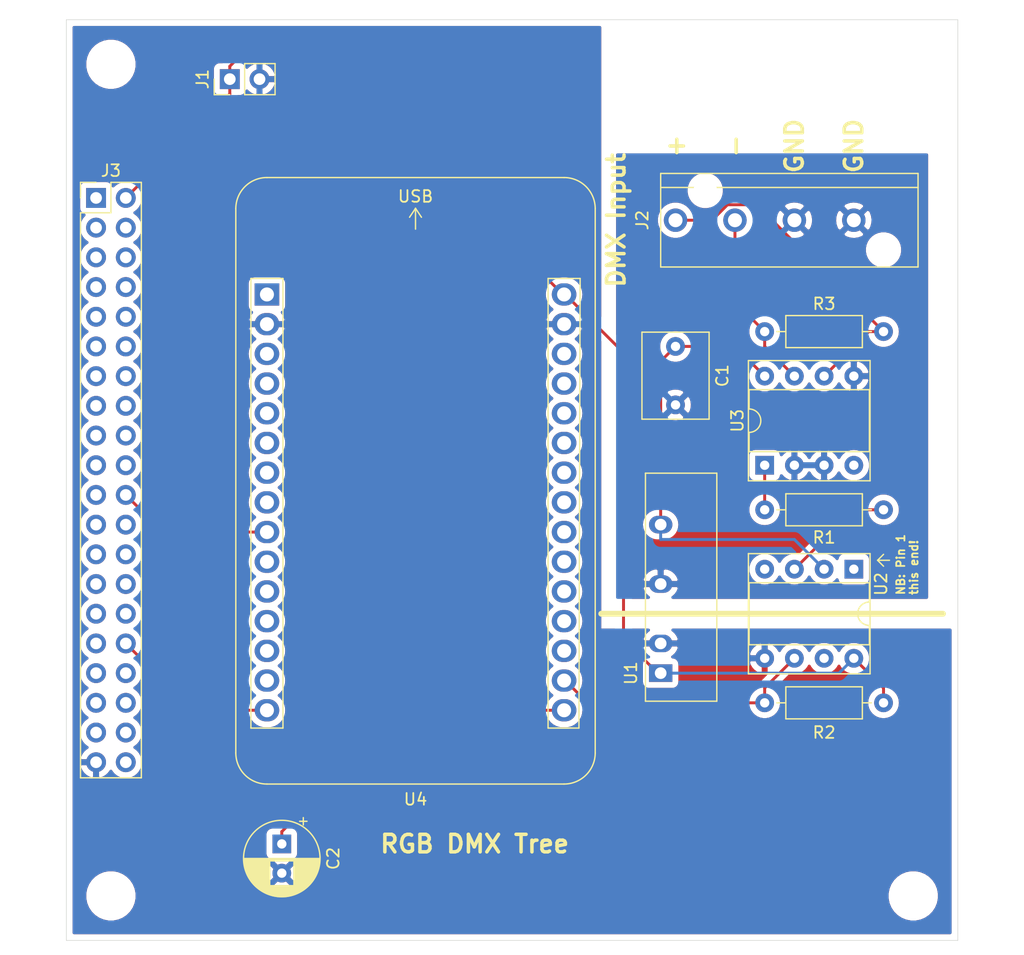
<source format=kicad_pcb>
(kicad_pcb (version 20171130) (host pcbnew "(5.1.4-0-10_14)")

  (general
    (thickness 1.6)
    (drawings 15)
    (tracks 52)
    (zones 0)
    (modules 16)
    (nets 76)
  )

  (page A4)
  (layers
    (0 F.Cu signal)
    (31 B.Cu signal)
    (32 B.Adhes user)
    (33 F.Adhes user)
    (34 B.Paste user)
    (35 F.Paste user)
    (36 B.SilkS user)
    (37 F.SilkS user)
    (38 B.Mask user)
    (39 F.Mask user)
    (40 Dwgs.User user)
    (41 Cmts.User user)
    (42 Eco1.User user)
    (43 Eco2.User user)
    (44 Edge.Cuts user)
    (45 Margin user)
    (46 B.CrtYd user)
    (47 F.CrtYd user)
    (48 B.Fab user)
    (49 F.Fab user)
  )

  (setup
    (last_trace_width 0.25)
    (trace_clearance 0.2)
    (zone_clearance 0.508)
    (zone_45_only no)
    (trace_min 0.2)
    (via_size 0.8)
    (via_drill 0.4)
    (via_min_size 0.4)
    (via_min_drill 0.3)
    (uvia_size 0.3)
    (uvia_drill 0.1)
    (uvias_allowed no)
    (uvia_min_size 0.2)
    (uvia_min_drill 0.1)
    (edge_width 0.05)
    (segment_width 0.2)
    (pcb_text_width 0.3)
    (pcb_text_size 1.5 1.5)
    (mod_edge_width 0.12)
    (mod_text_size 1 1)
    (mod_text_width 0.15)
    (pad_size 2.49936 2.49936)
    (pad_drill 1.00076)
    (pad_to_mask_clearance 0.051)
    (solder_mask_min_width 0.25)
    (aux_axis_origin 0 0)
    (visible_elements FFFFFF7F)
    (pcbplotparams
      (layerselection 0x010f0_ffffffff)
      (usegerberextensions false)
      (usegerberattributes false)
      (usegerberadvancedattributes false)
      (creategerberjobfile false)
      (excludeedgelayer true)
      (linewidth 0.100000)
      (plotframeref false)
      (viasonmask false)
      (mode 1)
      (useauxorigin false)
      (hpglpennumber 1)
      (hpglpenspeed 20)
      (hpglpendiameter 15.000000)
      (psnegative false)
      (psa4output false)
      (plotreference true)
      (plotvalue true)
      (plotinvisibletext false)
      (padsonsilk false)
      (subtractmaskfromsilk false)
      (outputformat 1)
      (mirror false)
      (drillshape 0)
      (scaleselection 1)
      (outputdirectory "/Users/John/Desktop/motherboardgerber/"))
  )

  (net 0 "")
  (net 1 +5VD)
  (net 2 GNDD)
  (net 3 GND)
  (net 4 "Net-(J2-Pad2)")
  (net 5 "Net-(J2-Pad1)")
  (net 6 "Net-(J3-Pad1)")
  (net 7 +5V)
  (net 8 /CLK)
  (net 9 /MOSI_CMD)
  (net 10 "Net-(R1-Pad2)")
  (net 11 "Net-(R1-Pad1)")
  (net 12 /DMX_RX)
  (net 13 "Net-(U2-Pad1)")
  (net 14 "Net-(U2-Pad7)")
  (net 15 "Net-(U2-Pad4)")
  (net 16 "Net-(U3-Pad4)")
  (net 17 "Net-(U4-Pad1)")
  (net 18 "Net-(C2-Pad1)")
  (net 19 "Net-(J3-Pad3)")
  (net 20 "Net-(J3-Pad4)")
  (net 21 "Net-(J3-Pad5)")
  (net 22 "Net-(J3-Pad6)")
  (net 23 "Net-(J3-Pad7)")
  (net 24 "Net-(J3-Pad8)")
  (net 25 "Net-(J3-Pad9)")
  (net 26 "Net-(J3-Pad10)")
  (net 27 "Net-(J3-Pad11)")
  (net 28 "Net-(J3-Pad12)")
  (net 29 "Net-(J3-Pad13)")
  (net 30 "Net-(J3-Pad14)")
  (net 31 "Net-(J3-Pad15)")
  (net 32 "Net-(J3-Pad16)")
  (net 33 "Net-(J3-Pad17)")
  (net 34 "Net-(J3-Pad18)")
  (net 35 "Net-(J3-Pad19)")
  (net 36 "Net-(J3-Pad20)")
  (net 37 "Net-(J3-Pad21)")
  (net 38 "Net-(J3-Pad23)")
  (net 39 "Net-(J3-Pad24)")
  (net 40 "Net-(J3-Pad25)")
  (net 41 "Net-(J3-Pad26)")
  (net 42 "Net-(J3-Pad27)")
  (net 43 "Net-(J3-Pad28)")
  (net 44 "Net-(J3-Pad29)")
  (net 45 "Net-(J3-Pad30)")
  (net 46 "Net-(J3-Pad31)")
  (net 47 "Net-(J3-Pad33)")
  (net 48 "Net-(J3-Pad34)")
  (net 49 "Net-(J3-Pad35)")
  (net 50 "Net-(J3-Pad36)")
  (net 51 "Net-(J3-Pad37)")
  (net 52 "Net-(J3-Pad38)")
  (net 53 "Net-(J3-Pad40)")
  (net 54 "Net-(U4-Pad27)")
  (net 55 "Net-(U4-Pad28)")
  (net 56 "Net-(U4-Pad26)")
  (net 57 "Net-(U4-Pad24)")
  (net 58 "Net-(U4-Pad22)")
  (net 59 "Net-(U4-Pad23)")
  (net 60 "Net-(U4-Pad25)")
  (net 61 "Net-(U4-Pad21)")
  (net 62 "Net-(U4-Pad11)")
  (net 63 "Net-(U4-Pad10)")
  (net 64 "Net-(U4-Pad12)")
  (net 65 "Net-(U4-Pad13)")
  (net 66 "Net-(U4-Pad8)")
  (net 67 "Net-(U4-Pad14)")
  (net 68 "Net-(U4-Pad7)")
  (net 69 "Net-(U4-Pad6)")
  (net 70 "Net-(U4-Pad5)")
  (net 71 "Net-(U4-Pad4)")
  (net 72 "Net-(U4-Pad18)")
  (net 73 "Net-(U4-Pad3)")
  (net 74 "Net-(U4-Pad19)")
  (net 75 "Net-(U4-Pad20)")

  (net_class Default "This is the default net class."
    (clearance 0.2)
    (trace_width 0.25)
    (via_dia 0.8)
    (via_drill 0.4)
    (uvia_dia 0.3)
    (uvia_drill 0.1)
    (add_net +5V)
    (add_net +5VD)
    (add_net /CLK)
    (add_net /DMX_RX)
    (add_net /MOSI_CMD)
    (add_net GND)
    (add_net GNDD)
    (add_net "Net-(C2-Pad1)")
    (add_net "Net-(J2-Pad1)")
    (add_net "Net-(J2-Pad2)")
    (add_net "Net-(J3-Pad1)")
    (add_net "Net-(J3-Pad10)")
    (add_net "Net-(J3-Pad11)")
    (add_net "Net-(J3-Pad12)")
    (add_net "Net-(J3-Pad13)")
    (add_net "Net-(J3-Pad14)")
    (add_net "Net-(J3-Pad15)")
    (add_net "Net-(J3-Pad16)")
    (add_net "Net-(J3-Pad17)")
    (add_net "Net-(J3-Pad18)")
    (add_net "Net-(J3-Pad19)")
    (add_net "Net-(J3-Pad20)")
    (add_net "Net-(J3-Pad21)")
    (add_net "Net-(J3-Pad23)")
    (add_net "Net-(J3-Pad24)")
    (add_net "Net-(J3-Pad25)")
    (add_net "Net-(J3-Pad26)")
    (add_net "Net-(J3-Pad27)")
    (add_net "Net-(J3-Pad28)")
    (add_net "Net-(J3-Pad29)")
    (add_net "Net-(J3-Pad3)")
    (add_net "Net-(J3-Pad30)")
    (add_net "Net-(J3-Pad31)")
    (add_net "Net-(J3-Pad33)")
    (add_net "Net-(J3-Pad34)")
    (add_net "Net-(J3-Pad35)")
    (add_net "Net-(J3-Pad36)")
    (add_net "Net-(J3-Pad37)")
    (add_net "Net-(J3-Pad38)")
    (add_net "Net-(J3-Pad4)")
    (add_net "Net-(J3-Pad40)")
    (add_net "Net-(J3-Pad5)")
    (add_net "Net-(J3-Pad6)")
    (add_net "Net-(J3-Pad7)")
    (add_net "Net-(J3-Pad8)")
    (add_net "Net-(J3-Pad9)")
    (add_net "Net-(R1-Pad1)")
    (add_net "Net-(R1-Pad2)")
    (add_net "Net-(U2-Pad1)")
    (add_net "Net-(U2-Pad4)")
    (add_net "Net-(U2-Pad7)")
    (add_net "Net-(U3-Pad4)")
    (add_net "Net-(U4-Pad1)")
    (add_net "Net-(U4-Pad10)")
    (add_net "Net-(U4-Pad11)")
    (add_net "Net-(U4-Pad12)")
    (add_net "Net-(U4-Pad13)")
    (add_net "Net-(U4-Pad14)")
    (add_net "Net-(U4-Pad18)")
    (add_net "Net-(U4-Pad19)")
    (add_net "Net-(U4-Pad20)")
    (add_net "Net-(U4-Pad21)")
    (add_net "Net-(U4-Pad22)")
    (add_net "Net-(U4-Pad23)")
    (add_net "Net-(U4-Pad24)")
    (add_net "Net-(U4-Pad25)")
    (add_net "Net-(U4-Pad26)")
    (add_net "Net-(U4-Pad27)")
    (add_net "Net-(U4-Pad28)")
    (add_net "Net-(U4-Pad3)")
    (add_net "Net-(U4-Pad4)")
    (add_net "Net-(U4-Pad5)")
    (add_net "Net-(U4-Pad6)")
    (add_net "Net-(U4-Pad7)")
    (add_net "Net-(U4-Pad8)")
  )

  (module Module:ESP32_DOIT30 (layer F.Cu) (tedit 5E91CFB9) (tstamp 5ED49FF2)
    (at 79.375 50.165)
    (descr "32-bit microcontroller module with WiFi")
    (path /5E92C2AC)
    (fp_text reference U4 (at 0 43.18) (layer F.SilkS)
      (effects (font (size 1 1) (thickness 0.15)))
    )
    (fp_text value ESP32 (at 0 43.18) (layer F.Fab)
      (effects (font (size 1 1) (thickness 0.15)))
    )
    (fp_line (start 0 -7.366) (end 0.508 -6.604) (layer F.SilkS) (width 0.12))
    (fp_line (start 0 -7.366) (end -0.508 -6.604) (layer F.SilkS) (width 0.12))
    (fp_line (start 0 -7.366) (end 0 -5.588) (layer F.SilkS) (width 0.12))
    (fp_text user USB (at 0 -8.382) (layer F.SilkS)
      (effects (font (size 1 1) (thickness 0.15)))
    )
    (fp_line (start 11.33 37.084) (end 13.97 37.084) (layer F.SilkS) (width 0.12))
    (fp_text user %R (at 0 15.24) (layer F.Fab)
      (effects (font (size 1 1) (thickness 0.15)))
    )
    (fp_line (start 14.07 -1.37) (end 11.33 -1.37) (layer F.SilkS) (width 0.12))
    (fp_line (start 13.97 37.084) (end 14.07 -1.37) (layer F.SilkS) (width 0.12))
    (fp_line (start 11.33 -1.37) (end 11.33 37.084) (layer F.SilkS) (width 0.12))
    (fp_line (start -11.33 -1.37) (end -14.07 -1.37) (layer F.SilkS) (width 0.12))
    (fp_line (start -11.33 37.084) (end -11.33 -1.37) (layer F.SilkS) (width 0.12))
    (fp_line (start -14.07 37.084) (end -11.33 37.084) (layer F.SilkS) (width 0.12))
    (fp_line (start -14.07 -1.37) (end -14.07 37.084) (layer F.SilkS) (width 0.12))
    (fp_line (start 15.36 -7.34) (end 15.36 39.21) (layer F.SilkS) (width 0.12))
    (fp_line (start -15.36 -7.34) (end -15.36 39.21) (layer F.SilkS) (width 0.12))
    (fp_line (start -12.7 41.87) (end 12.7 41.87) (layer F.SilkS) (width 0.12))
    (fp_line (start -12.7 -10) (end 12.7 -10) (layer F.SilkS) (width 0.12))
    (fp_arc (start -12.7 39.21) (end -12.7 41.87) (angle 90) (layer F.SilkS) (width 0.12))
    (fp_arc (start 12.7 39.21) (end 15.36 39.21) (angle 90) (layer F.SilkS) (width 0.12))
    (fp_arc (start 12.7 -7.34) (end 12.7 -10) (angle 90) (layer F.SilkS) (width 0.12))
    (fp_arc (start -12.7 -7.34) (end -15.36 -7.34) (angle 90) (layer F.SilkS) (width 0.12))
    (pad 29 thru_hole oval (at 12.7 33.02) (size 2.1 1.9) (drill 1.2) (layers *.Cu *.Mask)
      (net 12 /DMX_RX))
    (pad 27 thru_hole oval (at 12.7 27.94) (size 2.1 1.9) (drill 1.2) (layers *.Cu *.Mask)
      (net 54 "Net-(U4-Pad27)"))
    (pad 28 thru_hole oval (at 12.7 30.48) (size 2.1 1.9) (drill 1.2) (layers *.Cu *.Mask)
      (net 55 "Net-(U4-Pad28)"))
    (pad 30 thru_hole oval (at 12.7 35.56) (size 2.1 1.9) (drill 1.2) (layers *.Cu *.Mask)
      (net 18 "Net-(C2-Pad1)"))
    (pad 26 thru_hole oval (at 12.7 25.4) (size 2.1 1.9) (drill 1.2) (layers *.Cu *.Mask)
      (net 56 "Net-(U4-Pad26)"))
    (pad 24 thru_hole oval (at 12.7 20.32) (size 2.1 1.9) (drill 1.2) (layers *.Cu *.Mask)
      (net 57 "Net-(U4-Pad24)"))
    (pad 22 thru_hole oval (at 12.7 15.24) (size 2.1 1.9) (drill 1.2) (layers *.Cu *.Mask)
      (net 58 "Net-(U4-Pad22)"))
    (pad 23 thru_hole oval (at 12.7 17.78) (size 2.1 1.9) (drill 1.2) (layers *.Cu *.Mask)
      (net 59 "Net-(U4-Pad23)"))
    (pad 25 thru_hole oval (at 12.7 22.86) (size 2.1 1.9) (drill 1.2) (layers *.Cu *.Mask)
      (net 60 "Net-(U4-Pad25)"))
    (pad 21 thru_hole oval (at 12.7 12.7) (size 2.1 1.9) (drill 1.2) (layers *.Cu *.Mask)
      (net 61 "Net-(U4-Pad21)"))
    (pad 11 thru_hole oval (at -12.7 25.4) (size 2.1 1.9) (drill 1.2) (layers *.Cu *.Mask)
      (net 62 "Net-(U4-Pad11)"))
    (pad 10 thru_hole oval (at -12.7 22.86) (size 2.1 1.9) (drill 1.2) (layers *.Cu *.Mask)
      (net 63 "Net-(U4-Pad10)"))
    (pad 12 thru_hole oval (at -12.7 27.94) (size 2.1 1.9) (drill 1.2) (layers *.Cu *.Mask)
      (net 64 "Net-(U4-Pad12)"))
    (pad 9 thru_hole oval (at -12.7 20.32) (size 2.1 1.9) (drill 1.2) (layers *.Cu *.Mask)
      (net 8 /CLK))
    (pad 13 thru_hole oval (at -12.7 30.48) (size 2.1 1.9) (drill 1.2) (layers *.Cu *.Mask)
      (net 65 "Net-(U4-Pad13)"))
    (pad 8 thru_hole oval (at -12.7 17.78) (size 2.1 1.9) (drill 1.2) (layers *.Cu *.Mask)
      (net 66 "Net-(U4-Pad8)"))
    (pad 14 thru_hole oval (at -12.7 33.02) (size 2.1 1.9) (drill 1.2) (layers *.Cu *.Mask)
      (net 67 "Net-(U4-Pad14)"))
    (pad 7 thru_hole oval (at -12.7 15.24) (size 2.1 1.9) (drill 1.2) (layers *.Cu *.Mask)
      (net 68 "Net-(U4-Pad7)"))
    (pad 15 thru_hole oval (at -12.7 35.56) (size 2.1 1.9) (drill 1.2) (layers *.Cu *.Mask)
      (net 9 /MOSI_CMD))
    (pad 6 thru_hole oval (at -12.7 12.7) (size 2.1 1.9) (drill 1.2) (layers *.Cu *.Mask)
      (net 69 "Net-(U4-Pad6)"))
    (pad 16 thru_hole oval (at 12.7 0) (size 2.1 1.9) (drill 1.2) (layers *.Cu *.Mask)
      (net 7 +5V))
    (pad 5 thru_hole oval (at -12.7 10.16) (size 2.1 1.9) (drill 1.2) (layers *.Cu *.Mask)
      (net 70 "Net-(U4-Pad5)"))
    (pad 17 thru_hole oval (at 12.7 2.54) (size 2.1 1.9) (drill 1.2) (layers *.Cu *.Mask)
      (net 3 GND))
    (pad 4 thru_hole oval (at -12.7 7.62) (size 2.1 1.9) (drill 1.2) (layers *.Cu *.Mask)
      (net 71 "Net-(U4-Pad4)"))
    (pad 18 thru_hole oval (at 12.7 5.08) (size 2.1 1.9) (drill 1.2) (layers *.Cu *.Mask)
      (net 72 "Net-(U4-Pad18)"))
    (pad 3 thru_hole oval (at -12.7 5.08) (size 2.1 1.9) (drill 1.2) (layers *.Cu *.Mask)
      (net 73 "Net-(U4-Pad3)"))
    (pad 19 thru_hole oval (at 12.7 7.62) (size 2.1 1.9) (drill 1.2) (layers *.Cu *.Mask)
      (net 74 "Net-(U4-Pad19)"))
    (pad 2 thru_hole oval (at -12.7 2.54) (size 2.1 1.9) (drill 1.2) (layers *.Cu *.Mask)
      (net 3 GND))
    (pad 20 thru_hole oval (at 12.7 10.16) (size 2.1 1.9) (drill 1.2) (layers *.Cu *.Mask)
      (net 75 "Net-(U4-Pad20)"))
    (pad 1 thru_hole rect (at -12.7 0) (size 2.1 1.9) (drill 1.2) (layers *.Cu *.Mask)
      (net 17 "Net-(U4-Pad1)"))
    (model ${KISYS3DMOD}/Module.3dshapes/Adafruit_HUZZAH_ESP8266_breakout_WithMountingHoles.wrl
      (at (xyz 0 0 0))
      (scale (xyz 1 1 1))
      (rotate (xyz 0 0 0))
    )
  )

  (module MountingHole:MountingHole_3.2mm_M3 (layer F.Cu) (tedit 56D1B4CB) (tstamp 5ED96BB6)
    (at 53.34 101.6)
    (descr "Mounting Hole 3.2mm, no annular, M3")
    (tags "mounting hole 3.2mm no annular m3")
    (attr virtual)
    (fp_text reference REF** (at 0 -4.2) (layer F.SilkS) hide
      (effects (font (size 1 1) (thickness 0.15)))
    )
    (fp_text value MountingHole_3.2mm_M3 (at 0 4.2) (layer F.Fab)
      (effects (font (size 1 1) (thickness 0.15)))
    )
    (fp_text user %R (at 0.3 0) (layer F.Fab)
      (effects (font (size 1 1) (thickness 0.15)))
    )
    (fp_circle (center 0 0) (end 3.2 0) (layer Cmts.User) (width 0.15))
    (fp_circle (center 0 0) (end 3.45 0) (layer F.CrtYd) (width 0.05))
    (pad 1 np_thru_hole circle (at 0 0) (size 3.2 3.2) (drill 3.2) (layers *.Cu *.Mask))
  )

  (module MountingHole:MountingHole_3.2mm_M3 (layer F.Cu) (tedit 56D1B4CB) (tstamp 5ED96BB6)
    (at 121.92 101.6)
    (descr "Mounting Hole 3.2mm, no annular, M3")
    (tags "mounting hole 3.2mm no annular m3")
    (attr virtual)
    (fp_text reference REF** (at 0 -4.2) (layer F.SilkS) hide
      (effects (font (size 1 1) (thickness 0.15)))
    )
    (fp_text value MountingHole_3.2mm_M3 (at 0 4.2) (layer F.Fab)
      (effects (font (size 1 1) (thickness 0.15)))
    )
    (fp_text user %R (at 0.3 0) (layer F.Fab)
      (effects (font (size 1 1) (thickness 0.15)))
    )
    (fp_circle (center 0 0) (end 3.2 0) (layer Cmts.User) (width 0.15))
    (fp_circle (center 0 0) (end 3.45 0) (layer F.CrtYd) (width 0.05))
    (pad 1 np_thru_hole circle (at 0 0) (size 3.2 3.2) (drill 3.2) (layers *.Cu *.Mask))
  )

  (module MountingHole:MountingHole_3.2mm_M3 (layer F.Cu) (tedit 56D1B4CB) (tstamp 5ED96BB6)
    (at 121.92 30.48)
    (descr "Mounting Hole 3.2mm, no annular, M3")
    (tags "mounting hole 3.2mm no annular m3")
    (attr virtual)
    (fp_text reference REF** (at 0 -4.2) (layer F.SilkS) hide
      (effects (font (size 1 1) (thickness 0.15)))
    )
    (fp_text value MountingHole_3.2mm_M3 (at 0 4.2) (layer F.Fab)
      (effects (font (size 1 1) (thickness 0.15)))
    )
    (fp_text user %R (at 0.3 0) (layer F.Fab)
      (effects (font (size 1 1) (thickness 0.15)))
    )
    (fp_circle (center 0 0) (end 3.2 0) (layer Cmts.User) (width 0.15))
    (fp_circle (center 0 0) (end 3.45 0) (layer F.CrtYd) (width 0.05))
    (pad 1 np_thru_hole circle (at 0 0) (size 3.2 3.2) (drill 3.2) (layers *.Cu *.Mask))
  )

  (module MountingHole:MountingHole_3.2mm_M3 (layer F.Cu) (tedit 56D1B4CB) (tstamp 5ED96A3D)
    (at 53.34 30.48)
    (descr "Mounting Hole 3.2mm, no annular, M3")
    (tags "mounting hole 3.2mm no annular m3")
    (attr virtual)
    (fp_text reference REF** (at 0 -4.2) (layer F.SilkS) hide
      (effects (font (size 1 1) (thickness 0.15)))
    )
    (fp_text value MountingHole_3.2mm_M3 (at 0 4.2) (layer F.Fab)
      (effects (font (size 1 1) (thickness 0.15)))
    )
    (fp_circle (center 0 0) (end 3.45 0) (layer F.CrtYd) (width 0.05))
    (fp_circle (center 0 0) (end 3.2 0) (layer Cmts.User) (width 0.15))
    (fp_text user %R (at 0.3 0) (layer F.Fab)
      (effects (font (size 1 1) (thickness 0.15)))
    )
    (pad 1 np_thru_hole circle (at 0 0) (size 3.2 3.2) (drill 3.2) (layers *.Cu *.Mask))
  )

  (module Connector_PinHeader_2.54mm:Krone_4_Way_terminal (layer F.Cu) (tedit 5ED82F57) (tstamp 5FC33F94)
    (at 101.6 43.815 90)
    (path /5EE67DEA)
    (fp_text reference J2 (at 0 -2.84 90) (layer F.SilkS)
      (effects (font (size 1 1) (thickness 0.15)))
    )
    (fp_text value DMX_In_Connector (at 0 22.03 90) (layer F.Fab)
      (effects (font (size 1 1) (thickness 0.15)))
    )
    (fp_line (start -3.81 20.32) (end -3.81 -1.27) (layer F.Fab) (width 0.12))
    (fp_line (start 3.81 20.32) (end -3.81 20.32) (layer F.Fab) (width 0.12))
    (fp_line (start 3.81 -1.27) (end 3.81 20.32) (layer F.Fab) (width 0.12))
    (fp_line (start -3.81 -1.27) (end 3.81 -1.27) (layer F.Fab) (width 0.12))
    (fp_line (start -3.81 20.32) (end -3.81 -1.27) (layer F.CrtYd) (width 0.12))
    (fp_line (start 3.81 20.32) (end -3.81 20.32) (layer F.CrtYd) (width 0.12))
    (fp_line (start 3.81 -1.27) (end 3.81 20.32) (layer F.CrtYd) (width 0.12))
    (fp_line (start -3.81 -1.27) (end 3.81 -1.27) (layer F.CrtYd) (width 0.12))
    (fp_line (start 2.8 20.73) (end 2.8 -1.27) (layer F.SilkS) (width 0.12))
    (fp_line (start -4 -1.27) (end 4 -1.27) (layer F.SilkS) (width 0.12))
    (fp_line (start 4 -1.27) (end 4 20.73) (layer F.SilkS) (width 0.12))
    (fp_line (start -4 -1.27) (end -4 20.73) (layer F.SilkS) (width 0.12))
    (fp_line (start -4 20.73) (end 4 20.73) (layer F.SilkS) (width 0.12))
    (pad "" np_thru_hole circle (at -2.54 17.78 90) (size 2 2) (drill 2) (layers *.Cu *.Mask))
    (pad "" np_thru_hole circle (at 2.54 2.54 90) (size 2 2) (drill 2) (layers *.Cu *.Mask))
    (pad 4 thru_hole circle (at 0 15.24 90) (size 2 2) (drill 1.2) (layers *.Cu *.Mask)
      (net 2 GNDD))
    (pad 3 thru_hole circle (at 0 10.16 90) (size 2 2) (drill 1.2) (layers *.Cu *.Mask)
      (net 2 GNDD))
    (pad 2 thru_hole circle (at 0 5.08 90) (size 2 2) (drill 1.2) (layers *.Cu *.Mask)
      (net 4 "Net-(J2-Pad2)"))
    (pad 1 thru_hole circle (at 0 0 90) (size 2 2) (drill 1.2) (layers *.Cu *.Mask)
      (net 5 "Net-(J2-Pad1)"))
  )

  (module Package_DIP:DIP-8_W7.62mm_Socket (layer F.Cu) (tedit 5A02E8C5) (tstamp 5ED49F5E)
    (at 109.22 64.77 90)
    (descr "8-lead though-hole mounted DIP package, row spacing 7.62 mm (300 mils), Socket")
    (tags "THT DIP DIL PDIP 2.54mm 7.62mm 300mil Socket")
    (path /5E3F2BBA)
    (fp_text reference U3 (at 3.81 -2.33 90) (layer F.SilkS)
      (effects (font (size 1 1) (thickness 0.15)))
    )
    (fp_text value MAX481E (at 3.81 9.95 90) (layer F.Fab)
      (effects (font (size 1 1) (thickness 0.15)))
    )
    (fp_text user %R (at 3.81 3.81 90) (layer F.Fab)
      (effects (font (size 1 1) (thickness 0.15)))
    )
    (fp_line (start 9.15 -1.6) (end -1.55 -1.6) (layer F.CrtYd) (width 0.05))
    (fp_line (start 9.15 9.2) (end 9.15 -1.6) (layer F.CrtYd) (width 0.05))
    (fp_line (start -1.55 9.2) (end 9.15 9.2) (layer F.CrtYd) (width 0.05))
    (fp_line (start -1.55 -1.6) (end -1.55 9.2) (layer F.CrtYd) (width 0.05))
    (fp_line (start 8.95 -1.39) (end -1.33 -1.39) (layer F.SilkS) (width 0.12))
    (fp_line (start 8.95 9.01) (end 8.95 -1.39) (layer F.SilkS) (width 0.12))
    (fp_line (start -1.33 9.01) (end 8.95 9.01) (layer F.SilkS) (width 0.12))
    (fp_line (start -1.33 -1.39) (end -1.33 9.01) (layer F.SilkS) (width 0.12))
    (fp_line (start 6.46 -1.33) (end 4.81 -1.33) (layer F.SilkS) (width 0.12))
    (fp_line (start 6.46 8.95) (end 6.46 -1.33) (layer F.SilkS) (width 0.12))
    (fp_line (start 1.16 8.95) (end 6.46 8.95) (layer F.SilkS) (width 0.12))
    (fp_line (start 1.16 -1.33) (end 1.16 8.95) (layer F.SilkS) (width 0.12))
    (fp_line (start 2.81 -1.33) (end 1.16 -1.33) (layer F.SilkS) (width 0.12))
    (fp_line (start 8.89 -1.33) (end -1.27 -1.33) (layer F.Fab) (width 0.1))
    (fp_line (start 8.89 8.95) (end 8.89 -1.33) (layer F.Fab) (width 0.1))
    (fp_line (start -1.27 8.95) (end 8.89 8.95) (layer F.Fab) (width 0.1))
    (fp_line (start -1.27 -1.33) (end -1.27 8.95) (layer F.Fab) (width 0.1))
    (fp_line (start 0.635 -0.27) (end 1.635 -1.27) (layer F.Fab) (width 0.1))
    (fp_line (start 0.635 8.89) (end 0.635 -0.27) (layer F.Fab) (width 0.1))
    (fp_line (start 6.985 8.89) (end 0.635 8.89) (layer F.Fab) (width 0.1))
    (fp_line (start 6.985 -1.27) (end 6.985 8.89) (layer F.Fab) (width 0.1))
    (fp_line (start 1.635 -1.27) (end 6.985 -1.27) (layer F.Fab) (width 0.1))
    (fp_arc (start 3.81 -1.33) (end 2.81 -1.33) (angle -180) (layer F.SilkS) (width 0.12))
    (pad 8 thru_hole oval (at 7.62 0 90) (size 1.6 1.6) (drill 0.8) (layers *.Cu *.Mask)
      (net 1 +5VD))
    (pad 4 thru_hole oval (at 0 7.62 90) (size 1.6 1.6) (drill 0.8) (layers *.Cu *.Mask)
      (net 16 "Net-(U3-Pad4)"))
    (pad 7 thru_hole oval (at 7.62 2.54 90) (size 1.6 1.6) (drill 0.8) (layers *.Cu *.Mask)
      (net 4 "Net-(J2-Pad2)"))
    (pad 3 thru_hole oval (at 0 5.08 90) (size 1.6 1.6) (drill 0.8) (layers *.Cu *.Mask)
      (net 2 GNDD))
    (pad 6 thru_hole oval (at 7.62 5.08 90) (size 1.6 1.6) (drill 0.8) (layers *.Cu *.Mask)
      (net 5 "Net-(J2-Pad1)"))
    (pad 2 thru_hole oval (at 0 2.54 90) (size 1.6 1.6) (drill 0.8) (layers *.Cu *.Mask)
      (net 2 GNDD))
    (pad 5 thru_hole oval (at 7.62 7.62 90) (size 1.6 1.6) (drill 0.8) (layers *.Cu *.Mask)
      (net 2 GNDD))
    (pad 1 thru_hole rect (at 0 0 90) (size 1.6 1.6) (drill 0.8) (layers *.Cu *.Mask)
      (net 10 "Net-(R1-Pad2)"))
    (model ${KISYS3DMOD}/Package_DIP.3dshapes/DIP-8_W7.62mm_Socket.wrl
      (at (xyz 0 0 0))
      (scale (xyz 1 1 1))
      (rotate (xyz 0 0 0))
    )
  )

  (module Capacitor_THT:C_Rect_L7.2mm_W5.5mm_P5.00mm_FKS2_FKP2_MKS2_MKP2 (layer F.Cu) (tedit 5AE50EF0) (tstamp 5ED6D30F)
    (at 101.6 54.61 270)
    (descr "C, Rect series, Radial, pin pitch=5.00mm, , length*width=7.2*5.5mm^2, Capacitor, http://www.wima.com/EN/WIMA_FKS_2.pdf")
    (tags "C Rect series Radial pin pitch 5.00mm  length 7.2mm width 5.5mm Capacitor")
    (path /5ED64676)
    (fp_text reference C1 (at 2.5 -4 90) (layer F.SilkS)
      (effects (font (size 1 1) (thickness 0.15)))
    )
    (fp_text value 470nF (at 2.5 4 90) (layer F.Fab)
      (effects (font (size 1 1) (thickness 0.15)))
    )
    (fp_text user %R (at 2.5 0 90) (layer F.Fab)
      (effects (font (size 1 1) (thickness 0.15)))
    )
    (fp_line (start 6.35 -3) (end -1.35 -3) (layer F.CrtYd) (width 0.05))
    (fp_line (start 6.35 3) (end 6.35 -3) (layer F.CrtYd) (width 0.05))
    (fp_line (start -1.35 3) (end 6.35 3) (layer F.CrtYd) (width 0.05))
    (fp_line (start -1.35 -3) (end -1.35 3) (layer F.CrtYd) (width 0.05))
    (fp_line (start 6.22 -2.87) (end 6.22 2.87) (layer F.SilkS) (width 0.12))
    (fp_line (start -1.22 -2.87) (end -1.22 2.87) (layer F.SilkS) (width 0.12))
    (fp_line (start -1.22 2.87) (end 6.22 2.87) (layer F.SilkS) (width 0.12))
    (fp_line (start -1.22 -2.87) (end 6.22 -2.87) (layer F.SilkS) (width 0.12))
    (fp_line (start 6.1 -2.75) (end -1.1 -2.75) (layer F.Fab) (width 0.1))
    (fp_line (start 6.1 2.75) (end 6.1 -2.75) (layer F.Fab) (width 0.1))
    (fp_line (start -1.1 2.75) (end 6.1 2.75) (layer F.Fab) (width 0.1))
    (fp_line (start -1.1 -2.75) (end -1.1 2.75) (layer F.Fab) (width 0.1))
    (pad 2 thru_hole circle (at 5 0 270) (size 1.6 1.6) (drill 0.8) (layers *.Cu *.Mask)
      (net 2 GNDD))
    (pad 1 thru_hole circle (at 0 0 270) (size 1.6 1.6) (drill 0.8) (layers *.Cu *.Mask)
      (net 1 +5VD))
    (model ${KISYS3DMOD}/Capacitor_THT.3dshapes/C_Rect_L7.2mm_W5.5mm_P5.00mm_FKS2_FKP2_MKS2_MKP2.wrl
      (at (xyz 0 0 0))
      (scale (xyz 1 1 1))
      (rotate (xyz 0 0 0))
    )
  )

  (module Capacitor_THT:CP_Radial_D6.3mm_P2.50mm (layer F.Cu) (tedit 5AE50EF0) (tstamp 5ED49D14)
    (at 67.945 97.155 270)
    (descr "CP, Radial series, Radial, pin pitch=2.50mm, , diameter=6.3mm, Electrolytic Capacitor")
    (tags "CP Radial series Radial pin pitch 2.50mm  diameter 6.3mm Electrolytic Capacitor")
    (path /5ED5C732)
    (fp_text reference C2 (at 1.25 -4.4 90) (layer F.SilkS)
      (effects (font (size 1 1) (thickness 0.15)))
    )
    (fp_text value 10uF (at 1.25 4.4 90) (layer F.Fab)
      (effects (font (size 1 1) (thickness 0.15)))
    )
    (fp_text user %R (at 1.25 0 90) (layer F.Fab)
      (effects (font (size 1 1) (thickness 0.15)))
    )
    (fp_line (start -1.935241 -2.154) (end -1.935241 -1.524) (layer F.SilkS) (width 0.12))
    (fp_line (start -2.250241 -1.839) (end -1.620241 -1.839) (layer F.SilkS) (width 0.12))
    (fp_line (start 4.491 -0.402) (end 4.491 0.402) (layer F.SilkS) (width 0.12))
    (fp_line (start 4.451 -0.633) (end 4.451 0.633) (layer F.SilkS) (width 0.12))
    (fp_line (start 4.411 -0.802) (end 4.411 0.802) (layer F.SilkS) (width 0.12))
    (fp_line (start 4.371 -0.94) (end 4.371 0.94) (layer F.SilkS) (width 0.12))
    (fp_line (start 4.331 -1.059) (end 4.331 1.059) (layer F.SilkS) (width 0.12))
    (fp_line (start 4.291 -1.165) (end 4.291 1.165) (layer F.SilkS) (width 0.12))
    (fp_line (start 4.251 -1.262) (end 4.251 1.262) (layer F.SilkS) (width 0.12))
    (fp_line (start 4.211 -1.35) (end 4.211 1.35) (layer F.SilkS) (width 0.12))
    (fp_line (start 4.171 -1.432) (end 4.171 1.432) (layer F.SilkS) (width 0.12))
    (fp_line (start 4.131 -1.509) (end 4.131 1.509) (layer F.SilkS) (width 0.12))
    (fp_line (start 4.091 -1.581) (end 4.091 1.581) (layer F.SilkS) (width 0.12))
    (fp_line (start 4.051 -1.65) (end 4.051 1.65) (layer F.SilkS) (width 0.12))
    (fp_line (start 4.011 -1.714) (end 4.011 1.714) (layer F.SilkS) (width 0.12))
    (fp_line (start 3.971 -1.776) (end 3.971 1.776) (layer F.SilkS) (width 0.12))
    (fp_line (start 3.931 -1.834) (end 3.931 1.834) (layer F.SilkS) (width 0.12))
    (fp_line (start 3.891 -1.89) (end 3.891 1.89) (layer F.SilkS) (width 0.12))
    (fp_line (start 3.851 -1.944) (end 3.851 1.944) (layer F.SilkS) (width 0.12))
    (fp_line (start 3.811 -1.995) (end 3.811 1.995) (layer F.SilkS) (width 0.12))
    (fp_line (start 3.771 -2.044) (end 3.771 2.044) (layer F.SilkS) (width 0.12))
    (fp_line (start 3.731 -2.092) (end 3.731 2.092) (layer F.SilkS) (width 0.12))
    (fp_line (start 3.691 -2.137) (end 3.691 2.137) (layer F.SilkS) (width 0.12))
    (fp_line (start 3.651 -2.182) (end 3.651 2.182) (layer F.SilkS) (width 0.12))
    (fp_line (start 3.611 -2.224) (end 3.611 2.224) (layer F.SilkS) (width 0.12))
    (fp_line (start 3.571 -2.265) (end 3.571 2.265) (layer F.SilkS) (width 0.12))
    (fp_line (start 3.531 1.04) (end 3.531 2.305) (layer F.SilkS) (width 0.12))
    (fp_line (start 3.531 -2.305) (end 3.531 -1.04) (layer F.SilkS) (width 0.12))
    (fp_line (start 3.491 1.04) (end 3.491 2.343) (layer F.SilkS) (width 0.12))
    (fp_line (start 3.491 -2.343) (end 3.491 -1.04) (layer F.SilkS) (width 0.12))
    (fp_line (start 3.451 1.04) (end 3.451 2.38) (layer F.SilkS) (width 0.12))
    (fp_line (start 3.451 -2.38) (end 3.451 -1.04) (layer F.SilkS) (width 0.12))
    (fp_line (start 3.411 1.04) (end 3.411 2.416) (layer F.SilkS) (width 0.12))
    (fp_line (start 3.411 -2.416) (end 3.411 -1.04) (layer F.SilkS) (width 0.12))
    (fp_line (start 3.371 1.04) (end 3.371 2.45) (layer F.SilkS) (width 0.12))
    (fp_line (start 3.371 -2.45) (end 3.371 -1.04) (layer F.SilkS) (width 0.12))
    (fp_line (start 3.331 1.04) (end 3.331 2.484) (layer F.SilkS) (width 0.12))
    (fp_line (start 3.331 -2.484) (end 3.331 -1.04) (layer F.SilkS) (width 0.12))
    (fp_line (start 3.291 1.04) (end 3.291 2.516) (layer F.SilkS) (width 0.12))
    (fp_line (start 3.291 -2.516) (end 3.291 -1.04) (layer F.SilkS) (width 0.12))
    (fp_line (start 3.251 1.04) (end 3.251 2.548) (layer F.SilkS) (width 0.12))
    (fp_line (start 3.251 -2.548) (end 3.251 -1.04) (layer F.SilkS) (width 0.12))
    (fp_line (start 3.211 1.04) (end 3.211 2.578) (layer F.SilkS) (width 0.12))
    (fp_line (start 3.211 -2.578) (end 3.211 -1.04) (layer F.SilkS) (width 0.12))
    (fp_line (start 3.171 1.04) (end 3.171 2.607) (layer F.SilkS) (width 0.12))
    (fp_line (start 3.171 -2.607) (end 3.171 -1.04) (layer F.SilkS) (width 0.12))
    (fp_line (start 3.131 1.04) (end 3.131 2.636) (layer F.SilkS) (width 0.12))
    (fp_line (start 3.131 -2.636) (end 3.131 -1.04) (layer F.SilkS) (width 0.12))
    (fp_line (start 3.091 1.04) (end 3.091 2.664) (layer F.SilkS) (width 0.12))
    (fp_line (start 3.091 -2.664) (end 3.091 -1.04) (layer F.SilkS) (width 0.12))
    (fp_line (start 3.051 1.04) (end 3.051 2.69) (layer F.SilkS) (width 0.12))
    (fp_line (start 3.051 -2.69) (end 3.051 -1.04) (layer F.SilkS) (width 0.12))
    (fp_line (start 3.011 1.04) (end 3.011 2.716) (layer F.SilkS) (width 0.12))
    (fp_line (start 3.011 -2.716) (end 3.011 -1.04) (layer F.SilkS) (width 0.12))
    (fp_line (start 2.971 1.04) (end 2.971 2.742) (layer F.SilkS) (width 0.12))
    (fp_line (start 2.971 -2.742) (end 2.971 -1.04) (layer F.SilkS) (width 0.12))
    (fp_line (start 2.931 1.04) (end 2.931 2.766) (layer F.SilkS) (width 0.12))
    (fp_line (start 2.931 -2.766) (end 2.931 -1.04) (layer F.SilkS) (width 0.12))
    (fp_line (start 2.891 1.04) (end 2.891 2.79) (layer F.SilkS) (width 0.12))
    (fp_line (start 2.891 -2.79) (end 2.891 -1.04) (layer F.SilkS) (width 0.12))
    (fp_line (start 2.851 1.04) (end 2.851 2.812) (layer F.SilkS) (width 0.12))
    (fp_line (start 2.851 -2.812) (end 2.851 -1.04) (layer F.SilkS) (width 0.12))
    (fp_line (start 2.811 1.04) (end 2.811 2.834) (layer F.SilkS) (width 0.12))
    (fp_line (start 2.811 -2.834) (end 2.811 -1.04) (layer F.SilkS) (width 0.12))
    (fp_line (start 2.771 1.04) (end 2.771 2.856) (layer F.SilkS) (width 0.12))
    (fp_line (start 2.771 -2.856) (end 2.771 -1.04) (layer F.SilkS) (width 0.12))
    (fp_line (start 2.731 1.04) (end 2.731 2.876) (layer F.SilkS) (width 0.12))
    (fp_line (start 2.731 -2.876) (end 2.731 -1.04) (layer F.SilkS) (width 0.12))
    (fp_line (start 2.691 1.04) (end 2.691 2.896) (layer F.SilkS) (width 0.12))
    (fp_line (start 2.691 -2.896) (end 2.691 -1.04) (layer F.SilkS) (width 0.12))
    (fp_line (start 2.651 1.04) (end 2.651 2.916) (layer F.SilkS) (width 0.12))
    (fp_line (start 2.651 -2.916) (end 2.651 -1.04) (layer F.SilkS) (width 0.12))
    (fp_line (start 2.611 1.04) (end 2.611 2.934) (layer F.SilkS) (width 0.12))
    (fp_line (start 2.611 -2.934) (end 2.611 -1.04) (layer F.SilkS) (width 0.12))
    (fp_line (start 2.571 1.04) (end 2.571 2.952) (layer F.SilkS) (width 0.12))
    (fp_line (start 2.571 -2.952) (end 2.571 -1.04) (layer F.SilkS) (width 0.12))
    (fp_line (start 2.531 1.04) (end 2.531 2.97) (layer F.SilkS) (width 0.12))
    (fp_line (start 2.531 -2.97) (end 2.531 -1.04) (layer F.SilkS) (width 0.12))
    (fp_line (start 2.491 1.04) (end 2.491 2.986) (layer F.SilkS) (width 0.12))
    (fp_line (start 2.491 -2.986) (end 2.491 -1.04) (layer F.SilkS) (width 0.12))
    (fp_line (start 2.451 1.04) (end 2.451 3.002) (layer F.SilkS) (width 0.12))
    (fp_line (start 2.451 -3.002) (end 2.451 -1.04) (layer F.SilkS) (width 0.12))
    (fp_line (start 2.411 1.04) (end 2.411 3.018) (layer F.SilkS) (width 0.12))
    (fp_line (start 2.411 -3.018) (end 2.411 -1.04) (layer F.SilkS) (width 0.12))
    (fp_line (start 2.371 1.04) (end 2.371 3.033) (layer F.SilkS) (width 0.12))
    (fp_line (start 2.371 -3.033) (end 2.371 -1.04) (layer F.SilkS) (width 0.12))
    (fp_line (start 2.331 1.04) (end 2.331 3.047) (layer F.SilkS) (width 0.12))
    (fp_line (start 2.331 -3.047) (end 2.331 -1.04) (layer F.SilkS) (width 0.12))
    (fp_line (start 2.291 1.04) (end 2.291 3.061) (layer F.SilkS) (width 0.12))
    (fp_line (start 2.291 -3.061) (end 2.291 -1.04) (layer F.SilkS) (width 0.12))
    (fp_line (start 2.251 1.04) (end 2.251 3.074) (layer F.SilkS) (width 0.12))
    (fp_line (start 2.251 -3.074) (end 2.251 -1.04) (layer F.SilkS) (width 0.12))
    (fp_line (start 2.211 1.04) (end 2.211 3.086) (layer F.SilkS) (width 0.12))
    (fp_line (start 2.211 -3.086) (end 2.211 -1.04) (layer F.SilkS) (width 0.12))
    (fp_line (start 2.171 1.04) (end 2.171 3.098) (layer F.SilkS) (width 0.12))
    (fp_line (start 2.171 -3.098) (end 2.171 -1.04) (layer F.SilkS) (width 0.12))
    (fp_line (start 2.131 1.04) (end 2.131 3.11) (layer F.SilkS) (width 0.12))
    (fp_line (start 2.131 -3.11) (end 2.131 -1.04) (layer F.SilkS) (width 0.12))
    (fp_line (start 2.091 1.04) (end 2.091 3.121) (layer F.SilkS) (width 0.12))
    (fp_line (start 2.091 -3.121) (end 2.091 -1.04) (layer F.SilkS) (width 0.12))
    (fp_line (start 2.051 1.04) (end 2.051 3.131) (layer F.SilkS) (width 0.12))
    (fp_line (start 2.051 -3.131) (end 2.051 -1.04) (layer F.SilkS) (width 0.12))
    (fp_line (start 2.011 1.04) (end 2.011 3.141) (layer F.SilkS) (width 0.12))
    (fp_line (start 2.011 -3.141) (end 2.011 -1.04) (layer F.SilkS) (width 0.12))
    (fp_line (start 1.971 1.04) (end 1.971 3.15) (layer F.SilkS) (width 0.12))
    (fp_line (start 1.971 -3.15) (end 1.971 -1.04) (layer F.SilkS) (width 0.12))
    (fp_line (start 1.93 1.04) (end 1.93 3.159) (layer F.SilkS) (width 0.12))
    (fp_line (start 1.93 -3.159) (end 1.93 -1.04) (layer F.SilkS) (width 0.12))
    (fp_line (start 1.89 1.04) (end 1.89 3.167) (layer F.SilkS) (width 0.12))
    (fp_line (start 1.89 -3.167) (end 1.89 -1.04) (layer F.SilkS) (width 0.12))
    (fp_line (start 1.85 1.04) (end 1.85 3.175) (layer F.SilkS) (width 0.12))
    (fp_line (start 1.85 -3.175) (end 1.85 -1.04) (layer F.SilkS) (width 0.12))
    (fp_line (start 1.81 1.04) (end 1.81 3.182) (layer F.SilkS) (width 0.12))
    (fp_line (start 1.81 -3.182) (end 1.81 -1.04) (layer F.SilkS) (width 0.12))
    (fp_line (start 1.77 1.04) (end 1.77 3.189) (layer F.SilkS) (width 0.12))
    (fp_line (start 1.77 -3.189) (end 1.77 -1.04) (layer F.SilkS) (width 0.12))
    (fp_line (start 1.73 1.04) (end 1.73 3.195) (layer F.SilkS) (width 0.12))
    (fp_line (start 1.73 -3.195) (end 1.73 -1.04) (layer F.SilkS) (width 0.12))
    (fp_line (start 1.69 1.04) (end 1.69 3.201) (layer F.SilkS) (width 0.12))
    (fp_line (start 1.69 -3.201) (end 1.69 -1.04) (layer F.SilkS) (width 0.12))
    (fp_line (start 1.65 1.04) (end 1.65 3.206) (layer F.SilkS) (width 0.12))
    (fp_line (start 1.65 -3.206) (end 1.65 -1.04) (layer F.SilkS) (width 0.12))
    (fp_line (start 1.61 1.04) (end 1.61 3.211) (layer F.SilkS) (width 0.12))
    (fp_line (start 1.61 -3.211) (end 1.61 -1.04) (layer F.SilkS) (width 0.12))
    (fp_line (start 1.57 1.04) (end 1.57 3.215) (layer F.SilkS) (width 0.12))
    (fp_line (start 1.57 -3.215) (end 1.57 -1.04) (layer F.SilkS) (width 0.12))
    (fp_line (start 1.53 1.04) (end 1.53 3.218) (layer F.SilkS) (width 0.12))
    (fp_line (start 1.53 -3.218) (end 1.53 -1.04) (layer F.SilkS) (width 0.12))
    (fp_line (start 1.49 1.04) (end 1.49 3.222) (layer F.SilkS) (width 0.12))
    (fp_line (start 1.49 -3.222) (end 1.49 -1.04) (layer F.SilkS) (width 0.12))
    (fp_line (start 1.45 -3.224) (end 1.45 3.224) (layer F.SilkS) (width 0.12))
    (fp_line (start 1.41 -3.227) (end 1.41 3.227) (layer F.SilkS) (width 0.12))
    (fp_line (start 1.37 -3.228) (end 1.37 3.228) (layer F.SilkS) (width 0.12))
    (fp_line (start 1.33 -3.23) (end 1.33 3.23) (layer F.SilkS) (width 0.12))
    (fp_line (start 1.29 -3.23) (end 1.29 3.23) (layer F.SilkS) (width 0.12))
    (fp_line (start 1.25 -3.23) (end 1.25 3.23) (layer F.SilkS) (width 0.12))
    (fp_line (start -1.128972 -1.6885) (end -1.128972 -1.0585) (layer F.Fab) (width 0.1))
    (fp_line (start -1.443972 -1.3735) (end -0.813972 -1.3735) (layer F.Fab) (width 0.1))
    (fp_circle (center 1.25 0) (end 4.65 0) (layer F.CrtYd) (width 0.05))
    (fp_circle (center 1.25 0) (end 4.52 0) (layer F.SilkS) (width 0.12))
    (fp_circle (center 1.25 0) (end 4.4 0) (layer F.Fab) (width 0.1))
    (pad 2 thru_hole circle (at 2.5 0 270) (size 1.6 1.6) (drill 0.8) (layers *.Cu *.Mask)
      (net 3 GND))
    (pad 1 thru_hole rect (at 0 0 270) (size 1.6 1.6) (drill 0.8) (layers *.Cu *.Mask)
      (net 18 "Net-(C2-Pad1)"))
    (model ${KISYS3DMOD}/Capacitor_THT.3dshapes/CP_Radial_D6.3mm_P2.50mm.wrl
      (at (xyz 0 0 0))
      (scale (xyz 1 1 1))
      (rotate (xyz 0 0 0))
    )
  )

  (module Resistor_THT:R_Axial_DIN0207_L6.3mm_D2.5mm_P10.16mm_Horizontal (layer F.Cu) (tedit 5AE5139B) (tstamp 5ED49E60)
    (at 119.38 68.58 180)
    (descr "Resistor, Axial_DIN0207 series, Axial, Horizontal, pin pitch=10.16mm, 0.25W = 1/4W, length*diameter=6.3*2.5mm^2, http://cdn-reichelt.de/documents/datenblatt/B400/1_4W%23YAG.pdf")
    (tags "Resistor Axial_DIN0207 series Axial Horizontal pin pitch 10.16mm 0.25W = 1/4W length 6.3mm diameter 2.5mm")
    (path /5ED11E49)
    (fp_text reference R1 (at 5.08 -2.37) (layer F.SilkS)
      (effects (font (size 1 1) (thickness 0.15)))
    )
    (fp_text value 470R (at 5.08 2.37) (layer F.Fab)
      (effects (font (size 1 1) (thickness 0.15)))
    )
    (fp_text user %R (at 5.08 0) (layer F.Fab)
      (effects (font (size 1 1) (thickness 0.15)))
    )
    (fp_line (start 11.21 -1.5) (end -1.05 -1.5) (layer F.CrtYd) (width 0.05))
    (fp_line (start 11.21 1.5) (end 11.21 -1.5) (layer F.CrtYd) (width 0.05))
    (fp_line (start -1.05 1.5) (end 11.21 1.5) (layer F.CrtYd) (width 0.05))
    (fp_line (start -1.05 -1.5) (end -1.05 1.5) (layer F.CrtYd) (width 0.05))
    (fp_line (start 9.12 0) (end 8.35 0) (layer F.SilkS) (width 0.12))
    (fp_line (start 1.04 0) (end 1.81 0) (layer F.SilkS) (width 0.12))
    (fp_line (start 8.35 -1.37) (end 1.81 -1.37) (layer F.SilkS) (width 0.12))
    (fp_line (start 8.35 1.37) (end 8.35 -1.37) (layer F.SilkS) (width 0.12))
    (fp_line (start 1.81 1.37) (end 8.35 1.37) (layer F.SilkS) (width 0.12))
    (fp_line (start 1.81 -1.37) (end 1.81 1.37) (layer F.SilkS) (width 0.12))
    (fp_line (start 10.16 0) (end 8.23 0) (layer F.Fab) (width 0.1))
    (fp_line (start 0 0) (end 1.93 0) (layer F.Fab) (width 0.1))
    (fp_line (start 8.23 -1.25) (end 1.93 -1.25) (layer F.Fab) (width 0.1))
    (fp_line (start 8.23 1.25) (end 8.23 -1.25) (layer F.Fab) (width 0.1))
    (fp_line (start 1.93 1.25) (end 8.23 1.25) (layer F.Fab) (width 0.1))
    (fp_line (start 1.93 -1.25) (end 1.93 1.25) (layer F.Fab) (width 0.1))
    (pad 2 thru_hole oval (at 10.16 0 180) (size 1.6 1.6) (drill 0.8) (layers *.Cu *.Mask)
      (net 10 "Net-(R1-Pad2)"))
    (pad 1 thru_hole circle (at 0 0 180) (size 1.6 1.6) (drill 0.8) (layers *.Cu *.Mask)
      (net 11 "Net-(R1-Pad1)"))
    (model ${KISYS3DMOD}/Resistor_THT.3dshapes/R_Axial_DIN0207_L6.3mm_D2.5mm_P10.16mm_Horizontal.wrl
      (at (xyz 0 0 0))
      (scale (xyz 1 1 1))
      (rotate (xyz 0 0 0))
    )
  )

  (module Resistor_THT:R_Axial_DIN0207_L6.3mm_D2.5mm_P10.16mm_Horizontal (layer F.Cu) (tedit 5AE5139B) (tstamp 5ED49E77)
    (at 109.22 85.09)
    (descr "Resistor, Axial_DIN0207 series, Axial, Horizontal, pin pitch=10.16mm, 0.25W = 1/4W, length*diameter=6.3*2.5mm^2, http://cdn-reichelt.de/documents/datenblatt/B400/1_4W%23YAG.pdf")
    (tags "Resistor Axial_DIN0207 series Axial Horizontal pin pitch 10.16mm 0.25W = 1/4W length 6.3mm diameter 2.5mm")
    (path /5ED4239C)
    (fp_text reference R2 (at 5.08 2.54) (layer F.SilkS)
      (effects (font (size 1 1) (thickness 0.15)))
    )
    (fp_text value 4.7k (at 5.08 2.37) (layer F.Fab)
      (effects (font (size 1 1) (thickness 0.15)))
    )
    (fp_text user %R (at 5.08 0) (layer F.Fab)
      (effects (font (size 1 1) (thickness 0.15)))
    )
    (fp_line (start 11.21 -1.5) (end -1.05 -1.5) (layer F.CrtYd) (width 0.05))
    (fp_line (start 11.21 1.5) (end 11.21 -1.5) (layer F.CrtYd) (width 0.05))
    (fp_line (start -1.05 1.5) (end 11.21 1.5) (layer F.CrtYd) (width 0.05))
    (fp_line (start -1.05 -1.5) (end -1.05 1.5) (layer F.CrtYd) (width 0.05))
    (fp_line (start 9.12 0) (end 8.35 0) (layer F.SilkS) (width 0.12))
    (fp_line (start 1.04 0) (end 1.81 0) (layer F.SilkS) (width 0.12))
    (fp_line (start 8.35 -1.37) (end 1.81 -1.37) (layer F.SilkS) (width 0.12))
    (fp_line (start 8.35 1.37) (end 8.35 -1.37) (layer F.SilkS) (width 0.12))
    (fp_line (start 1.81 1.37) (end 8.35 1.37) (layer F.SilkS) (width 0.12))
    (fp_line (start 1.81 -1.37) (end 1.81 1.37) (layer F.SilkS) (width 0.12))
    (fp_line (start 10.16 0) (end 8.23 0) (layer F.Fab) (width 0.1))
    (fp_line (start 0 0) (end 1.93 0) (layer F.Fab) (width 0.1))
    (fp_line (start 8.23 -1.25) (end 1.93 -1.25) (layer F.Fab) (width 0.1))
    (fp_line (start 8.23 1.25) (end 8.23 -1.25) (layer F.Fab) (width 0.1))
    (fp_line (start 1.93 1.25) (end 8.23 1.25) (layer F.Fab) (width 0.1))
    (fp_line (start 1.93 -1.25) (end 1.93 1.25) (layer F.Fab) (width 0.1))
    (pad 2 thru_hole oval (at 10.16 0) (size 1.6 1.6) (drill 0.8) (layers *.Cu *.Mask)
      (net 7 +5V))
    (pad 1 thru_hole circle (at 0 0) (size 1.6 1.6) (drill 0.8) (layers *.Cu *.Mask)
      (net 12 /DMX_RX))
    (model ${KISYS3DMOD}/Resistor_THT.3dshapes/R_Axial_DIN0207_L6.3mm_D2.5mm_P10.16mm_Horizontal.wrl
      (at (xyz 0 0 0))
      (scale (xyz 1 1 1))
      (rotate (xyz 0 0 0))
    )
  )

  (module Resistor_THT:R_Axial_DIN0207_L6.3mm_D2.5mm_P10.16mm_Horizontal (layer F.Cu) (tedit 5AE5139B) (tstamp 5ED49E8E)
    (at 109.22 53.34)
    (descr "Resistor, Axial_DIN0207 series, Axial, Horizontal, pin pitch=10.16mm, 0.25W = 1/4W, length*diameter=6.3*2.5mm^2, http://cdn-reichelt.de/documents/datenblatt/B400/1_4W%23YAG.pdf")
    (tags "Resistor Axial_DIN0207 series Axial Horizontal pin pitch 10.16mm 0.25W = 1/4W length 6.3mm diameter 2.5mm")
    (path /5EE3EAAF)
    (fp_text reference R3 (at 5.08 -2.37) (layer F.SilkS)
      (effects (font (size 1 1) (thickness 0.15)))
    )
    (fp_text value 120R (at 5.08 2.37) (layer F.Fab)
      (effects (font (size 1 1) (thickness 0.15)))
    )
    (fp_text user %R (at 5.08 0) (layer F.Fab)
      (effects (font (size 1 1) (thickness 0.15)))
    )
    (fp_line (start 11.21 -1.5) (end -1.05 -1.5) (layer F.CrtYd) (width 0.05))
    (fp_line (start 11.21 1.5) (end 11.21 -1.5) (layer F.CrtYd) (width 0.05))
    (fp_line (start -1.05 1.5) (end 11.21 1.5) (layer F.CrtYd) (width 0.05))
    (fp_line (start -1.05 -1.5) (end -1.05 1.5) (layer F.CrtYd) (width 0.05))
    (fp_line (start 9.12 0) (end 8.35 0) (layer F.SilkS) (width 0.12))
    (fp_line (start 1.04 0) (end 1.81 0) (layer F.SilkS) (width 0.12))
    (fp_line (start 8.35 -1.37) (end 1.81 -1.37) (layer F.SilkS) (width 0.12))
    (fp_line (start 8.35 1.37) (end 8.35 -1.37) (layer F.SilkS) (width 0.12))
    (fp_line (start 1.81 1.37) (end 8.35 1.37) (layer F.SilkS) (width 0.12))
    (fp_line (start 1.81 -1.37) (end 1.81 1.37) (layer F.SilkS) (width 0.12))
    (fp_line (start 10.16 0) (end 8.23 0) (layer F.Fab) (width 0.1))
    (fp_line (start 0 0) (end 1.93 0) (layer F.Fab) (width 0.1))
    (fp_line (start 8.23 -1.25) (end 1.93 -1.25) (layer F.Fab) (width 0.1))
    (fp_line (start 8.23 1.25) (end 8.23 -1.25) (layer F.Fab) (width 0.1))
    (fp_line (start 1.93 1.25) (end 8.23 1.25) (layer F.Fab) (width 0.1))
    (fp_line (start 1.93 -1.25) (end 1.93 1.25) (layer F.Fab) (width 0.1))
    (pad 2 thru_hole oval (at 10.16 0) (size 1.6 1.6) (drill 0.8) (layers *.Cu *.Mask)
      (net 5 "Net-(J2-Pad1)"))
    (pad 1 thru_hole circle (at 0 0) (size 1.6 1.6) (drill 0.8) (layers *.Cu *.Mask)
      (net 4 "Net-(J2-Pad2)"))
    (model ${KISYS3DMOD}/Resistor_THT.3dshapes/R_Axial_DIN0207_L6.3mm_D2.5mm_P10.16mm_Horizontal.wrl
      (at (xyz 0 0 0))
      (scale (xyz 1 1 1))
      (rotate (xyz 0 0 0))
    )
  )

  (module Converter_DCDC:Traco_TMA_DCDCsingle (layer F.Cu) (tedit 5E926DAB) (tstamp 5ED49F16)
    (at 100.33 82.55 90)
    (descr "DCDC-Converter, TRACO, TMR xxxx, Single/Dual output, http://www.datasheetlib.com/datasheet/135136/tmr-2-2410e_traco-power.html?page=3#datasheet")
    (tags "DCDC-Converter TRACO TMRxxxx Single/Dual_output")
    (path /5E9BA76B)
    (fp_text reference U1 (at 0 -2.54 90) (layer F.SilkS)
      (effects (font (size 1 1) (thickness 0.15)))
    )
    (fp_text value "DMX Input 5V Isolation" (at 7.62 7.62 90) (layer F.Fab)
      (effects (font (size 1 1) (thickness 0.15)))
    )
    (fp_line (start -2.54 -1.27) (end 17.78 -1.27) (layer F.Fab) (width 0.12))
    (fp_line (start -2.54 5.08) (end -2.54 -1.27) (layer F.Fab) (width 0.12))
    (fp_line (start 17.78 5.08) (end -2.54 5.08) (layer F.Fab) (width 0.12))
    (fp_line (start 17.78 -1.27) (end 17.78 5.08) (layer F.Fab) (width 0.12))
    (fp_line (start -2.54 5.08) (end -2.54 -1.27) (layer F.CrtYd) (width 0.12))
    (fp_line (start 17.78 5.08) (end -2.54 5.08) (layer F.CrtYd) (width 0.12))
    (fp_line (start 17.78 -1.27) (end 17.78 5.08) (layer F.CrtYd) (width 0.12))
    (fp_line (start -2.54 -1.27) (end 17.78 -1.27) (layer F.CrtYd) (width 0.12))
    (fp_text user %R (at 7.62 3.76 90) (layer F.Fab)
      (effects (font (size 1 1) (thickness 0.15)))
    )
    (fp_line (start -2.4 -1.3) (end 17.1 -1.3) (layer F.SilkS) (width 0.12))
    (fp_line (start 17.1 -1.3) (end 17.1 4.8) (layer F.SilkS) (width 0.12))
    (fp_line (start 17.1 4.8) (end -2.4 4.8) (layer F.SilkS) (width 0.12))
    (fp_line (start -2.4 4.8) (end -2.4 -1.3) (layer F.SilkS) (width 0.12))
    (pad 4 thru_hole oval (at 7.62 0 90) (size 1.5 2) (drill 1) (layers *.Cu *.Mask)
      (net 2 GNDD))
    (pad 6 thru_hole oval (at 12.7 0 90) (size 1.5 2) (drill 1) (layers *.Cu *.Mask)
      (net 1 +5VD))
    (pad 2 thru_hole oval (at 2.54 0 90) (size 1.5 2) (drill 1) (layers *.Cu *.Mask)
      (net 3 GND))
    (pad 1 thru_hole rect (at 0 0 90) (size 1.5 2) (drill 1) (layers *.Cu *.Mask)
      (net 7 +5V))
    (model ${KISYS3DMOD}/Converter_DCDC.3dshapes/Converter_DCDC_TRACO_TMR-xxxx_THT.wrl
      (at (xyz 0 0 0))
      (scale (xyz 1 1 1))
      (rotate (xyz 0 0 0))
    )
  )

  (module Package_DIP:DIP-8_W7.62mm_Socket (layer F.Cu) (tedit 5A02E8C5) (tstamp 5ED49F3A)
    (at 116.84 73.66 270)
    (descr "8-lead though-hole mounted DIP package, row spacing 7.62 mm (300 mils), Socket")
    (tags "THT DIP DIL PDIP 2.54mm 7.62mm 300mil Socket")
    (path /5E9BE7CA)
    (fp_text reference U2 (at 1.27 -2.33 90) (layer F.SilkS)
      (effects (font (size 1 1) (thickness 0.15)))
    )
    (fp_text value 6N136 (at 3.81 9.95 90) (layer F.Fab)
      (effects (font (size 1 1) (thickness 0.15)))
    )
    (fp_text user %R (at 3.81 3.81 90) (layer F.Fab)
      (effects (font (size 1 1) (thickness 0.15)))
    )
    (fp_line (start 9.15 -1.6) (end -1.55 -1.6) (layer F.CrtYd) (width 0.05))
    (fp_line (start 9.15 9.2) (end 9.15 -1.6) (layer F.CrtYd) (width 0.05))
    (fp_line (start -1.55 9.2) (end 9.15 9.2) (layer F.CrtYd) (width 0.05))
    (fp_line (start -1.55 -1.6) (end -1.55 9.2) (layer F.CrtYd) (width 0.05))
    (fp_line (start 8.95 -1.39) (end -1.33 -1.39) (layer F.SilkS) (width 0.12))
    (fp_line (start 8.95 9.01) (end 8.95 -1.39) (layer F.SilkS) (width 0.12))
    (fp_line (start -1.33 9.01) (end 8.95 9.01) (layer F.SilkS) (width 0.12))
    (fp_line (start -1.33 -1.39) (end -1.33 9.01) (layer F.SilkS) (width 0.12))
    (fp_line (start 6.46 -1.33) (end 4.81 -1.33) (layer F.SilkS) (width 0.12))
    (fp_line (start 6.46 8.95) (end 6.46 -1.33) (layer F.SilkS) (width 0.12))
    (fp_line (start 1.16 8.95) (end 6.46 8.95) (layer F.SilkS) (width 0.12))
    (fp_line (start 1.16 -1.33) (end 1.16 8.95) (layer F.SilkS) (width 0.12))
    (fp_line (start 2.81 -1.33) (end 1.16 -1.33) (layer F.SilkS) (width 0.12))
    (fp_line (start 8.89 -1.33) (end -1.27 -1.33) (layer F.Fab) (width 0.1))
    (fp_line (start 8.89 8.95) (end 8.89 -1.33) (layer F.Fab) (width 0.1))
    (fp_line (start -1.27 8.95) (end 8.89 8.95) (layer F.Fab) (width 0.1))
    (fp_line (start -1.27 -1.33) (end -1.27 8.95) (layer F.Fab) (width 0.1))
    (fp_line (start 0.635 -0.27) (end 1.635 -1.27) (layer F.Fab) (width 0.1))
    (fp_line (start 0.635 8.89) (end 0.635 -0.27) (layer F.Fab) (width 0.1))
    (fp_line (start 6.985 8.89) (end 0.635 8.89) (layer F.Fab) (width 0.1))
    (fp_line (start 6.985 -1.27) (end 6.985 8.89) (layer F.Fab) (width 0.1))
    (fp_line (start 1.635 -1.27) (end 6.985 -1.27) (layer F.Fab) (width 0.1))
    (fp_arc (start 3.81 -1.33) (end 2.81 -1.33) (angle -180) (layer F.SilkS) (width 0.12))
    (pad 8 thru_hole oval (at 7.62 0 270) (size 1.6 1.6) (drill 0.8) (layers *.Cu *.Mask)
      (net 7 +5V))
    (pad 4 thru_hole oval (at 0 7.62 270) (size 1.6 1.6) (drill 0.8) (layers *.Cu *.Mask)
      (net 15 "Net-(U2-Pad4)"))
    (pad 7 thru_hole oval (at 7.62 2.54 270) (size 1.6 1.6) (drill 0.8) (layers *.Cu *.Mask)
      (net 14 "Net-(U2-Pad7)"))
    (pad 3 thru_hole oval (at 0 5.08 270) (size 1.6 1.6) (drill 0.8) (layers *.Cu *.Mask)
      (net 11 "Net-(R1-Pad1)"))
    (pad 6 thru_hole oval (at 7.62 5.08 270) (size 1.6 1.6) (drill 0.8) (layers *.Cu *.Mask)
      (net 12 /DMX_RX))
    (pad 2 thru_hole oval (at 0 2.54 270) (size 1.6 1.6) (drill 0.8) (layers *.Cu *.Mask)
      (net 1 +5VD))
    (pad 5 thru_hole oval (at 7.62 7.62 270) (size 1.6 1.6) (drill 0.8) (layers *.Cu *.Mask)
      (net 3 GND))
    (pad 1 thru_hole rect (at 0 0 270) (size 1.6 1.6) (drill 0.8) (layers *.Cu *.Mask)
      (net 13 "Net-(U2-Pad1)"))
    (model ${KISYS3DMOD}/Package_DIP.3dshapes/DIP-8_W7.62mm_Socket.wrl
      (at (xyz 0 0 0))
      (scale (xyz 1 1 1))
      (rotate (xyz 0 0 0))
    )
  )

  (module Connector_PinHeader_2.54mm:PinHeader_1x02_P2.54mm_Vertical (layer F.Cu) (tedit 59FED5CC) (tstamp 5FC32F91)
    (at 63.5 31.75 90)
    (descr "Through hole straight pin header, 1x02, 2.54mm pitch, single row")
    (tags "Through hole pin header THT 1x02 2.54mm single row")
    (path /5FCB195F)
    (fp_text reference J1 (at 0 -2.33 90) (layer F.SilkS)
      (effects (font (size 1 1) (thickness 0.15)))
    )
    (fp_text value Conn_01x02_Male (at 0 4.87 90) (layer F.Fab)
      (effects (font (size 1 1) (thickness 0.15)))
    )
    (fp_line (start -0.635 -1.27) (end 1.27 -1.27) (layer F.Fab) (width 0.1))
    (fp_line (start 1.27 -1.27) (end 1.27 3.81) (layer F.Fab) (width 0.1))
    (fp_line (start 1.27 3.81) (end -1.27 3.81) (layer F.Fab) (width 0.1))
    (fp_line (start -1.27 3.81) (end -1.27 -0.635) (layer F.Fab) (width 0.1))
    (fp_line (start -1.27 -0.635) (end -0.635 -1.27) (layer F.Fab) (width 0.1))
    (fp_line (start -1.33 3.87) (end 1.33 3.87) (layer F.SilkS) (width 0.12))
    (fp_line (start -1.33 1.27) (end -1.33 3.87) (layer F.SilkS) (width 0.12))
    (fp_line (start 1.33 1.27) (end 1.33 3.87) (layer F.SilkS) (width 0.12))
    (fp_line (start -1.33 1.27) (end 1.33 1.27) (layer F.SilkS) (width 0.12))
    (fp_line (start -1.33 0) (end -1.33 -1.33) (layer F.SilkS) (width 0.12))
    (fp_line (start -1.33 -1.33) (end 0 -1.33) (layer F.SilkS) (width 0.12))
    (fp_line (start -1.8 -1.8) (end -1.8 4.35) (layer F.CrtYd) (width 0.05))
    (fp_line (start -1.8 4.35) (end 1.8 4.35) (layer F.CrtYd) (width 0.05))
    (fp_line (start 1.8 4.35) (end 1.8 -1.8) (layer F.CrtYd) (width 0.05))
    (fp_line (start 1.8 -1.8) (end -1.8 -1.8) (layer F.CrtYd) (width 0.05))
    (fp_text user %R (at 0 1.27) (layer F.Fab)
      (effects (font (size 1 1) (thickness 0.15)))
    )
    (pad 1 thru_hole rect (at 0 0 90) (size 1.7 1.7) (drill 1) (layers *.Cu *.Mask)
      (net 7 +5V))
    (pad 2 thru_hole oval (at 0 2.54 90) (size 1.7 1.7) (drill 1) (layers *.Cu *.Mask)
      (net 3 GND))
    (model ${KISYS3DMOD}/Connector_PinHeader_2.54mm.3dshapes/PinHeader_1x02_P2.54mm_Vertical.wrl
      (at (xyz 0 0 0))
      (scale (xyz 1 1 1))
      (rotate (xyz 0 0 0))
    )
  )

  (module Connector_PinHeader_2.54mm:PinHeader_2x20_P2.54mm_Vertical (layer F.Cu) (tedit 59FED5CC) (tstamp 5FC32FCF)
    (at 52.07 41.91)
    (descr "Through hole straight pin header, 2x20, 2.54mm pitch, double rows")
    (tags "Through hole pin header THT 2x20 2.54mm double row")
    (path /5FCD7EF6)
    (fp_text reference J3 (at 1.27 -2.33) (layer F.SilkS)
      (effects (font (size 1 1) (thickness 0.15)))
    )
    (fp_text value Conn_02x20_Odd_Even (at 1.27 50.59) (layer F.Fab)
      (effects (font (size 1 1) (thickness 0.15)))
    )
    (fp_line (start 0 -1.27) (end 3.81 -1.27) (layer F.Fab) (width 0.1))
    (fp_line (start 3.81 -1.27) (end 3.81 49.53) (layer F.Fab) (width 0.1))
    (fp_line (start 3.81 49.53) (end -1.27 49.53) (layer F.Fab) (width 0.1))
    (fp_line (start -1.27 49.53) (end -1.27 0) (layer F.Fab) (width 0.1))
    (fp_line (start -1.27 0) (end 0 -1.27) (layer F.Fab) (width 0.1))
    (fp_line (start -1.33 49.59) (end 3.87 49.59) (layer F.SilkS) (width 0.12))
    (fp_line (start -1.33 1.27) (end -1.33 49.59) (layer F.SilkS) (width 0.12))
    (fp_line (start 3.87 -1.33) (end 3.87 49.59) (layer F.SilkS) (width 0.12))
    (fp_line (start -1.33 1.27) (end 1.27 1.27) (layer F.SilkS) (width 0.12))
    (fp_line (start 1.27 1.27) (end 1.27 -1.33) (layer F.SilkS) (width 0.12))
    (fp_line (start 1.27 -1.33) (end 3.87 -1.33) (layer F.SilkS) (width 0.12))
    (fp_line (start -1.33 0) (end -1.33 -1.33) (layer F.SilkS) (width 0.12))
    (fp_line (start -1.33 -1.33) (end 0 -1.33) (layer F.SilkS) (width 0.12))
    (fp_line (start -1.8 -1.8) (end -1.8 50.05) (layer F.CrtYd) (width 0.05))
    (fp_line (start -1.8 50.05) (end 4.35 50.05) (layer F.CrtYd) (width 0.05))
    (fp_line (start 4.35 50.05) (end 4.35 -1.8) (layer F.CrtYd) (width 0.05))
    (fp_line (start 4.35 -1.8) (end -1.8 -1.8) (layer F.CrtYd) (width 0.05))
    (fp_text user %R (at 1.27 24.13 90) (layer F.Fab)
      (effects (font (size 1 1) (thickness 0.15)))
    )
    (pad 1 thru_hole rect (at 0 0) (size 1.7 1.7) (drill 1) (layers *.Cu *.Mask)
      (net 6 "Net-(J3-Pad1)"))
    (pad 2 thru_hole oval (at 2.54 0) (size 1.7 1.7) (drill 1) (layers *.Cu *.Mask)
      (net 7 +5V))
    (pad 3 thru_hole oval (at 0 2.54) (size 1.7 1.7) (drill 1) (layers *.Cu *.Mask)
      (net 19 "Net-(J3-Pad3)"))
    (pad 4 thru_hole oval (at 2.54 2.54) (size 1.7 1.7) (drill 1) (layers *.Cu *.Mask)
      (net 20 "Net-(J3-Pad4)"))
    (pad 5 thru_hole oval (at 0 5.08) (size 1.7 1.7) (drill 1) (layers *.Cu *.Mask)
      (net 21 "Net-(J3-Pad5)"))
    (pad 6 thru_hole oval (at 2.54 5.08) (size 1.7 1.7) (drill 1) (layers *.Cu *.Mask)
      (net 22 "Net-(J3-Pad6)"))
    (pad 7 thru_hole oval (at 0 7.62) (size 1.7 1.7) (drill 1) (layers *.Cu *.Mask)
      (net 23 "Net-(J3-Pad7)"))
    (pad 8 thru_hole oval (at 2.54 7.62) (size 1.7 1.7) (drill 1) (layers *.Cu *.Mask)
      (net 24 "Net-(J3-Pad8)"))
    (pad 9 thru_hole oval (at 0 10.16) (size 1.7 1.7) (drill 1) (layers *.Cu *.Mask)
      (net 25 "Net-(J3-Pad9)"))
    (pad 10 thru_hole oval (at 2.54 10.16) (size 1.7 1.7) (drill 1) (layers *.Cu *.Mask)
      (net 26 "Net-(J3-Pad10)"))
    (pad 11 thru_hole oval (at 0 12.7) (size 1.7 1.7) (drill 1) (layers *.Cu *.Mask)
      (net 27 "Net-(J3-Pad11)"))
    (pad 12 thru_hole oval (at 2.54 12.7) (size 1.7 1.7) (drill 1) (layers *.Cu *.Mask)
      (net 28 "Net-(J3-Pad12)"))
    (pad 13 thru_hole oval (at 0 15.24) (size 1.7 1.7) (drill 1) (layers *.Cu *.Mask)
      (net 29 "Net-(J3-Pad13)"))
    (pad 14 thru_hole oval (at 2.54 15.24) (size 1.7 1.7) (drill 1) (layers *.Cu *.Mask)
      (net 30 "Net-(J3-Pad14)"))
    (pad 15 thru_hole oval (at 0 17.78) (size 1.7 1.7) (drill 1) (layers *.Cu *.Mask)
      (net 31 "Net-(J3-Pad15)"))
    (pad 16 thru_hole oval (at 2.54 17.78) (size 1.7 1.7) (drill 1) (layers *.Cu *.Mask)
      (net 32 "Net-(J3-Pad16)"))
    (pad 17 thru_hole oval (at 0 20.32) (size 1.7 1.7) (drill 1) (layers *.Cu *.Mask)
      (net 33 "Net-(J3-Pad17)"))
    (pad 18 thru_hole oval (at 2.54 20.32) (size 1.7 1.7) (drill 1) (layers *.Cu *.Mask)
      (net 34 "Net-(J3-Pad18)"))
    (pad 19 thru_hole oval (at 0 22.86) (size 1.7 1.7) (drill 1) (layers *.Cu *.Mask)
      (net 35 "Net-(J3-Pad19)"))
    (pad 20 thru_hole oval (at 2.54 22.86) (size 1.7 1.7) (drill 1) (layers *.Cu *.Mask)
      (net 36 "Net-(J3-Pad20)"))
    (pad 21 thru_hole oval (at 0 25.4) (size 1.7 1.7) (drill 1) (layers *.Cu *.Mask)
      (net 37 "Net-(J3-Pad21)"))
    (pad 22 thru_hole oval (at 2.54 25.4) (size 1.7 1.7) (drill 1) (layers *.Cu *.Mask)
      (net 8 /CLK))
    (pad 23 thru_hole oval (at 0 27.94) (size 1.7 1.7) (drill 1) (layers *.Cu *.Mask)
      (net 38 "Net-(J3-Pad23)"))
    (pad 24 thru_hole oval (at 2.54 27.94) (size 1.7 1.7) (drill 1) (layers *.Cu *.Mask)
      (net 39 "Net-(J3-Pad24)"))
    (pad 25 thru_hole oval (at 0 30.48) (size 1.7 1.7) (drill 1) (layers *.Cu *.Mask)
      (net 40 "Net-(J3-Pad25)"))
    (pad 26 thru_hole oval (at 2.54 30.48) (size 1.7 1.7) (drill 1) (layers *.Cu *.Mask)
      (net 41 "Net-(J3-Pad26)"))
    (pad 27 thru_hole oval (at 0 33.02) (size 1.7 1.7) (drill 1) (layers *.Cu *.Mask)
      (net 42 "Net-(J3-Pad27)"))
    (pad 28 thru_hole oval (at 2.54 33.02) (size 1.7 1.7) (drill 1) (layers *.Cu *.Mask)
      (net 43 "Net-(J3-Pad28)"))
    (pad 29 thru_hole oval (at 0 35.56) (size 1.7 1.7) (drill 1) (layers *.Cu *.Mask)
      (net 44 "Net-(J3-Pad29)"))
    (pad 30 thru_hole oval (at 2.54 35.56) (size 1.7 1.7) (drill 1) (layers *.Cu *.Mask)
      (net 45 "Net-(J3-Pad30)"))
    (pad 31 thru_hole oval (at 0 38.1) (size 1.7 1.7) (drill 1) (layers *.Cu *.Mask)
      (net 46 "Net-(J3-Pad31)"))
    (pad 32 thru_hole oval (at 2.54 38.1) (size 1.7 1.7) (drill 1) (layers *.Cu *.Mask)
      (net 9 /MOSI_CMD))
    (pad 33 thru_hole oval (at 0 40.64) (size 1.7 1.7) (drill 1) (layers *.Cu *.Mask)
      (net 47 "Net-(J3-Pad33)"))
    (pad 34 thru_hole oval (at 2.54 40.64) (size 1.7 1.7) (drill 1) (layers *.Cu *.Mask)
      (net 48 "Net-(J3-Pad34)"))
    (pad 35 thru_hole oval (at 0 43.18) (size 1.7 1.7) (drill 1) (layers *.Cu *.Mask)
      (net 49 "Net-(J3-Pad35)"))
    (pad 36 thru_hole oval (at 2.54 43.18) (size 1.7 1.7) (drill 1) (layers *.Cu *.Mask)
      (net 50 "Net-(J3-Pad36)"))
    (pad 37 thru_hole oval (at 0 45.72) (size 1.7 1.7) (drill 1) (layers *.Cu *.Mask)
      (net 51 "Net-(J3-Pad37)"))
    (pad 38 thru_hole oval (at 2.54 45.72) (size 1.7 1.7) (drill 1) (layers *.Cu *.Mask)
      (net 52 "Net-(J3-Pad38)"))
    (pad 39 thru_hole oval (at 0 48.26) (size 1.7 1.7) (drill 1) (layers *.Cu *.Mask)
      (net 3 GND))
    (pad 40 thru_hole oval (at 2.54 48.26) (size 1.7 1.7) (drill 1) (layers *.Cu *.Mask)
      (net 53 "Net-(J3-Pad40)"))
    (model ${KISYS3DMOD}/Connector_PinHeader_2.54mm.3dshapes/PinHeader_2x20_P2.54mm_Vertical.wrl
      (at (xyz 0 0 0))
      (scale (xyz 1 1 1))
      (rotate (xyz 0 0 0))
    )
  )

  (gr_line (start 124.46 77.47) (end 95.25 77.47) (layer F.SilkS) (width 0.5))
  (gr_line (start 118.872 72.898) (end 119.38 72.39) (layer F.SilkS) (width 0.12))
  (gr_line (start 119.38 73.406) (end 118.872 72.898) (layer F.SilkS) (width 0.12) (tstamp 5ED98F02))
  (gr_line (start 118.872 72.898) (end 119.888 72.898) (layer F.SilkS) (width 0.12))
  (gr_text "NB: Pin 1 \nthis end!" (at 121.412 75.946 90) (layer F.SilkS)
    (effects (font (size 0.7 0.7) (thickness 0.15)) (justify left))
  )
  (gr_text "DMX Input\n" (at 96.52 43.815 90) (layer F.SilkS) (tstamp 5ED97A26)
    (effects (font (size 1.5 1.5) (thickness 0.3)))
  )
  (gr_text "RGB DMX Tree\n" (at 76.2 97.155) (layer F.SilkS) (tstamp 5ED97708)
    (effects (font (size 1.5 1.5) (thickness 0.3)) (justify left))
  )
  (gr_text + (at 101.6 37.465 90) (layer F.SilkS) (tstamp 5ED976EF)
    (effects (font (size 1.5 1.5) (thickness 0.3)))
  )
  (gr_text - (at 106.68 37.465 90) (layer F.SilkS) (tstamp 5ED976EB)
    (effects (font (size 1.5 1.5) (thickness 0.3)))
  )
  (gr_text GND (at 116.84 37.465 90) (layer F.SilkS) (tstamp 5ED976E9)
    (effects (font (size 1.5 1.5) (thickness 0.3)))
  )
  (gr_text GND (at 111.76 37.465 90) (layer F.SilkS)
    (effects (font (size 1.5 1.5) (thickness 0.3)))
  )
  (gr_line (start 49.53 105.41) (end 49.53 26.67) (layer Edge.Cuts) (width 0.05) (tstamp 5ED96937))
  (gr_line (start 125.73 105.41) (end 49.53 105.41) (layer Edge.Cuts) (width 0.05))
  (gr_line (start 125.73 26.67) (end 125.73 105.41) (layer Edge.Cuts) (width 0.05))
  (gr_line (start 49.53 26.67) (end 125.73 26.67) (layer Edge.Cuts) (width 0.05))

  (segment (start 100.33 55.88) (end 101.6 54.61) (width 0.25) (layer F.Cu) (net 1))
  (segment (start 100.33 69.85) (end 100.33 55.88) (width 0.25) (layer F.Cu) (net 1))
  (segment (start 106.68 54.61) (end 109.22 57.15) (width 0.25) (layer F.Cu) (net 1))
  (segment (start 101.6 54.61) (end 106.68 54.61) (width 0.25) (layer F.Cu) (net 1))
  (segment (start 114.3 73.66) (end 111.76 71.12) (width 0.25) (layer B.Cu) (net 1))
  (segment (start 111.76 71.12) (end 100.33 71.12) (width 0.25) (layer B.Cu) (net 1))
  (segment (start 100.33 71.12) (end 100.33 69.85) (width 0.25) (layer B.Cu) (net 1))
  (segment (start 119.38 83.82) (end 116.84 81.28) (width 0.25) (layer F.Cu) (net 7))
  (segment (start 119.38 85.09) (end 119.38 83.82) (width 0.25) (layer F.Cu) (net 7))
  (segment (start 115.57 82.55) (end 116.84 81.28) (width 0.25) (layer B.Cu) (net 7))
  (segment (start 100.33 82.55) (end 115.57 82.55) (width 0.25) (layer B.Cu) (net 7))
  (segment (start 118.11 53.34) (end 119.38 53.34) (width 0.25) (layer F.Cu) (net 5))
  (segment (start 114.3 57.15) (end 118.11 53.34) (width 0.25) (layer F.Cu) (net 5))
  (segment (start 118.98 52.94) (end 119.38 53.34) (width 0.25) (layer B.Cu) (net 5))
  (segment (start 109.22 54.61) (end 111.76 57.15) (width 0.25) (layer F.Cu) (net 4))
  (segment (start 109.22 53.34) (end 109.22 54.61) (width 0.25) (layer F.Cu) (net 4))
  (segment (start 106.68 50.8) (end 109.22 53.34) (width 0.25) (layer F.Cu) (net 4))
  (segment (start 106.68 43.815) (end 106.68 50.8) (width 0.25) (layer F.Cu) (net 4))
  (segment (start 118.580001 52.540001) (end 119.38 53.34) (width 0.25) (layer F.Cu) (net 5))
  (segment (start 108.529999 42.489999) (end 118.580001 52.540001) (width 0.25) (layer F.Cu) (net 5))
  (segment (start 106.043999 42.489999) (end 108.529999 42.489999) (width 0.25) (layer F.Cu) (net 5))
  (segment (start 104.718998 43.815) (end 106.043999 42.489999) (width 0.25) (layer F.Cu) (net 5))
  (segment (start 101.6 43.815) (end 104.718998 43.815) (width 0.25) (layer F.Cu) (net 5))
  (segment (start 63.5 33.02) (end 54.61 41.91) (width 0.25) (layer F.Cu) (net 7))
  (segment (start 63.5 31.75) (end 63.5 33.02) (width 0.25) (layer F.Cu) (net 7))
  (segment (start 91.975 50.165) (end 71.02 29.21) (width 0.25) (layer F.Cu) (net 7))
  (segment (start 92.075 50.165) (end 91.975 50.165) (width 0.25) (layer F.Cu) (net 7))
  (segment (start 63.5 30.65) (end 63.5 31.75) (width 0.25) (layer F.Cu) (net 7))
  (segment (start 64.94 29.21) (end 63.5 30.65) (width 0.25) (layer F.Cu) (net 7))
  (segment (start 71.02 29.21) (end 64.94 29.21) (width 0.25) (layer F.Cu) (net 7))
  (segment (start 92.175 50.165) (end 97.155 55.145) (width 0.25) (layer F.Cu) (net 7))
  (segment (start 92.075 50.165) (end 92.175 50.165) (width 0.25) (layer F.Cu) (net 7))
  (segment (start 100.08 82.55) (end 100.33 82.55) (width 0.25) (layer F.Cu) (net 7))
  (segment (start 97.155 79.625) (end 100.08 82.55) (width 0.25) (layer F.Cu) (net 7))
  (segment (start 97.155 55.145) (end 97.155 79.625) (width 0.25) (layer F.Cu) (net 7))
  (segment (start 57.785 70.485) (end 66.675 70.485) (width 0.25) (layer F.Cu) (net 8))
  (segment (start 54.61 67.31) (end 57.785 70.485) (width 0.25) (layer F.Cu) (net 8))
  (segment (start 60.325 85.725) (end 66.675 85.725) (width 0.25) (layer F.Cu) (net 9))
  (segment (start 54.61 80.01) (end 60.325 85.725) (width 0.25) (layer F.Cu) (net 9))
  (segment (start 109.22 68.58) (end 109.22 64.77) (width 0.25) (layer F.Cu) (net 10))
  (segment (start 116.84 68.58) (end 111.76 73.66) (width 0.25) (layer F.Cu) (net 11))
  (segment (start 119.38 68.58) (end 116.84 68.58) (width 0.25) (layer F.Cu) (net 11))
  (segment (start 109.22 83.82) (end 111.76 81.28) (width 0.25) (layer F.Cu) (net 12))
  (segment (start 109.22 85.09) (end 109.22 83.82) (width 0.25) (layer F.Cu) (net 12))
  (segment (start 93.375 84.385) (end 92.175 83.185) (width 0.25) (layer F.Cu) (net 12))
  (segment (start 93.375 84.485) (end 93.375 84.385) (width 0.25) (layer F.Cu) (net 12))
  (segment (start 92.175 83.185) (end 92.075 83.185) (width 0.25) (layer F.Cu) (net 12))
  (segment (start 93.98 85.09) (end 93.375 84.485) (width 0.25) (layer F.Cu) (net 12))
  (segment (start 109.22 85.09) (end 93.98 85.09) (width 0.25) (layer F.Cu) (net 12))
  (segment (start 67.945 96.105) (end 67.945 97.155) (width 0.25) (layer F.Cu) (net 18))
  (segment (start 78.325 85.725) (end 67.945 96.105) (width 0.25) (layer F.Cu) (net 18))
  (segment (start 92.075 85.725) (end 78.325 85.725) (width 0.25) (layer F.Cu) (net 18))

  (zone (net 3) (net_name GND) (layer F.Cu) (tstamp 0) (hatch edge 0.508)
    (connect_pads (clearance 0.508))
    (min_thickness 0.254)
    (fill yes (arc_segments 32) (thermal_gap 0.508) (thermal_bridge_width 0.508))
    (polygon
      (pts
        (xy 125.73 105.41) (xy 125.73 78.74) (xy 95.25 78.74) (xy 95.25 26.67) (xy 49.53 26.67)
        (xy 49.53 105.41)
      )
    )
    (filled_polygon
      (pts
        (xy 95.123 52.038199) (xy 93.695975 50.611174) (xy 93.737066 50.475714) (xy 93.767669 50.165) (xy 93.737066 49.854286)
        (xy 93.646434 49.555512) (xy 93.499256 49.280161) (xy 93.301187 49.038813) (xy 93.059839 48.840744) (xy 92.784488 48.693566)
        (xy 92.485714 48.602934) (xy 92.252864 48.58) (xy 91.897136 48.58) (xy 91.664286 48.602934) (xy 91.528827 48.644025)
        (xy 71.583804 28.699003) (xy 71.560001 28.669999) (xy 71.444276 28.575026) (xy 71.312247 28.504454) (xy 71.168986 28.460997)
        (xy 71.057333 28.45) (xy 71.057322 28.45) (xy 71.02 28.446324) (xy 70.982678 28.45) (xy 64.977333 28.45)
        (xy 64.94 28.446323) (xy 64.902667 28.45) (xy 64.791014 28.460997) (xy 64.647753 28.504454) (xy 64.515724 28.575026)
        (xy 64.399999 28.669999) (xy 64.376201 28.698997) (xy 62.989003 30.086196) (xy 62.959999 30.109999) (xy 62.904871 30.177174)
        (xy 62.865026 30.225724) (xy 62.845674 30.261928) (xy 62.65 30.261928) (xy 62.525518 30.274188) (xy 62.40582 30.310498)
        (xy 62.295506 30.369463) (xy 62.198815 30.448815) (xy 62.119463 30.545506) (xy 62.060498 30.65582) (xy 62.024188 30.775518)
        (xy 62.011928 30.9) (xy 62.011928 32.6) (xy 62.024188 32.724482) (xy 62.060498 32.84418) (xy 62.119463 32.954494)
        (xy 62.198815 33.051185) (xy 62.295506 33.130537) (xy 62.307989 33.137209) (xy 54.975996 40.469203) (xy 54.901111 40.446487)
        (xy 54.68295 40.425) (xy 54.53705 40.425) (xy 54.318889 40.446487) (xy 54.038966 40.531401) (xy 53.780986 40.669294)
        (xy 53.554866 40.854866) (xy 53.530393 40.884687) (xy 53.509502 40.81582) (xy 53.450537 40.705506) (xy 53.371185 40.608815)
        (xy 53.274494 40.529463) (xy 53.16418 40.470498) (xy 53.044482 40.434188) (xy 52.92 40.421928) (xy 51.22 40.421928)
        (xy 51.095518 40.434188) (xy 50.97582 40.470498) (xy 50.865506 40.529463) (xy 50.768815 40.608815) (xy 50.689463 40.705506)
        (xy 50.630498 40.81582) (xy 50.594188 40.935518) (xy 50.581928 41.06) (xy 50.581928 42.76) (xy 50.594188 42.884482)
        (xy 50.630498 43.00418) (xy 50.689463 43.114494) (xy 50.768815 43.211185) (xy 50.865506 43.290537) (xy 50.97582 43.349502)
        (xy 51.044687 43.370393) (xy 51.014866 43.394866) (xy 50.829294 43.620986) (xy 50.691401 43.878966) (xy 50.606487 44.158889)
        (xy 50.577815 44.45) (xy 50.606487 44.741111) (xy 50.691401 45.021034) (xy 50.829294 45.279014) (xy 51.014866 45.505134)
        (xy 51.240986 45.690706) (xy 51.295791 45.72) (xy 51.240986 45.749294) (xy 51.014866 45.934866) (xy 50.829294 46.160986)
        (xy 50.691401 46.418966) (xy 50.606487 46.698889) (xy 50.577815 46.99) (xy 50.606487 47.281111) (xy 50.691401 47.561034)
        (xy 50.829294 47.819014) (xy 51.014866 48.045134) (xy 51.240986 48.230706) (xy 51.295791 48.26) (xy 51.240986 48.289294)
        (xy 51.014866 48.474866) (xy 50.829294 48.700986) (xy 50.691401 48.958966) (xy 50.606487 49.238889) (xy 50.577815 49.53)
        (xy 50.606487 49.821111) (xy 50.691401 50.101034) (xy 50.829294 50.359014) (xy 51.014866 50.585134) (xy 51.240986 50.770706)
        (xy 51.295791 50.8) (xy 51.240986 50.829294) (xy 51.014866 51.014866) (xy 50.829294 51.240986) (xy 50.691401 51.498966)
        (xy 50.606487 51.778889) (xy 50.577815 52.07) (xy 50.606487 52.361111) (xy 50.691401 52.641034) (xy 50.829294 52.899014)
        (xy 51.014866 53.125134) (xy 51.240986 53.310706) (xy 51.295791 53.34) (xy 51.240986 53.369294) (xy 51.014866 53.554866)
        (xy 50.829294 53.780986) (xy 50.691401 54.038966) (xy 50.606487 54.318889) (xy 50.577815 54.61) (xy 50.606487 54.901111)
        (xy 50.691401 55.181034) (xy 50.829294 55.439014) (xy 51.014866 55.665134) (xy 51.240986 55.850706) (xy 51.295791 55.88)
        (xy 51.240986 55.909294) (xy 51.014866 56.094866) (xy 50.829294 56.320986) (xy 50.691401 56.578966) (xy 50.606487 56.858889)
        (xy 50.577815 57.15) (xy 50.606487 57.441111) (xy 50.691401 57.721034) (xy 50.829294 57.979014) (xy 51.014866 58.205134)
        (xy 51.240986 58.390706) (xy 51.295791 58.42) (xy 51.240986 58.449294) (xy 51.014866 58.634866) (xy 50.829294 58.860986)
        (xy 50.691401 59.118966) (xy 50.606487 59.398889) (xy 50.577815 59.69) (xy 50.606487 59.981111) (xy 50.691401 60.261034)
        (xy 50.829294 60.519014) (xy 51.014866 60.745134) (xy 51.240986 60.930706) (xy 51.295791 60.96) (xy 51.240986 60.989294)
        (xy 51.014866 61.174866) (xy 50.829294 61.400986) (xy 50.691401 61.658966) (xy 50.606487 61.938889) (xy 50.577815 62.23)
        (xy 50.606487 62.521111) (xy 50.691401 62.801034) (xy 50.829294 63.059014) (xy 51.014866 63.285134) (xy 51.240986 63.470706)
        (xy 51.295791 63.5) (xy 51.240986 63.529294) (xy 51.014866 63.714866) (xy 50.829294 63.940986) (xy 50.691401 64.198966)
        (xy 50.606487 64.478889) (xy 50.577815 64.77) (xy 50.606487 65.061111) (xy 50.691401 65.341034) (xy 50.829294 65.599014)
        (xy 51.014866 65.825134) (xy 51.240986 66.010706) (xy 51.295791 66.04) (xy 51.240986 66.069294) (xy 51.014866 66.254866)
        (xy 50.829294 66.480986) (xy 50.691401 66.738966) (xy 50.606487 67.018889) (xy 50.577815 67.31) (xy 50.606487 67.601111)
        (xy 50.691401 67.881034) (xy 50.829294 68.139014) (xy 51.014866 68.365134) (xy 51.240986 68.550706) (xy 51.295791 68.58)
        (xy 51.240986 68.609294) (xy 51.014866 68.794866) (xy 50.829294 69.020986) (xy 50.691401 69.278966) (xy 50.606487 69.558889)
        (xy 50.577815 69.85) (xy 50.606487 70.141111) (xy 50.691401 70.421034) (xy 50.829294 70.679014) (xy 51.014866 70.905134)
        (xy 51.240986 71.090706) (xy 51.295791 71.12) (xy 51.240986 71.149294) (xy 51.014866 71.334866) (xy 50.829294 71.560986)
        (xy 50.691401 71.818966) (xy 50.606487 72.098889) (xy 50.577815 72.39) (xy 50.606487 72.681111) (xy 50.691401 72.961034)
        (xy 50.829294 73.219014) (xy 51.014866 73.445134) (xy 51.240986 73.630706) (xy 51.295791 73.66) (xy 51.240986 73.689294)
        (xy 51.014866 73.874866) (xy 50.829294 74.100986) (xy 50.691401 74.358966) (xy 50.606487 74.638889) (xy 50.577815 74.93)
        (xy 50.606487 75.221111) (xy 50.691401 75.501034) (xy 50.829294 75.759014) (xy 51.014866 75.985134) (xy 51.240986 76.170706)
        (xy 51.295791 76.2) (xy 51.240986 76.229294) (xy 51.014866 76.414866) (xy 50.829294 76.640986) (xy 50.691401 76.898966)
        (xy 50.606487 77.178889) (xy 50.577815 77.47) (xy 50.606487 77.761111) (xy 50.691401 78.041034) (xy 50.829294 78.299014)
        (xy 51.014866 78.525134) (xy 51.240986 78.710706) (xy 51.295791 78.74) (xy 51.240986 78.769294) (xy 51.014866 78.954866)
        (xy 50.829294 79.180986) (xy 50.691401 79.438966) (xy 50.606487 79.718889) (xy 50.577815 80.01) (xy 50.606487 80.301111)
        (xy 50.691401 80.581034) (xy 50.829294 80.839014) (xy 51.014866 81.065134) (xy 51.240986 81.250706) (xy 51.295791 81.28)
        (xy 51.240986 81.309294) (xy 51.014866 81.494866) (xy 50.829294 81.720986) (xy 50.691401 81.978966) (xy 50.606487 82.258889)
        (xy 50.577815 82.55) (xy 50.606487 82.841111) (xy 50.691401 83.121034) (xy 50.829294 83.379014) (xy 51.014866 83.605134)
        (xy 51.240986 83.790706) (xy 51.295791 83.82) (xy 51.240986 83.849294) (xy 51.014866 84.034866) (xy 50.829294 84.260986)
        (xy 50.691401 84.518966) (xy 50.606487 84.798889) (xy 50.577815 85.09) (xy 50.606487 85.381111) (xy 50.691401 85.661034)
        (xy 50.829294 85.919014) (xy 51.014866 86.145134) (xy 51.240986 86.330706) (xy 51.295791 86.36) (xy 51.240986 86.389294)
        (xy 51.014866 86.574866) (xy 50.829294 86.800986) (xy 50.691401 87.058966) (xy 50.606487 87.338889) (xy 50.577815 87.63)
        (xy 50.606487 87.921111) (xy 50.691401 88.201034) (xy 50.829294 88.459014) (xy 51.014866 88.685134) (xy 51.240986 88.870706)
        (xy 51.305523 88.905201) (xy 51.188645 88.974822) (xy 50.972412 89.169731) (xy 50.798359 89.40308) (xy 50.673175 89.665901)
        (xy 50.628524 89.81311) (xy 50.749845 90.043) (xy 51.943 90.043) (xy 51.943 90.023) (xy 52.197 90.023)
        (xy 52.197 90.043) (xy 52.217 90.043) (xy 52.217 90.297) (xy 52.197 90.297) (xy 52.197 91.490814)
        (xy 52.426891 91.611481) (xy 52.701252 91.514157) (xy 52.951355 91.365178) (xy 53.167588 91.170269) (xy 53.338416 90.941244)
        (xy 53.369294 90.999014) (xy 53.554866 91.225134) (xy 53.780986 91.410706) (xy 54.038966 91.548599) (xy 54.318889 91.633513)
        (xy 54.53705 91.655) (xy 54.68295 91.655) (xy 54.901111 91.633513) (xy 55.181034 91.548599) (xy 55.439014 91.410706)
        (xy 55.665134 91.225134) (xy 55.850706 90.999014) (xy 55.988599 90.741034) (xy 56.073513 90.461111) (xy 56.102185 90.17)
        (xy 56.073513 89.878889) (xy 55.988599 89.598966) (xy 55.850706 89.340986) (xy 55.665134 89.114866) (xy 55.439014 88.929294)
        (xy 55.384209 88.9) (xy 55.439014 88.870706) (xy 55.665134 88.685134) (xy 55.850706 88.459014) (xy 55.988599 88.201034)
        (xy 56.073513 87.921111) (xy 56.102185 87.63) (xy 56.073513 87.338889) (xy 55.988599 87.058966) (xy 55.850706 86.800986)
        (xy 55.665134 86.574866) (xy 55.439014 86.389294) (xy 55.384209 86.36) (xy 55.439014 86.330706) (xy 55.665134 86.145134)
        (xy 55.850706 85.919014) (xy 55.988599 85.661034) (xy 56.073513 85.381111) (xy 56.102185 85.09) (xy 56.073513 84.798889)
        (xy 55.988599 84.518966) (xy 55.850706 84.260986) (xy 55.665134 84.034866) (xy 55.439014 83.849294) (xy 55.384209 83.82)
        (xy 55.439014 83.790706) (xy 55.665134 83.605134) (xy 55.850706 83.379014) (xy 55.988599 83.121034) (xy 56.073513 82.841111)
        (xy 56.099765 82.574567) (xy 59.761201 86.236003) (xy 59.784999 86.265001) (xy 59.813997 86.288799) (xy 59.900724 86.359974)
        (xy 60.032753 86.430546) (xy 60.176014 86.474003) (xy 60.325 86.488677) (xy 60.362333 86.485) (xy 65.184016 86.485)
        (xy 65.250744 86.609839) (xy 65.448813 86.851187) (xy 65.690161 87.049256) (xy 65.965512 87.196434) (xy 66.264286 87.287066)
        (xy 66.497136 87.31) (xy 66.852864 87.31) (xy 67.085714 87.287066) (xy 67.384488 87.196434) (xy 67.659839 87.049256)
        (xy 67.901187 86.851187) (xy 68.099256 86.609839) (xy 68.246434 86.334488) (xy 68.337066 86.035714) (xy 68.367669 85.725)
        (xy 68.337066 85.414286) (xy 68.246434 85.115512) (xy 68.099256 84.840161) (xy 67.901187 84.598813) (xy 67.72595 84.455)
        (xy 67.901187 84.311187) (xy 68.099256 84.069839) (xy 68.246434 83.794488) (xy 68.337066 83.495714) (xy 68.367669 83.185)
        (xy 68.337066 82.874286) (xy 68.246434 82.575512) (xy 68.099256 82.300161) (xy 67.901187 82.058813) (xy 67.72595 81.915)
        (xy 67.901187 81.771187) (xy 68.099256 81.529839) (xy 68.246434 81.254488) (xy 68.337066 80.955714) (xy 68.367669 80.645)
        (xy 68.337066 80.334286) (xy 68.246434 80.035512) (xy 68.099256 79.760161) (xy 67.901187 79.518813) (xy 67.72595 79.375)
        (xy 67.901187 79.231187) (xy 68.099256 78.989839) (xy 68.246434 78.714488) (xy 68.337066 78.415714) (xy 68.367669 78.105)
        (xy 68.337066 77.794286) (xy 68.246434 77.495512) (xy 68.099256 77.220161) (xy 67.901187 76.978813) (xy 67.72595 76.835)
        (xy 67.901187 76.691187) (xy 68.099256 76.449839) (xy 68.246434 76.174488) (xy 68.337066 75.875714) (xy 68.367669 75.565)
        (xy 68.337066 75.254286) (xy 68.246434 74.955512) (xy 68.099256 74.680161) (xy 67.901187 74.438813) (xy 67.72595 74.295)
        (xy 67.901187 74.151187) (xy 68.099256 73.909839) (xy 68.246434 73.634488) (xy 68.337066 73.335714) (xy 68.367669 73.025)
        (xy 68.337066 72.714286) (xy 68.246434 72.415512) (xy 68.099256 72.140161) (xy 67.901187 71.898813) (xy 67.72595 71.755)
        (xy 67.901187 71.611187) (xy 68.099256 71.369839) (xy 68.246434 71.094488) (xy 68.337066 70.795714) (xy 68.367669 70.485)
        (xy 68.337066 70.174286) (xy 68.246434 69.875512) (xy 68.099256 69.600161) (xy 67.901187 69.358813) (xy 67.72595 69.215)
        (xy 67.901187 69.071187) (xy 68.099256 68.829839) (xy 68.246434 68.554488) (xy 68.337066 68.255714) (xy 68.367669 67.945)
        (xy 68.337066 67.634286) (xy 68.246434 67.335512) (xy 68.099256 67.060161) (xy 67.901187 66.818813) (xy 67.72595 66.675)
        (xy 67.901187 66.531187) (xy 68.099256 66.289839) (xy 68.246434 66.014488) (xy 68.337066 65.715714) (xy 68.367669 65.405)
        (xy 68.337066 65.094286) (xy 68.246434 64.795512) (xy 68.099256 64.520161) (xy 67.901187 64.278813) (xy 67.72595 64.135)
        (xy 67.901187 63.991187) (xy 68.099256 63.749839) (xy 68.246434 63.474488) (xy 68.337066 63.175714) (xy 68.367669 62.865)
        (xy 68.337066 62.554286) (xy 68.246434 62.255512) (xy 68.099256 61.980161) (xy 67.901187 61.738813) (xy 67.72595 61.595)
        (xy 67.901187 61.451187) (xy 68.099256 61.209839) (xy 68.246434 60.934488) (xy 68.337066 60.635714) (xy 68.367669 60.325)
        (xy 68.337066 60.014286) (xy 68.246434 59.715512) (xy 68.099256 59.440161) (xy 67.901187 59.198813) (xy 67.72595 59.055)
        (xy 67.901187 58.911187) (xy 68.099256 58.669839) (xy 68.246434 58.394488) (xy 68.337066 58.095714) (xy 68.367669 57.785)
        (xy 68.337066 57.474286) (xy 68.246434 57.175512) (xy 68.099256 56.900161) (xy 67.901187 56.658813) (xy 67.72595 56.515)
        (xy 67.901187 56.371187) (xy 68.099256 56.129839) (xy 68.246434 55.854488) (xy 68.337066 55.555714) (xy 68.367669 55.245)
        (xy 68.337066 54.934286) (xy 68.246434 54.635512) (xy 68.099256 54.360161) (xy 67.901187 54.118813) (xy 67.718304 53.968725)
        (xy 67.869992 53.849779) (xy 68.072287 53.61416) (xy 68.224728 53.343603) (xy 68.315586 53.077588) (xy 68.195584 52.832)
        (xy 66.802 52.832) (xy 66.802 52.852) (xy 66.548 52.852) (xy 66.548 52.832) (xy 65.154416 52.832)
        (xy 65.034414 53.077588) (xy 65.125272 53.343603) (xy 65.277713 53.61416) (xy 65.480008 53.849779) (xy 65.631696 53.968725)
        (xy 65.448813 54.118813) (xy 65.250744 54.360161) (xy 65.103566 54.635512) (xy 65.012934 54.934286) (xy 64.982331 55.245)
        (xy 65.012934 55.555714) (xy 65.103566 55.854488) (xy 65.250744 56.129839) (xy 65.448813 56.371187) (xy 65.62405 56.515)
        (xy 65.448813 56.658813) (xy 65.250744 56.900161) (xy 65.103566 57.175512) (xy 65.012934 57.474286) (xy 64.982331 57.785)
        (xy 65.012934 58.095714) (xy 65.103566 58.394488) (xy 65.250744 58.669839) (xy 65.448813 58.911187) (xy 65.62405 59.055)
        (xy 65.448813 59.198813) (xy 65.250744 59.440161) (xy 65.103566 59.715512) (xy 65.012934 60.014286) (xy 64.982331 60.325)
        (xy 65.012934 60.635714) (xy 65.103566 60.934488) (xy 65.250744 61.209839) (xy 65.448813 61.451187) (xy 65.62405 61.595)
        (xy 65.448813 61.738813) (xy 65.250744 61.980161) (xy 65.103566 62.255512) (xy 65.012934 62.554286) (xy 64.982331 62.865)
        (xy 65.012934 63.175714) (xy 65.103566 63.474488) (xy 65.250744 63.749839) (xy 65.448813 63.991187) (xy 65.62405 64.135)
        (xy 65.448813 64.278813) (xy 65.250744 64.520161) (xy 65.103566 64.795512) (xy 65.012934 65.094286) (xy 64.982331 65.405)
        (xy 65.012934 65.715714) (xy 65.103566 66.014488) (xy 65.250744 66.289839) (xy 65.448813 66.531187) (xy 65.62405 66.675)
        (xy 65.448813 66.818813) (xy 65.250744 67.060161) (xy 65.103566 67.335512) (xy 65.012934 67.634286) (xy 64.982331 67.945)
        (xy 65.012934 68.255714) (xy 65.103566 68.554488) (xy 65.250744 68.829839) (xy 65.448813 69.071187) (xy 65.62405 69.215)
        (xy 65.448813 69.358813) (xy 65.250744 69.600161) (xy 65.184016 69.725) (xy 58.099802 69.725) (xy 56.050797 67.675996)
        (xy 56.073513 67.601111) (xy 56.102185 67.31) (xy 56.073513 67.018889) (xy 55.988599 66.738966) (xy 55.850706 66.480986)
        (xy 55.665134 66.254866) (xy 55.439014 66.069294) (xy 55.384209 66.04) (xy 55.439014 66.010706) (xy 55.665134 65.825134)
        (xy 55.850706 65.599014) (xy 55.988599 65.341034) (xy 56.073513 65.061111) (xy 56.102185 64.77) (xy 56.073513 64.478889)
        (xy 55.988599 64.198966) (xy 55.850706 63.940986) (xy 55.665134 63.714866) (xy 55.439014 63.529294) (xy 55.384209 63.5)
        (xy 55.439014 63.470706) (xy 55.665134 63.285134) (xy 55.850706 63.059014) (xy 55.988599 62.801034) (xy 56.073513 62.521111)
        (xy 56.102185 62.23) (xy 56.073513 61.938889) (xy 55.988599 61.658966) (xy 55.850706 61.400986) (xy 55.665134 61.174866)
        (xy 55.439014 60.989294) (xy 55.384209 60.96) (xy 55.439014 60.930706) (xy 55.665134 60.745134) (xy 55.850706 60.519014)
        (xy 55.988599 60.261034) (xy 56.073513 59.981111) (xy 56.102185 59.69) (xy 56.073513 59.398889) (xy 55.988599 59.118966)
        (xy 55.850706 58.860986) (xy 55.665134 58.634866) (xy 55.439014 58.449294) (xy 55.384209 58.42) (xy 55.439014 58.390706)
        (xy 55.665134 58.205134) (xy 55.850706 57.979014) (xy 55.988599 57.721034) (xy 56.073513 57.441111) (xy 56.102185 57.15)
        (xy 56.073513 56.858889) (xy 55.988599 56.578966) (xy 55.850706 56.320986) (xy 55.665134 56.094866) (xy 55.439014 55.909294)
        (xy 55.384209 55.88) (xy 55.439014 55.850706) (xy 55.665134 55.665134) (xy 55.850706 55.439014) (xy 55.988599 55.181034)
        (xy 56.073513 54.901111) (xy 56.102185 54.61) (xy 56.073513 54.318889) (xy 55.988599 54.038966) (xy 55.850706 53.780986)
        (xy 55.665134 53.554866) (xy 55.439014 53.369294) (xy 55.384209 53.34) (xy 55.439014 53.310706) (xy 55.665134 53.125134)
        (xy 55.850706 52.899014) (xy 55.988599 52.641034) (xy 56.073513 52.361111) (xy 56.102185 52.07) (xy 56.073513 51.778889)
        (xy 55.988599 51.498966) (xy 55.850706 51.240986) (xy 55.665134 51.014866) (xy 55.439014 50.829294) (xy 55.384209 50.8)
        (xy 55.439014 50.770706) (xy 55.665134 50.585134) (xy 55.850706 50.359014) (xy 55.988599 50.101034) (xy 56.073513 49.821111)
        (xy 56.102185 49.53) (xy 56.073513 49.238889) (xy 56.066267 49.215) (xy 64.986928 49.215) (xy 64.986928 51.115)
        (xy 64.999188 51.239482) (xy 65.035498 51.35918) (xy 65.094463 51.469494) (xy 65.173815 51.566185) (xy 65.270506 51.645537)
        (xy 65.363899 51.695457) (xy 65.277713 51.79584) (xy 65.125272 52.066397) (xy 65.034414 52.332412) (xy 65.154416 52.578)
        (xy 66.548 52.578) (xy 66.548 52.558) (xy 66.802 52.558) (xy 66.802 52.578) (xy 68.195584 52.578)
        (xy 68.315586 52.332412) (xy 68.224728 52.066397) (xy 68.072287 51.79584) (xy 67.986101 51.695457) (xy 68.079494 51.645537)
        (xy 68.176185 51.566185) (xy 68.255537 51.469494) (xy 68.314502 51.35918) (xy 68.350812 51.239482) (xy 68.363072 51.115)
        (xy 68.363072 49.215) (xy 68.350812 49.090518) (xy 68.314502 48.97082) (xy 68.255537 48.860506) (xy 68.176185 48.763815)
        (xy 68.079494 48.684463) (xy 67.96918 48.625498) (xy 67.849482 48.589188) (xy 67.725 48.576928) (xy 65.625 48.576928)
        (xy 65.500518 48.589188) (xy 65.38082 48.625498) (xy 65.270506 48.684463) (xy 65.173815 48.763815) (xy 65.094463 48.860506)
        (xy 65.035498 48.97082) (xy 64.999188 49.090518) (xy 64.986928 49.215) (xy 56.066267 49.215) (xy 55.988599 48.958966)
        (xy 55.850706 48.700986) (xy 55.665134 48.474866) (xy 55.439014 48.289294) (xy 55.384209 48.26) (xy 55.439014 48.230706)
        (xy 55.665134 48.045134) (xy 55.850706 47.819014) (xy 55.988599 47.561034) (xy 56.073513 47.281111) (xy 56.102185 46.99)
        (xy 56.073513 46.698889) (xy 55.988599 46.418966) (xy 55.850706 46.160986) (xy 55.665134 45.934866) (xy 55.439014 45.749294)
        (xy 55.384209 45.72) (xy 55.439014 45.690706) (xy 55.665134 45.505134) (xy 55.850706 45.279014) (xy 55.988599 45.021034)
        (xy 56.073513 44.741111) (xy 56.102185 44.45) (xy 56.073513 44.158889) (xy 55.988599 43.878966) (xy 55.850706 43.620986)
        (xy 55.665134 43.394866) (xy 55.439014 43.209294) (xy 55.384209 43.18) (xy 55.439014 43.150706) (xy 55.665134 42.965134)
        (xy 55.850706 42.739014) (xy 55.988599 42.481034) (xy 56.073513 42.201111) (xy 56.102185 41.91) (xy 56.073513 41.618889)
        (xy 56.050797 41.544004) (xy 64.011003 33.583799) (xy 64.040001 33.560001) (xy 64.134974 33.444276) (xy 64.205546 33.312247)
        (xy 64.228046 33.238072) (xy 64.35 33.238072) (xy 64.474482 33.225812) (xy 64.59418 33.189502) (xy 64.704494 33.130537)
        (xy 64.801185 33.051185) (xy 64.880537 32.954494) (xy 64.939502 32.84418) (xy 64.963966 32.763534) (xy 65.039731 32.847588)
        (xy 65.27308 33.021641) (xy 65.535901 33.146825) (xy 65.68311 33.191476) (xy 65.913 33.070155) (xy 65.913 31.877)
        (xy 66.167 31.877) (xy 66.167 33.070155) (xy 66.39689 33.191476) (xy 66.544099 33.146825) (xy 66.80692 33.021641)
        (xy 67.040269 32.847588) (xy 67.235178 32.631355) (xy 67.384157 32.381252) (xy 67.481481 32.106891) (xy 67.360814 31.877)
        (xy 66.167 31.877) (xy 65.913 31.877) (xy 65.893 31.877) (xy 65.893 31.623) (xy 65.913 31.623)
        (xy 65.913 30.429845) (xy 66.167 30.429845) (xy 66.167 31.623) (xy 67.360814 31.623) (xy 67.481481 31.393109)
        (xy 67.384157 31.118748) (xy 67.235178 30.868645) (xy 67.040269 30.652412) (xy 66.80692 30.478359) (xy 66.544099 30.353175)
        (xy 66.39689 30.308524) (xy 66.167 30.429845) (xy 65.913 30.429845) (xy 65.68311 30.308524) (xy 65.535901 30.353175)
        (xy 65.27308 30.478359) (xy 65.039731 30.652412) (xy 64.963966 30.736466) (xy 64.939502 30.65582) (xy 64.880537 30.545506)
        (xy 64.801185 30.448815) (xy 64.787345 30.437457) (xy 65.254802 29.97) (xy 70.705199 29.97) (xy 90.454025 49.718827)
        (xy 90.412934 49.854286) (xy 90.382331 50.165) (xy 90.412934 50.475714) (xy 90.503566 50.774488) (xy 90.650744 51.049839)
        (xy 90.848813 51.291187) (xy 91.031696 51.441275) (xy 90.880008 51.560221) (xy 90.677713 51.79584) (xy 90.525272 52.066397)
        (xy 90.434414 52.332412) (xy 90.554416 52.578) (xy 91.948 52.578) (xy 91.948 52.558) (xy 92.202 52.558)
        (xy 92.202 52.578) (xy 92.222 52.578) (xy 92.222 52.832) (xy 92.202 52.832) (xy 92.202 52.852)
        (xy 91.948 52.852) (xy 91.948 52.832) (xy 90.554416 52.832) (xy 90.434414 53.077588) (xy 90.525272 53.343603)
        (xy 90.677713 53.61416) (xy 90.880008 53.849779) (xy 91.031696 53.968725) (xy 90.848813 54.118813) (xy 90.650744 54.360161)
        (xy 90.503566 54.635512) (xy 90.412934 54.934286) (xy 90.382331 55.245) (xy 90.412934 55.555714) (xy 90.503566 55.854488)
        (xy 90.650744 56.129839) (xy 90.848813 56.371187) (xy 91.02405 56.515) (xy 90.848813 56.658813) (xy 90.650744 56.900161)
        (xy 90.503566 57.175512) (xy 90.412934 57.474286) (xy 90.382331 57.785) (xy 90.412934 58.095714) (xy 90.503566 58.394488)
        (xy 90.650744 58.669839) (xy 90.848813 58.911187) (xy 91.02405 59.055) (xy 90.848813 59.198813) (xy 90.650744 59.440161)
        (xy 90.503566 59.715512) (xy 90.412934 60.014286) (xy 90.382331 60.325) (xy 90.412934 60.635714) (xy 90.503566 60.934488)
        (xy 90.650744 61.209839) (xy 90.848813 61.451187) (xy 91.02405 61.595) (xy 90.848813 61.738813) (xy 90.650744 61.980161)
        (xy 90.503566 62.255512) (xy 90.412934 62.554286) (xy 90.382331 62.865) (xy 90.412934 63.175714) (xy 90.503566 63.474488)
        (xy 90.650744 63.749839) (xy 90.848813 63.991187) (xy 91.02405 64.135) (xy 90.848813 64.278813) (xy 90.650744 64.520161)
        (xy 90.503566 64.795512) (xy 90.412934 65.094286) (xy 90.382331 65.405) (xy 90.412934 65.715714) (xy 90.503566 66.014488)
        (xy 90.650744 66.289839) (xy 90.848813 66.531187) (xy 91.02405 66.675) (xy 90.848813 66.818813) (xy 90.650744 67.060161)
        (xy 90.503566 67.335512) (xy 90.412934 67.634286) (xy 90.382331 67.945) (xy 90.412934 68.255714) (xy 90.503566 68.554488)
        (xy 90.650744 68.829839) (xy 90.848813 69.071187) (xy 91.02405 69.215) (xy 90.848813 69.358813) (xy 90.650744 69.600161)
        (xy 90.503566 69.875512) (xy 90.412934 70.174286) (xy 90.382331 70.485) (xy 90.412934 70.795714) (xy 90.503566 71.094488)
        (xy 90.650744 71.369839) (xy 90.848813 71.611187) (xy 91.02405 71.755) (xy 90.848813 71.898813) (xy 90.650744 72.140161)
        (xy 90.503566 72.415512) (xy 90.412934 72.714286) (xy 90.382331 73.025) (xy 90.412934 73.335714) (xy 90.503566 73.634488)
        (xy 90.650744 73.909839) (xy 90.848813 74.151187) (xy 91.02405 74.295) (xy 90.848813 74.438813) (xy 90.650744 74.680161)
        (xy 90.503566 74.955512) (xy 90.412934 75.254286) (xy 90.382331 75.565) (xy 90.412934 75.875714) (xy 90.503566 76.174488)
        (xy 90.650744 76.449839) (xy 90.848813 76.691187) (xy 91.02405 76.835) (xy 90.848813 76.978813) (xy 90.650744 77.220161)
        (xy 90.503566 77.495512) (xy 90.412934 77.794286) (xy 90.382331 78.105) (xy 90.412934 78.415714) (xy 90.503566 78.714488)
        (xy 90.650744 78.989839) (xy 90.848813 79.231187) (xy 91.02405 79.375) (xy 90.848813 79.518813) (xy 90.650744 79.760161)
        (xy 90.503566 80.035512) (xy 90.412934 80.334286) (xy 90.382331 80.645) (xy 90.412934 80.955714) (xy 90.503566 81.254488)
        (xy 90.650744 81.529839) (xy 90.848813 81.771187) (xy 91.02405 81.915) (xy 90.848813 82.058813) (xy 90.650744 82.300161)
        (xy 90.503566 82.575512) (xy 90.412934 82.874286) (xy 90.382331 83.185) (xy 90.412934 83.495714) (xy 90.503566 83.794488)
        (xy 90.650744 84.069839) (xy 90.848813 84.311187) (xy 91.02405 84.455) (xy 90.848813 84.598813) (xy 90.650744 84.840161)
        (xy 90.584016 84.965) (xy 78.362325 84.965) (xy 78.325 84.961324) (xy 78.287675 84.965) (xy 78.287667 84.965)
        (xy 78.176014 84.975997) (xy 78.032753 85.019454) (xy 77.900724 85.090026) (xy 77.784999 85.184999) (xy 77.761201 85.213997)
        (xy 67.434003 95.541196) (xy 67.404999 95.564999) (xy 67.349871 95.632174) (xy 67.310026 95.680724) (xy 67.290674 95.716928)
        (xy 67.145 95.716928) (xy 67.020518 95.729188) (xy 66.90082 95.765498) (xy 66.790506 95.824463) (xy 66.693815 95.903815)
        (xy 66.614463 96.000506) (xy 66.555498 96.11082) (xy 66.519188 96.230518) (xy 66.506928 96.355) (xy 66.506928 97.955)
        (xy 66.519188 98.079482) (xy 66.555498 98.19918) (xy 66.614463 98.309494) (xy 66.693815 98.406185) (xy 66.790506 98.485537)
        (xy 66.90082 98.544502) (xy 67.020518 98.580812) (xy 67.145 98.593072) (xy 67.152215 98.593072) (xy 67.131903 98.662298)
        (xy 67.945 99.475395) (xy 68.758097 98.662298) (xy 68.737785 98.593072) (xy 68.745 98.593072) (xy 68.869482 98.580812)
        (xy 68.98918 98.544502) (xy 69.099494 98.485537) (xy 69.196185 98.406185) (xy 69.275537 98.309494) (xy 69.334502 98.19918)
        (xy 69.370812 98.079482) (xy 69.383072 97.955) (xy 69.383072 96.355) (xy 69.370812 96.230518) (xy 69.334502 96.11082)
        (xy 69.275537 96.000506) (xy 69.207364 95.917437) (xy 78.639802 86.485) (xy 90.584016 86.485) (xy 90.650744 86.609839)
        (xy 90.848813 86.851187) (xy 91.090161 87.049256) (xy 91.365512 87.196434) (xy 91.664286 87.287066) (xy 91.897136 87.31)
        (xy 92.252864 87.31) (xy 92.485714 87.287066) (xy 92.784488 87.196434) (xy 93.059839 87.049256) (xy 93.301187 86.851187)
        (xy 93.499256 86.609839) (xy 93.646434 86.334488) (xy 93.737066 86.035714) (xy 93.758604 85.817038) (xy 93.831014 85.839003)
        (xy 93.942667 85.85) (xy 93.942676 85.85) (xy 93.979999 85.853676) (xy 94.017322 85.85) (xy 108.001957 85.85)
        (xy 108.105363 86.004759) (xy 108.305241 86.204637) (xy 108.540273 86.36168) (xy 108.801426 86.469853) (xy 109.078665 86.525)
        (xy 109.361335 86.525) (xy 109.638574 86.469853) (xy 109.899727 86.36168) (xy 110.134759 86.204637) (xy 110.334637 86.004759)
        (xy 110.49168 85.769727) (xy 110.599853 85.508574) (xy 110.655 85.231335) (xy 110.655 84.948665) (xy 110.599853 84.671426)
        (xy 110.49168 84.410273) (xy 110.334637 84.175241) (xy 110.137099 83.977703) (xy 111.434094 82.680708) (xy 111.478691 82.694236)
        (xy 111.689508 82.715) (xy 111.830492 82.715) (xy 112.041309 82.694236) (xy 112.311808 82.612182) (xy 112.561101 82.478932)
        (xy 112.779608 82.299608) (xy 112.958932 82.081101) (xy 113.03 81.948142) (xy 113.101068 82.081101) (xy 113.280392 82.299608)
        (xy 113.498899 82.478932) (xy 113.748192 82.612182) (xy 114.018691 82.694236) (xy 114.229508 82.715) (xy 114.370492 82.715)
        (xy 114.581309 82.694236) (xy 114.851808 82.612182) (xy 115.101101 82.478932) (xy 115.319608 82.299608) (xy 115.498932 82.081101)
        (xy 115.57 81.948142) (xy 115.641068 82.081101) (xy 115.820392 82.299608) (xy 116.038899 82.478932) (xy 116.288192 82.612182)
        (xy 116.558691 82.694236) (xy 116.769508 82.715) (xy 116.910492 82.715) (xy 117.121309 82.694236) (xy 117.165906 82.680708)
        (xy 118.467603 83.982406) (xy 118.360392 84.070392) (xy 118.181068 84.288899) (xy 118.047818 84.538192) (xy 117.965764 84.808691)
        (xy 117.938057 85.09) (xy 117.965764 85.371309) (xy 118.047818 85.641808) (xy 118.181068 85.891101) (xy 118.360392 86.109608)
        (xy 118.578899 86.288932) (xy 118.828192 86.422182) (xy 119.098691 86.504236) (xy 119.309508 86.525) (xy 119.450492 86.525)
        (xy 119.661309 86.504236) (xy 119.931808 86.422182) (xy 120.181101 86.288932) (xy 120.399608 86.109608) (xy 120.578932 85.891101)
        (xy 120.712182 85.641808) (xy 120.794236 85.371309) (xy 120.821943 85.09) (xy 120.794236 84.808691) (xy 120.712182 84.538192)
        (xy 120.578932 84.288899) (xy 120.399608 84.070392) (xy 120.181101 83.891068) (xy 120.14 83.869099) (xy 120.14 83.857322)
        (xy 120.143676 83.819999) (xy 120.14 83.782676) (xy 120.14 83.782667) (xy 120.129003 83.671014) (xy 120.085546 83.527753)
        (xy 120.014974 83.395724) (xy 119.964307 83.333986) (xy 119.943799 83.308996) (xy 119.943795 83.308992) (xy 119.920001 83.279999)
        (xy 119.891008 83.256205) (xy 118.240708 81.605906) (xy 118.254236 81.561309) (xy 118.281943 81.28) (xy 118.254236 80.998691)
        (xy 118.172182 80.728192) (xy 118.038932 80.478899) (xy 117.859608 80.260392) (xy 117.641101 80.081068) (xy 117.391808 79.947818)
        (xy 117.121309 79.865764) (xy 116.910492 79.845) (xy 116.769508 79.845) (xy 116.558691 79.865764) (xy 116.288192 79.947818)
        (xy 116.038899 80.081068) (xy 115.820392 80.260392) (xy 115.641068 80.478899) (xy 115.57 80.611858) (xy 115.498932 80.478899)
        (xy 115.319608 80.260392) (xy 115.101101 80.081068) (xy 114.851808 79.947818) (xy 114.581309 79.865764) (xy 114.370492 79.845)
        (xy 114.229508 79.845) (xy 114.018691 79.865764) (xy 113.748192 79.947818) (xy 113.498899 80.081068) (xy 113.280392 80.260392)
        (xy 113.101068 80.478899) (xy 113.03 80.611858) (xy 112.958932 80.478899) (xy 112.779608 80.260392) (xy 112.561101 80.081068)
        (xy 112.311808 79.947818) (xy 112.041309 79.865764) (xy 111.830492 79.845) (xy 111.689508 79.845) (xy 111.478691 79.865764)
        (xy 111.208192 79.947818) (xy 110.958899 80.081068) (xy 110.740392 80.260392) (xy 110.561068 80.478899) (xy 110.487421 80.616682)
        (xy 110.372385 80.424869) (xy 110.183414 80.216481) (xy 109.95742 80.048963) (xy 109.703087 79.928754) (xy 109.569039 79.888096)
        (xy 109.347 80.010085) (xy 109.347 81.153) (xy 109.367 81.153) (xy 109.367 81.407) (xy 109.347 81.407)
        (xy 109.347 82.549915) (xy 109.391071 82.574128) (xy 108.708998 83.256201) (xy 108.68 83.279999) (xy 108.656203 83.308996)
        (xy 108.656201 83.308998) (xy 108.585026 83.395724) (xy 108.514454 83.527754) (xy 108.491023 83.605) (xy 108.470998 83.671014)
        (xy 108.460001 83.782667) (xy 108.456324 83.82) (xy 108.460001 83.857332) (xy 108.460001 83.871956) (xy 108.305241 83.975363)
        (xy 108.105363 84.175241) (xy 108.001957 84.33) (xy 94.294802 84.33) (xy 94.090557 84.125755) (xy 94.080546 84.092754)
        (xy 94.080546 84.092753) (xy 94.009973 83.960723) (xy 93.938799 83.873997) (xy 93.938798 83.873996) (xy 93.915001 83.844999)
        (xy 93.886003 83.821201) (xy 93.695975 83.631173) (xy 93.737066 83.495714) (xy 93.767669 83.185) (xy 93.737066 82.874286)
        (xy 93.646434 82.575512) (xy 93.499256 82.300161) (xy 93.301187 82.058813) (xy 93.12595 81.915) (xy 93.301187 81.771187)
        (xy 93.499256 81.529839) (xy 93.646434 81.254488) (xy 93.737066 80.955714) (xy 93.767669 80.645) (xy 93.737066 80.334286)
        (xy 93.646434 80.035512) (xy 93.499256 79.760161) (xy 93.301187 79.518813) (xy 93.12595 79.375) (xy 93.301187 79.231187)
        (xy 93.499256 78.989839) (xy 93.646434 78.714488) (xy 93.737066 78.415714) (xy 93.767669 78.105) (xy 93.737066 77.794286)
        (xy 93.646434 77.495512) (xy 93.499256 77.220161) (xy 93.301187 76.978813) (xy 93.12595 76.835) (xy 93.301187 76.691187)
        (xy 93.499256 76.449839) (xy 93.646434 76.174488) (xy 93.737066 75.875714) (xy 93.767669 75.565) (xy 93.737066 75.254286)
        (xy 93.646434 74.955512) (xy 93.499256 74.680161) (xy 93.301187 74.438813) (xy 93.12595 74.295) (xy 93.301187 74.151187)
        (xy 93.499256 73.909839) (xy 93.646434 73.634488) (xy 93.737066 73.335714) (xy 93.767669 73.025) (xy 93.737066 72.714286)
        (xy 93.646434 72.415512) (xy 93.499256 72.140161) (xy 93.301187 71.898813) (xy 93.12595 71.755) (xy 93.301187 71.611187)
        (xy 93.499256 71.369839) (xy 93.646434 71.094488) (xy 93.737066 70.795714) (xy 93.767669 70.485) (xy 93.737066 70.174286)
        (xy 93.646434 69.875512) (xy 93.499256 69.600161) (xy 93.301187 69.358813) (xy 93.12595 69.215) (xy 93.301187 69.071187)
        (xy 93.499256 68.829839) (xy 93.646434 68.554488) (xy 93.737066 68.255714) (xy 93.767669 67.945) (xy 93.737066 67.634286)
        (xy 93.646434 67.335512) (xy 93.499256 67.060161) (xy 93.301187 66.818813) (xy 93.12595 66.675) (xy 93.301187 66.531187)
        (xy 93.499256 66.289839) (xy 93.646434 66.014488) (xy 93.737066 65.715714) (xy 93.767669 65.405) (xy 93.737066 65.094286)
        (xy 93.646434 64.795512) (xy 93.499256 64.520161) (xy 93.301187 64.278813) (xy 93.12595 64.135) (xy 93.301187 63.991187)
        (xy 93.499256 63.749839) (xy 93.646434 63.474488) (xy 93.737066 63.175714) (xy 93.767669 62.865) (xy 93.737066 62.554286)
        (xy 93.646434 62.255512) (xy 93.499256 61.980161) (xy 93.301187 61.738813) (xy 93.12595 61.595) (xy 93.301187 61.451187)
        (xy 93.499256 61.209839) (xy 93.646434 60.934488) (xy 93.737066 60.635714) (xy 93.767669 60.325) (xy 93.737066 60.014286)
        (xy 93.646434 59.715512) (xy 93.499256 59.440161) (xy 93.301187 59.198813) (xy 93.12595 59.055) (xy 93.301187 58.911187)
        (xy 93.499256 58.669839) (xy 93.646434 58.394488) (xy 93.737066 58.095714) (xy 93.767669 57.785) (xy 93.737066 57.474286)
        (xy 93.646434 57.175512) (xy 93.499256 56.900161) (xy 93.301187 56.658813) (xy 93.12595 56.515) (xy 93.301187 56.371187)
        (xy 93.499256 56.129839) (xy 93.646434 55.854488) (xy 93.737066 55.555714) (xy 93.767669 55.245) (xy 93.737066 54.934286)
        (xy 93.646434 54.635512) (xy 93.499256 54.360161) (xy 93.301187 54.118813) (xy 93.118304 53.968725) (xy 93.269992 53.849779)
        (xy 93.472287 53.61416) (xy 93.624728 53.343603) (xy 93.715586 53.077588) (xy 93.595585 52.832002) (xy 93.76 52.832002)
        (xy 93.76 52.824801) (xy 95.123 54.187802) (xy 95.123 78.74) (xy 95.12544 78.764776) (xy 95.132667 78.788601)
        (xy 95.144403 78.810557) (xy 95.160197 78.829803) (xy 95.179443 78.845597) (xy 95.201399 78.857333) (xy 95.225224 78.86456)
        (xy 95.25 78.867) (xy 96.395001 78.867) (xy 96.395001 79.587667) (xy 96.391324 79.625) (xy 96.405998 79.773985)
        (xy 96.449454 79.917246) (xy 96.520026 80.049276) (xy 96.591201 80.136002) (xy 96.615 80.165001) (xy 96.643998 80.188799)
        (xy 98.691928 82.23673) (xy 98.691928 83.3) (xy 98.704188 83.424482) (xy 98.740498 83.54418) (xy 98.799463 83.654494)
        (xy 98.878815 83.751185) (xy 98.975506 83.830537) (xy 99.08582 83.889502) (xy 99.205518 83.925812) (xy 99.33 83.938072)
        (xy 101.33 83.938072) (xy 101.454482 83.925812) (xy 101.57418 83.889502) (xy 101.684494 83.830537) (xy 101.781185 83.751185)
        (xy 101.860537 83.654494) (xy 101.919502 83.54418) (xy 101.955812 83.424482) (xy 101.968072 83.3) (xy 101.968072 81.8)
        (xy 101.955812 81.675518) (xy 101.941714 81.62904) (xy 107.828091 81.62904) (xy 107.92293 81.893881) (xy 108.067615 82.135131)
        (xy 108.256586 82.343519) (xy 108.48258 82.511037) (xy 108.736913 82.631246) (xy 108.870961 82.671904) (xy 109.093 82.549915)
        (xy 109.093 81.407) (xy 107.949376 81.407) (xy 107.828091 81.62904) (xy 101.941714 81.62904) (xy 101.919502 81.55582)
        (xy 101.860537 81.445506) (xy 101.781185 81.348815) (xy 101.684494 81.269463) (xy 101.57418 81.210498) (xy 101.454482 81.174188)
        (xy 101.354363 81.164327) (xy 101.433634 81.114658) (xy 101.628431 80.93096) (xy 107.828091 80.93096) (xy 107.949376 81.153)
        (xy 109.093 81.153) (xy 109.093 80.010085) (xy 108.870961 79.888096) (xy 108.736913 79.928754) (xy 108.48258 80.048963)
        (xy 108.256586 80.216481) (xy 108.067615 80.424869) (xy 107.92293 80.666119) (xy 107.828091 80.93096) (xy 101.628431 80.93096)
        (xy 101.63274 80.926897) (xy 101.79139 80.7039) (xy 101.903487 80.454236) (xy 101.922318 80.351185) (xy 101.799656 80.137)
        (xy 100.457 80.137) (xy 100.457 80.157) (xy 100.203 80.157) (xy 100.203 80.137) (xy 98.860344 80.137)
        (xy 98.817177 80.212376) (xy 97.915 79.310199) (xy 97.915 78.867) (xy 99.287559 78.867) (xy 99.226366 78.905342)
        (xy 99.02726 79.093103) (xy 98.86861 79.3161) (xy 98.756513 79.565764) (xy 98.737682 79.668815) (xy 98.860344 79.883)
        (xy 100.203 79.883) (xy 100.203 79.863) (xy 100.457 79.863) (xy 100.457 79.883) (xy 101.799656 79.883)
        (xy 101.922318 79.668815) (xy 101.903487 79.565764) (xy 101.79139 79.3161) (xy 101.63274 79.093103) (xy 101.433634 78.905342)
        (xy 101.372441 78.867) (xy 125.070001 78.867) (xy 125.070001 104.75) (xy 50.19 104.75) (xy 50.19 101.379872)
        (xy 51.105 101.379872) (xy 51.105 101.820128) (xy 51.19089 102.251925) (xy 51.359369 102.658669) (xy 51.603962 103.024729)
        (xy 51.915271 103.336038) (xy 52.281331 103.580631) (xy 52.688075 103.74911) (xy 53.119872 103.835) (xy 53.560128 103.835)
        (xy 53.991925 103.74911) (xy 54.398669 103.580631) (xy 54.764729 103.336038) (xy 55.076038 103.024729) (xy 55.320631 102.658669)
        (xy 55.48911 102.251925) (xy 55.575 101.820128) (xy 55.575 101.379872) (xy 119.685 101.379872) (xy 119.685 101.820128)
        (xy 119.77089 102.251925) (xy 119.939369 102.658669) (xy 120.183962 103.024729) (xy 120.495271 103.336038) (xy 120.861331 103.580631)
        (xy 121.268075 103.74911) (xy 121.699872 103.835) (xy 122.140128 103.835) (xy 122.571925 103.74911) (xy 122.978669 103.580631)
        (xy 123.344729 103.336038) (xy 123.656038 103.024729) (xy 123.900631 102.658669) (xy 124.06911 102.251925) (xy 124.155 101.820128)
        (xy 124.155 101.379872) (xy 124.06911 100.948075) (xy 123.900631 100.541331) (xy 123.656038 100.175271) (xy 123.344729 99.863962)
        (xy 122.978669 99.619369) (xy 122.571925 99.45089) (xy 122.140128 99.365) (xy 121.699872 99.365) (xy 121.268075 99.45089)
        (xy 120.861331 99.619369) (xy 120.495271 99.863962) (xy 120.183962 100.175271) (xy 119.939369 100.541331) (xy 119.77089 100.948075)
        (xy 119.685 101.379872) (xy 55.575 101.379872) (xy 55.48911 100.948075) (xy 55.364692 100.647702) (xy 67.131903 100.647702)
        (xy 67.203486 100.891671) (xy 67.458996 101.012571) (xy 67.733184 101.0813) (xy 68.015512 101.095217) (xy 68.29513 101.053787)
        (xy 68.561292 100.958603) (xy 68.686514 100.891671) (xy 68.758097 100.647702) (xy 67.945 99.834605) (xy 67.131903 100.647702)
        (xy 55.364692 100.647702) (xy 55.320631 100.541331) (xy 55.076038 100.175271) (xy 54.764729 99.863962) (xy 54.557524 99.725512)
        (xy 66.504783 99.725512) (xy 66.546213 100.00513) (xy 66.641397 100.271292) (xy 66.708329 100.396514) (xy 66.952298 100.468097)
        (xy 67.765395 99.655) (xy 68.124605 99.655) (xy 68.937702 100.468097) (xy 69.181671 100.396514) (xy 69.302571 100.141004)
        (xy 69.3713 99.866816) (xy 69.385217 99.584488) (xy 69.343787 99.30487) (xy 69.248603 99.038708) (xy 69.181671 98.913486)
        (xy 68.937702 98.841903) (xy 68.124605 99.655) (xy 67.765395 99.655) (xy 66.952298 98.841903) (xy 66.708329 98.913486)
        (xy 66.587429 99.168996) (xy 66.5187 99.443184) (xy 66.504783 99.725512) (xy 54.557524 99.725512) (xy 54.398669 99.619369)
        (xy 53.991925 99.45089) (xy 53.560128 99.365) (xy 53.119872 99.365) (xy 52.688075 99.45089) (xy 52.281331 99.619369)
        (xy 51.915271 99.863962) (xy 51.603962 100.175271) (xy 51.359369 100.541331) (xy 51.19089 100.948075) (xy 51.105 101.379872)
        (xy 50.19 101.379872) (xy 50.19 90.52689) (xy 50.628524 90.52689) (xy 50.673175 90.674099) (xy 50.798359 90.93692)
        (xy 50.972412 91.170269) (xy 51.188645 91.365178) (xy 51.438748 91.514157) (xy 51.713109 91.611481) (xy 51.943 91.490814)
        (xy 51.943 90.297) (xy 50.749845 90.297) (xy 50.628524 90.52689) (xy 50.19 90.52689) (xy 50.19 30.259872)
        (xy 51.105 30.259872) (xy 51.105 30.700128) (xy 51.19089 31.131925) (xy 51.359369 31.538669) (xy 51.603962 31.904729)
        (xy 51.915271 32.216038) (xy 52.281331 32.460631) (xy 52.688075 32.62911) (xy 53.119872 32.715) (xy 53.560128 32.715)
        (xy 53.991925 32.62911) (xy 54.398669 32.460631) (xy 54.764729 32.216038) (xy 55.076038 31.904729) (xy 55.320631 31.538669)
        (xy 55.48911 31.131925) (xy 55.575 30.700128) (xy 55.575 30.259872) (xy 55.48911 29.828075) (xy 55.320631 29.421331)
        (xy 55.076038 29.055271) (xy 54.764729 28.743962) (xy 54.398669 28.499369) (xy 53.991925 28.33089) (xy 53.560128 28.245)
        (xy 53.119872 28.245) (xy 52.688075 28.33089) (xy 52.281331 28.499369) (xy 51.915271 28.743962) (xy 51.603962 29.055271)
        (xy 51.359369 29.421331) (xy 51.19089 29.828075) (xy 51.105 30.259872) (xy 50.19 30.259872) (xy 50.19 27.33)
        (xy 95.123 27.33)
      )
    )
  )
  (zone (net 3) (net_name GND) (layer B.Cu) (tstamp 0) (hatch edge 0.508)
    (connect_pads (clearance 0.508))
    (min_thickness 0.254)
    (fill yes (arc_segments 32) (thermal_gap 0.508) (thermal_bridge_width 0.508))
    (polygon
      (pts
        (xy 125.73 105.41) (xy 125.73 78.74) (xy 95.25 78.74) (xy 95.25 26.67) (xy 49.53 26.67)
        (xy 49.53 105.41)
      )
    )
    (filled_polygon
      (pts
        (xy 95.123 78.74) (xy 95.12544 78.764776) (xy 95.132667 78.788601) (xy 95.144403 78.810557) (xy 95.160197 78.829803)
        (xy 95.179443 78.845597) (xy 95.201399 78.857333) (xy 95.225224 78.86456) (xy 95.25 78.867) (xy 99.287559 78.867)
        (xy 99.226366 78.905342) (xy 99.02726 79.093103) (xy 98.86861 79.3161) (xy 98.756513 79.565764) (xy 98.737682 79.668815)
        (xy 98.860344 79.883) (xy 100.203 79.883) (xy 100.203 79.863) (xy 100.457 79.863) (xy 100.457 79.883)
        (xy 101.799656 79.883) (xy 101.922318 79.668815) (xy 101.903487 79.565764) (xy 101.79139 79.3161) (xy 101.63274 79.093103)
        (xy 101.433634 78.905342) (xy 101.372441 78.867) (xy 125.070001 78.867) (xy 125.070001 104.75) (xy 50.19 104.75)
        (xy 50.19 101.379872) (xy 51.105 101.379872) (xy 51.105 101.820128) (xy 51.19089 102.251925) (xy 51.359369 102.658669)
        (xy 51.603962 103.024729) (xy 51.915271 103.336038) (xy 52.281331 103.580631) (xy 52.688075 103.74911) (xy 53.119872 103.835)
        (xy 53.560128 103.835) (xy 53.991925 103.74911) (xy 54.398669 103.580631) (xy 54.764729 103.336038) (xy 55.076038 103.024729)
        (xy 55.320631 102.658669) (xy 55.48911 102.251925) (xy 55.575 101.820128) (xy 55.575 101.379872) (xy 119.685 101.379872)
        (xy 119.685 101.820128) (xy 119.77089 102.251925) (xy 119.939369 102.658669) (xy 120.183962 103.024729) (xy 120.495271 103.336038)
        (xy 120.861331 103.580631) (xy 121.268075 103.74911) (xy 121.699872 103.835) (xy 122.140128 103.835) (xy 122.571925 103.74911)
        (xy 122.978669 103.580631) (xy 123.344729 103.336038) (xy 123.656038 103.024729) (xy 123.900631 102.658669) (xy 124.06911 102.251925)
        (xy 124.155 101.820128) (xy 124.155 101.379872) (xy 124.06911 100.948075) (xy 123.900631 100.541331) (xy 123.656038 100.175271)
        (xy 123.344729 99.863962) (xy 122.978669 99.619369) (xy 122.571925 99.45089) (xy 122.140128 99.365) (xy 121.699872 99.365)
        (xy 121.268075 99.45089) (xy 120.861331 99.619369) (xy 120.495271 99.863962) (xy 120.183962 100.175271) (xy 119.939369 100.541331)
        (xy 119.77089 100.948075) (xy 119.685 101.379872) (xy 55.575 101.379872) (xy 55.48911 100.948075) (xy 55.364692 100.647702)
        (xy 67.131903 100.647702) (xy 67.203486 100.891671) (xy 67.458996 101.012571) (xy 67.733184 101.0813) (xy 68.015512 101.095217)
        (xy 68.29513 101.053787) (xy 68.561292 100.958603) (xy 68.686514 100.891671) (xy 68.758097 100.647702) (xy 67.945 99.834605)
        (xy 67.131903 100.647702) (xy 55.364692 100.647702) (xy 55.320631 100.541331) (xy 55.076038 100.175271) (xy 54.764729 99.863962)
        (xy 54.557524 99.725512) (xy 66.504783 99.725512) (xy 66.546213 100.00513) (xy 66.641397 100.271292) (xy 66.708329 100.396514)
        (xy 66.952298 100.468097) (xy 67.765395 99.655) (xy 68.124605 99.655) (xy 68.937702 100.468097) (xy 69.181671 100.396514)
        (xy 69.302571 100.141004) (xy 69.3713 99.866816) (xy 69.385217 99.584488) (xy 69.343787 99.30487) (xy 69.248603 99.038708)
        (xy 69.181671 98.913486) (xy 68.937702 98.841903) (xy 68.124605 99.655) (xy 67.765395 99.655) (xy 66.952298 98.841903)
        (xy 66.708329 98.913486) (xy 66.587429 99.168996) (xy 66.5187 99.443184) (xy 66.504783 99.725512) (xy 54.557524 99.725512)
        (xy 54.398669 99.619369) (xy 53.991925 99.45089) (xy 53.560128 99.365) (xy 53.119872 99.365) (xy 52.688075 99.45089)
        (xy 52.281331 99.619369) (xy 51.915271 99.863962) (xy 51.603962 100.175271) (xy 51.359369 100.541331) (xy 51.19089 100.948075)
        (xy 51.105 101.379872) (xy 50.19 101.379872) (xy 50.19 96.355) (xy 66.506928 96.355) (xy 66.506928 97.955)
        (xy 66.519188 98.079482) (xy 66.555498 98.19918) (xy 66.614463 98.309494) (xy 66.693815 98.406185) (xy 66.790506 98.485537)
        (xy 66.90082 98.544502) (xy 67.020518 98.580812) (xy 67.145 98.593072) (xy 67.152215 98.593072) (xy 67.131903 98.662298)
        (xy 67.945 99.475395) (xy 68.758097 98.662298) (xy 68.737785 98.593072) (xy 68.745 98.593072) (xy 68.869482 98.580812)
        (xy 68.98918 98.544502) (xy 69.099494 98.485537) (xy 69.196185 98.406185) (xy 69.275537 98.309494) (xy 69.334502 98.19918)
        (xy 69.370812 98.079482) (xy 69.383072 97.955) (xy 69.383072 96.355) (xy 69.370812 96.230518) (xy 69.334502 96.11082)
        (xy 69.275537 96.000506) (xy 69.196185 95.903815) (xy 69.099494 95.824463) (xy 68.98918 95.765498) (xy 68.869482 95.729188)
        (xy 68.745 95.716928) (xy 67.145 95.716928) (xy 67.020518 95.729188) (xy 66.90082 95.765498) (xy 66.790506 95.824463)
        (xy 66.693815 95.903815) (xy 66.614463 96.000506) (xy 66.555498 96.11082) (xy 66.519188 96.230518) (xy 66.506928 96.355)
        (xy 50.19 96.355) (xy 50.19 90.52689) (xy 50.628524 90.52689) (xy 50.673175 90.674099) (xy 50.798359 90.93692)
        (xy 50.972412 91.170269) (xy 51.188645 91.365178) (xy 51.438748 91.514157) (xy 51.713109 91.611481) (xy 51.943 91.490814)
        (xy 51.943 90.297) (xy 50.749845 90.297) (xy 50.628524 90.52689) (xy 50.19 90.52689) (xy 50.19 44.45)
        (xy 50.577815 44.45) (xy 50.606487 44.741111) (xy 50.691401 45.021034) (xy 50.829294 45.279014) (xy 51.014866 45.505134)
        (xy 51.240986 45.690706) (xy 51.295791 45.72) (xy 51.240986 45.749294) (xy 51.014866 45.934866) (xy 50.829294 46.160986)
        (xy 50.691401 46.418966) (xy 50.606487 46.698889) (xy 50.577815 46.99) (xy 50.606487 47.281111) (xy 50.691401 47.561034)
        (xy 50.829294 47.819014) (xy 51.014866 48.045134) (xy 51.240986 48.230706) (xy 51.295791 48.26) (xy 51.240986 48.289294)
        (xy 51.014866 48.474866) (xy 50.829294 48.700986) (xy 50.691401 48.958966) (xy 50.606487 49.238889) (xy 50.577815 49.53)
        (xy 50.606487 49.821111) (xy 50.691401 50.101034) (xy 50.829294 50.359014) (xy 51.014866 50.585134) (xy 51.240986 50.770706)
        (xy 51.295791 50.8) (xy 51.240986 50.829294) (xy 51.014866 51.014866) (xy 50.829294 51.240986) (xy 50.691401 51.498966)
        (xy 50.606487 51.778889) (xy 50.577815 52.07) (xy 50.606487 52.361111) (xy 50.691401 52.641034) (xy 50.829294 52.899014)
        (xy 51.014866 53.125134) (xy 51.240986 53.310706) (xy 51.295791 53.34) (xy 51.240986 53.369294) (xy 51.014866 53.554866)
        (xy 50.829294 53.780986) (xy 50.691401 54.038966) (xy 50.606487 54.318889) (xy 50.577815 54.61) (xy 50.606487 54.901111)
        (xy 50.691401 55.181034) (xy 50.829294 55.439014) (xy 51.014866 55.665134) (xy 51.240986 55.850706) (xy 51.295791 55.88)
        (xy 51.240986 55.909294) (xy 51.014866 56.094866) (xy 50.829294 56.320986) (xy 50.691401 56.578966) (xy 50.606487 56.858889)
        (xy 50.577815 57.15) (xy 50.606487 57.441111) (xy 50.691401 57.721034) (xy 50.829294 57.979014) (xy 51.014866 58.205134)
        (xy 51.240986 58.390706) (xy 51.295791 58.42) (xy 51.240986 58.449294) (xy 51.014866 58.634866) (xy 50.829294 58.860986)
        (xy 50.691401 59.118966) (xy 50.606487 59.398889) (xy 50.577815 59.69) (xy 50.606487 59.981111) (xy 50.691401 60.261034)
        (xy 50.829294 60.519014) (xy 51.014866 60.745134) (xy 51.240986 60.930706) (xy 51.295791 60.96) (xy 51.240986 60.989294)
        (xy 51.014866 61.174866) (xy 50.829294 61.400986) (xy 50.691401 61.658966) (xy 50.606487 61.938889) (xy 50.577815 62.23)
        (xy 50.606487 62.521111) (xy 50.691401 62.801034) (xy 50.829294 63.059014) (xy 51.014866 63.285134) (xy 51.240986 63.470706)
        (xy 51.295791 63.5) (xy 51.240986 63.529294) (xy 51.014866 63.714866) (xy 50.829294 63.940986) (xy 50.691401 64.198966)
        (xy 50.606487 64.478889) (xy 50.577815 64.77) (xy 50.606487 65.061111) (xy 50.691401 65.341034) (xy 50.829294 65.599014)
        (xy 51.014866 65.825134) (xy 51.240986 66.010706) (xy 51.295791 66.04) (xy 51.240986 66.069294) (xy 51.014866 66.254866)
        (xy 50.829294 66.480986) (xy 50.691401 66.738966) (xy 50.606487 67.018889) (xy 50.577815 67.31) (xy 50.606487 67.601111)
        (xy 50.691401 67.881034) (xy 50.829294 68.139014) (xy 51.014866 68.365134) (xy 51.240986 68.550706) (xy 51.295791 68.58)
        (xy 51.240986 68.609294) (xy 51.014866 68.794866) (xy 50.829294 69.020986) (xy 50.691401 69.278966) (xy 50.606487 69.558889)
        (xy 50.577815 69.85) (xy 50.606487 70.141111) (xy 50.691401 70.421034) (xy 50.829294 70.679014) (xy 51.014866 70.905134)
        (xy 51.240986 71.090706) (xy 51.295791 71.12) (xy 51.240986 71.149294) (xy 51.014866 71.334866) (xy 50.829294 71.560986)
        (xy 50.691401 71.818966) (xy 50.606487 72.098889) (xy 50.577815 72.39) (xy 50.606487 72.681111) (xy 50.691401 72.961034)
        (xy 50.829294 73.219014) (xy 51.014866 73.445134) (xy 51.240986 73.630706) (xy 51.295791 73.66) (xy 51.240986 73.689294)
        (xy 51.014866 73.874866) (xy 50.829294 74.100986) (xy 50.691401 74.358966) (xy 50.606487 74.638889) (xy 50.577815 74.93)
        (xy 50.606487 75.221111) (xy 50.691401 75.501034) (xy 50.829294 75.759014) (xy 51.014866 75.985134) (xy 51.240986 76.170706)
        (xy 51.295791 76.2) (xy 51.240986 76.229294) (xy 51.014866 76.414866) (xy 50.829294 76.640986) (xy 50.691401 76.898966)
        (xy 50.606487 77.178889) (xy 50.577815 77.47) (xy 50.606487 77.761111) (xy 50.691401 78.041034) (xy 50.829294 78.299014)
        (xy 51.014866 78.525134) (xy 51.240986 78.710706) (xy 51.295791 78.74) (xy 51.240986 78.769294) (xy 51.014866 78.954866)
        (xy 50.829294 79.180986) (xy 50.691401 79.438966) (xy 50.606487 79.718889) (xy 50.577815 80.01) (xy 50.606487 80.301111)
        (xy 50.691401 80.581034) (xy 50.829294 80.839014) (xy 51.014866 81.065134) (xy 51.240986 81.250706) (xy 51.295791 81.28)
        (xy 51.240986 81.309294) (xy 51.014866 81.494866) (xy 50.829294 81.720986) (xy 50.691401 81.978966) (xy 50.606487 82.258889)
        (xy 50.577815 82.55) (xy 50.606487 82.841111) (xy 50.691401 83.121034) (xy 50.829294 83.379014) (xy 51.014866 83.605134)
        (xy 51.240986 83.790706) (xy 51.295791 83.82) (xy 51.240986 83.849294) (xy 51.014866 84.034866) (xy 50.829294 84.260986)
        (xy 50.691401 84.518966) (xy 50.606487 84.798889) (xy 50.577815 85.09) (xy 50.606487 85.381111) (xy 50.691401 85.661034)
        (xy 50.829294 85.919014) (xy 51.014866 86.145134) (xy 51.240986 86.330706) (xy 51.295791 86.36) (xy 51.240986 86.389294)
        (xy 51.014866 86.574866) (xy 50.829294 86.800986) (xy 50.691401 87.058966) (xy 50.606487 87.338889) (xy 50.577815 87.63)
        (xy 50.606487 87.921111) (xy 50.691401 88.201034) (xy 50.829294 88.459014) (xy 51.014866 88.685134) (xy 51.240986 88.870706)
        (xy 51.305523 88.905201) (xy 51.188645 88.974822) (xy 50.972412 89.169731) (xy 50.798359 89.40308) (xy 50.673175 89.665901)
        (xy 50.628524 89.81311) (xy 50.749845 90.043) (xy 51.943 90.043) (xy 51.943 90.023) (xy 52.197 90.023)
        (xy 52.197 90.043) (xy 52.217 90.043) (xy 52.217 90.297) (xy 52.197 90.297) (xy 52.197 91.490814)
        (xy 52.426891 91.611481) (xy 52.701252 91.514157) (xy 52.951355 91.365178) (xy 53.167588 91.170269) (xy 53.338416 90.941244)
        (xy 53.369294 90.999014) (xy 53.554866 91.225134) (xy 53.780986 91.410706) (xy 54.038966 91.548599) (xy 54.318889 91.633513)
        (xy 54.53705 91.655) (xy 54.68295 91.655) (xy 54.901111 91.633513) (xy 55.181034 91.548599) (xy 55.439014 91.410706)
        (xy 55.665134 91.225134) (xy 55.850706 90.999014) (xy 55.988599 90.741034) (xy 56.073513 90.461111) (xy 56.102185 90.17)
        (xy 56.073513 89.878889) (xy 55.988599 89.598966) (xy 55.850706 89.340986) (xy 55.665134 89.114866) (xy 55.439014 88.929294)
        (xy 55.384209 88.9) (xy 55.439014 88.870706) (xy 55.665134 88.685134) (xy 55.850706 88.459014) (xy 55.988599 88.201034)
        (xy 56.073513 87.921111) (xy 56.102185 87.63) (xy 56.073513 87.338889) (xy 55.988599 87.058966) (xy 55.850706 86.800986)
        (xy 55.665134 86.574866) (xy 55.439014 86.389294) (xy 55.384209 86.36) (xy 55.439014 86.330706) (xy 55.665134 86.145134)
        (xy 55.850706 85.919014) (xy 55.988599 85.661034) (xy 56.073513 85.381111) (xy 56.102185 85.09) (xy 56.073513 84.798889)
        (xy 55.988599 84.518966) (xy 55.850706 84.260986) (xy 55.665134 84.034866) (xy 55.439014 83.849294) (xy 55.384209 83.82)
        (xy 55.439014 83.790706) (xy 55.665134 83.605134) (xy 55.850706 83.379014) (xy 55.988599 83.121034) (xy 56.073513 82.841111)
        (xy 56.102185 82.55) (xy 56.073513 82.258889) (xy 55.988599 81.978966) (xy 55.850706 81.720986) (xy 55.665134 81.494866)
        (xy 55.439014 81.309294) (xy 55.384209 81.28) (xy 55.439014 81.250706) (xy 55.665134 81.065134) (xy 55.850706 80.839014)
        (xy 55.988599 80.581034) (xy 56.073513 80.301111) (xy 56.102185 80.01) (xy 56.073513 79.718889) (xy 55.988599 79.438966)
        (xy 55.850706 79.180986) (xy 55.665134 78.954866) (xy 55.439014 78.769294) (xy 55.384209 78.74) (xy 55.439014 78.710706)
        (xy 55.665134 78.525134) (xy 55.850706 78.299014) (xy 55.988599 78.041034) (xy 56.073513 77.761111) (xy 56.102185 77.47)
        (xy 56.073513 77.178889) (xy 55.988599 76.898966) (xy 55.850706 76.640986) (xy 55.665134 76.414866) (xy 55.439014 76.229294)
        (xy 55.384209 76.2) (xy 55.439014 76.170706) (xy 55.665134 75.985134) (xy 55.850706 75.759014) (xy 55.988599 75.501034)
        (xy 56.073513 75.221111) (xy 56.102185 74.93) (xy 56.073513 74.638889) (xy 55.988599 74.358966) (xy 55.850706 74.100986)
        (xy 55.665134 73.874866) (xy 55.439014 73.689294) (xy 55.384209 73.66) (xy 55.439014 73.630706) (xy 55.665134 73.445134)
        (xy 55.850706 73.219014) (xy 55.988599 72.961034) (xy 56.073513 72.681111) (xy 56.102185 72.39) (xy 56.073513 72.098889)
        (xy 55.988599 71.818966) (xy 55.850706 71.560986) (xy 55.665134 71.334866) (xy 55.439014 71.149294) (xy 55.384209 71.12)
        (xy 55.439014 71.090706) (xy 55.665134 70.905134) (xy 55.850706 70.679014) (xy 55.988599 70.421034) (xy 56.073513 70.141111)
        (xy 56.102185 69.85) (xy 56.073513 69.558889) (xy 55.988599 69.278966) (xy 55.850706 69.020986) (xy 55.665134 68.794866)
        (xy 55.439014 68.609294) (xy 55.384209 68.58) (xy 55.439014 68.550706) (xy 55.665134 68.365134) (xy 55.850706 68.139014)
        (xy 55.988599 67.881034) (xy 56.073513 67.601111) (xy 56.102185 67.31) (xy 56.073513 67.018889) (xy 55.988599 66.738966)
        (xy 55.850706 66.480986) (xy 55.665134 66.254866) (xy 55.439014 66.069294) (xy 55.384209 66.04) (xy 55.439014 66.010706)
        (xy 55.665134 65.825134) (xy 55.850706 65.599014) (xy 55.988599 65.341034) (xy 56.073513 65.061111) (xy 56.102185 64.77)
        (xy 56.073513 64.478889) (xy 55.988599 64.198966) (xy 55.850706 63.940986) (xy 55.665134 63.714866) (xy 55.439014 63.529294)
        (xy 55.384209 63.5) (xy 55.439014 63.470706) (xy 55.665134 63.285134) (xy 55.850706 63.059014) (xy 55.988599 62.801034)
        (xy 56.073513 62.521111) (xy 56.102185 62.23) (xy 56.073513 61.938889) (xy 55.988599 61.658966) (xy 55.850706 61.400986)
        (xy 55.665134 61.174866) (xy 55.439014 60.989294) (xy 55.384209 60.96) (xy 55.439014 60.930706) (xy 55.665134 60.745134)
        (xy 55.850706 60.519014) (xy 55.988599 60.261034) (xy 56.073513 59.981111) (xy 56.102185 59.69) (xy 56.073513 59.398889)
        (xy 55.988599 59.118966) (xy 55.850706 58.860986) (xy 55.665134 58.634866) (xy 55.439014 58.449294) (xy 55.384209 58.42)
        (xy 55.439014 58.390706) (xy 55.665134 58.205134) (xy 55.850706 57.979014) (xy 55.988599 57.721034) (xy 56.073513 57.441111)
        (xy 56.102185 57.15) (xy 56.073513 56.858889) (xy 55.988599 56.578966) (xy 55.850706 56.320986) (xy 55.665134 56.094866)
        (xy 55.439014 55.909294) (xy 55.384209 55.88) (xy 55.439014 55.850706) (xy 55.665134 55.665134) (xy 55.850706 55.439014)
        (xy 55.954408 55.245) (xy 64.982331 55.245) (xy 65.012934 55.555714) (xy 65.103566 55.854488) (xy 65.250744 56.129839)
        (xy 65.448813 56.371187) (xy 65.62405 56.515) (xy 65.448813 56.658813) (xy 65.250744 56.900161) (xy 65.103566 57.175512)
        (xy 65.012934 57.474286) (xy 64.982331 57.785) (xy 65.012934 58.095714) (xy 65.103566 58.394488) (xy 65.250744 58.669839)
        (xy 65.448813 58.911187) (xy 65.62405 59.055) (xy 65.448813 59.198813) (xy 65.250744 59.440161) (xy 65.103566 59.715512)
        (xy 65.012934 60.014286) (xy 64.982331 60.325) (xy 65.012934 60.635714) (xy 65.103566 60.934488) (xy 65.250744 61.209839)
        (xy 65.448813 61.451187) (xy 65.62405 61.595) (xy 65.448813 61.738813) (xy 65.250744 61.980161) (xy 65.103566 62.255512)
        (xy 65.012934 62.554286) (xy 64.982331 62.865) (xy 65.012934 63.175714) (xy 65.103566 63.474488) (xy 65.250744 63.749839)
        (xy 65.448813 63.991187) (xy 65.62405 64.135) (xy 65.448813 64.278813) (xy 65.250744 64.520161) (xy 65.103566 64.795512)
        (xy 65.012934 65.094286) (xy 64.982331 65.405) (xy 65.012934 65.715714) (xy 65.103566 66.014488) (xy 65.250744 66.289839)
        (xy 65.448813 66.531187) (xy 65.62405 66.675) (xy 65.448813 66.818813) (xy 65.250744 67.060161) (xy 65.103566 67.335512)
        (xy 65.012934 67.634286) (xy 64.982331 67.945) (xy 65.012934 68.255714) (xy 65.103566 68.554488) (xy 65.250744 68.829839)
        (xy 65.448813 69.071187) (xy 65.62405 69.215) (xy 65.448813 69.358813) (xy 65.250744 69.600161) (xy 65.103566 69.875512)
        (xy 65.012934 70.174286) (xy 64.982331 70.485) (xy 65.012934 70.795714) (xy 65.103566 71.094488) (xy 65.250744 71.369839)
        (xy 65.448813 71.611187) (xy 65.62405 71.755) (xy 65.448813 71.898813) (xy 65.250744 72.140161) (xy 65.103566 72.415512)
        (xy 65.012934 72.714286) (xy 64.982331 73.025) (xy 65.012934 73.335714) (xy 65.103566 73.634488) (xy 65.250744 73.909839)
        (xy 65.448813 74.151187) (xy 65.62405 74.295) (xy 65.448813 74.438813) (xy 65.250744 74.680161) (xy 65.103566 74.955512)
        (xy 65.012934 75.254286) (xy 64.982331 75.565) (xy 65.012934 75.875714) (xy 65.103566 76.174488) (xy 65.250744 76.449839)
        (xy 65.448813 76.691187) (xy 65.62405 76.835) (xy 65.448813 76.978813) (xy 65.250744 77.220161) (xy 65.103566 77.495512)
        (xy 65.012934 77.794286) (xy 64.982331 78.105) (xy 65.012934 78.415714) (xy 65.103566 78.714488) (xy 65.250744 78.989839)
        (xy 65.448813 79.231187) (xy 65.62405 79.375) (xy 65.448813 79.518813) (xy 65.250744 79.760161) (xy 65.103566 80.035512)
        (xy 65.012934 80.334286) (xy 64.982331 80.645) (xy 65.012934 80.955714) (xy 65.103566 81.254488) (xy 65.250744 81.529839)
        (xy 65.448813 81.771187) (xy 65.62405 81.915) (xy 65.448813 82.058813) (xy 65.250744 82.300161) (xy 65.103566 82.575512)
        (xy 65.012934 82.874286) (xy 64.982331 83.185) (xy 65.012934 83.495714) (xy 65.103566 83.794488) (xy 65.250744 84.069839)
        (xy 65.448813 84.311187) (xy 65.62405 84.455) (xy 65.448813 84.598813) (xy 65.250744 84.840161) (xy 65.103566 85.115512)
        (xy 65.012934 85.414286) (xy 64.982331 85.725) (xy 65.012934 86.035714) (xy 65.103566 86.334488) (xy 65.250744 86.609839)
        (xy 65.448813 86.851187) (xy 65.690161 87.049256) (xy 65.965512 87.196434) (xy 66.264286 87.287066) (xy 66.497136 87.31)
        (xy 66.852864 87.31) (xy 67.085714 87.287066) (xy 67.384488 87.196434) (xy 67.659839 87.049256) (xy 67.901187 86.851187)
        (xy 68.099256 86.609839) (xy 68.246434 86.334488) (xy 68.337066 86.035714) (xy 68.367669 85.725) (xy 68.337066 85.414286)
        (xy 68.246434 85.115512) (xy 68.099256 84.840161) (xy 67.901187 84.598813) (xy 67.72595 84.455) (xy 67.901187 84.311187)
        (xy 68.099256 84.069839) (xy 68.246434 83.794488) (xy 68.337066 83.495714) (xy 68.367669 83.185) (xy 68.337066 82.874286)
        (xy 68.246434 82.575512) (xy 68.099256 82.300161) (xy 67.901187 82.058813) (xy 67.72595 81.915) (xy 67.901187 81.771187)
        (xy 68.099256 81.529839) (xy 68.246434 81.254488) (xy 68.337066 80.955714) (xy 68.367669 80.645) (xy 68.337066 80.334286)
        (xy 68.246434 80.035512) (xy 68.099256 79.760161) (xy 67.901187 79.518813) (xy 67.72595 79.375) (xy 67.901187 79.231187)
        (xy 68.099256 78.989839) (xy 68.246434 78.714488) (xy 68.337066 78.415714) (xy 68.367669 78.105) (xy 68.337066 77.794286)
        (xy 68.246434 77.495512) (xy 68.099256 77.220161) (xy 67.901187 76.978813) (xy 67.72595 76.835) (xy 67.901187 76.691187)
        (xy 68.099256 76.449839) (xy 68.246434 76.174488) (xy 68.337066 75.875714) (xy 68.367669 75.565) (xy 68.337066 75.254286)
        (xy 68.246434 74.955512) (xy 68.099256 74.680161) (xy 67.901187 74.438813) (xy 67.72595 74.295) (xy 67.901187 74.151187)
        (xy 68.099256 73.909839) (xy 68.246434 73.634488) (xy 68.337066 73.335714) (xy 68.367669 73.025) (xy 68.337066 72.714286)
        (xy 68.246434 72.415512) (xy 68.099256 72.140161) (xy 67.901187 71.898813) (xy 67.72595 71.755) (xy 67.901187 71.611187)
        (xy 68.099256 71.369839) (xy 68.246434 71.094488) (xy 68.337066 70.795714) (xy 68.367669 70.485) (xy 68.337066 70.174286)
        (xy 68.246434 69.875512) (xy 68.099256 69.600161) (xy 67.901187 69.358813) (xy 67.72595 69.215) (xy 67.901187 69.071187)
        (xy 68.099256 68.829839) (xy 68.246434 68.554488) (xy 68.337066 68.255714) (xy 68.367669 67.945) (xy 68.337066 67.634286)
        (xy 68.246434 67.335512) (xy 68.099256 67.060161) (xy 67.901187 66.818813) (xy 67.72595 66.675) (xy 67.901187 66.531187)
        (xy 68.099256 66.289839) (xy 68.246434 66.014488) (xy 68.337066 65.715714) (xy 68.367669 65.405) (xy 68.337066 65.094286)
        (xy 68.246434 64.795512) (xy 68.099256 64.520161) (xy 67.901187 64.278813) (xy 67.72595 64.135) (xy 67.901187 63.991187)
        (xy 68.099256 63.749839) (xy 68.246434 63.474488) (xy 68.337066 63.175714) (xy 68.367669 62.865) (xy 68.337066 62.554286)
        (xy 68.246434 62.255512) (xy 68.099256 61.980161) (xy 67.901187 61.738813) (xy 67.72595 61.595) (xy 67.901187 61.451187)
        (xy 68.099256 61.209839) (xy 68.246434 60.934488) (xy 68.337066 60.635714) (xy 68.367669 60.325) (xy 68.337066 60.014286)
        (xy 68.246434 59.715512) (xy 68.099256 59.440161) (xy 67.901187 59.198813) (xy 67.72595 59.055) (xy 67.901187 58.911187)
        (xy 68.099256 58.669839) (xy 68.246434 58.394488) (xy 68.337066 58.095714) (xy 68.367669 57.785) (xy 68.337066 57.474286)
        (xy 68.246434 57.175512) (xy 68.099256 56.900161) (xy 67.901187 56.658813) (xy 67.72595 56.515) (xy 67.901187 56.371187)
        (xy 68.099256 56.129839) (xy 68.246434 55.854488) (xy 68.337066 55.555714) (xy 68.367669 55.245) (xy 90.382331 55.245)
        (xy 90.412934 55.555714) (xy 90.503566 55.854488) (xy 90.650744 56.129839) (xy 90.848813 56.371187) (xy 91.02405 56.515)
        (xy 90.848813 56.658813) (xy 90.650744 56.900161) (xy 90.503566 57.175512) (xy 90.412934 57.474286) (xy 90.382331 57.785)
        (xy 90.412934 58.095714) (xy 90.503566 58.394488) (xy 90.650744 58.669839) (xy 90.848813 58.911187) (xy 91.02405 59.055)
        (xy 90.848813 59.198813) (xy 90.650744 59.440161) (xy 90.503566 59.715512) (xy 90.412934 60.014286) (xy 90.382331 60.325)
        (xy 90.412934 60.635714) (xy 90.503566 60.934488) (xy 90.650744 61.209839) (xy 90.848813 61.451187) (xy 91.02405 61.595)
        (xy 90.848813 61.738813) (xy 90.650744 61.980161) (xy 90.503566 62.255512) (xy 90.412934 62.554286) (xy 90.382331 62.865)
        (xy 90.412934 63.175714) (xy 90.503566 63.474488) (xy 90.650744 63.749839) (xy 90.848813 63.991187) (xy 91.02405 64.135)
        (xy 90.848813 64.278813) (xy 90.650744 64.520161) (xy 90.503566 64.795512) (xy 90.412934 65.094286) (xy 90.382331 65.405)
        (xy 90.412934 65.715714) (xy 90.503566 66.014488) (xy 90.650744 66.289839) (xy 90.848813 66.531187) (xy 91.02405 66.675)
        (xy 90.848813 66.818813) (xy 90.650744 67.060161) (xy 90.503566 67.335512) (xy 90.412934 67.634286) (xy 90.382331 67.945)
        (xy 90.412934 68.255714) (xy 90.503566 68.554488) (xy 90.650744 68.829839) (xy 90.848813 69.071187) (xy 91.02405 69.215)
        (xy 90.848813 69.358813) (xy 90.650744 69.600161) (xy 90.503566 69.875512) (xy 90.412934 70.174286) (xy 90.382331 70.485)
        (xy 90.412934 70.795714) (xy 90.503566 71.094488) (xy 90.650744 71.369839) (xy 90.848813 71.611187) (xy 91.02405 71.755)
        (xy 90.848813 71.898813) (xy 90.650744 72.140161) (xy 90.503566 72.415512) (xy 90.412934 72.714286) (xy 90.382331 73.025)
        (xy 90.412934 73.335714) (xy 90.503566 73.634488) (xy 90.650744 73.909839) (xy 90.848813 74.151187) (xy 91.02405 74.295)
        (xy 90.848813 74.438813) (xy 90.650744 74.680161) (xy 90.503566 74.955512) (xy 90.412934 75.254286) (xy 90.382331 75.565)
        (xy 90.412934 75.875714) (xy 90.503566 76.174488) (xy 90.650744 76.449839) (xy 90.848813 76.691187) (xy 91.02405 76.835)
        (xy 90.848813 76.978813) (xy 90.650744 77.220161) (xy 90.503566 77.495512) (xy 90.412934 77.794286) (xy 90.382331 78.105)
        (xy 90.412934 78.415714) (xy 90.503566 78.714488) (xy 90.650744 78.989839) (xy 90.848813 79.231187) (xy 91.02405 79.375)
        (xy 90.848813 79.518813) (xy 90.650744 79.760161) (xy 90.503566 80.035512) (xy 90.412934 80.334286) (xy 90.382331 80.645)
        (xy 90.412934 80.955714) (xy 90.503566 81.254488) (xy 90.650744 81.529839) (xy 90.848813 81.771187) (xy 91.02405 81.915)
        (xy 90.848813 82.058813) (xy 90.650744 82.300161) (xy 90.503566 82.575512) (xy 90.412934 82.874286) (xy 90.382331 83.185)
        (xy 90.412934 83.495714) (xy 90.503566 83.794488) (xy 90.650744 84.069839) (xy 90.848813 84.311187) (xy 91.02405 84.455)
        (xy 90.848813 84.598813) (xy 90.650744 84.840161) (xy 90.503566 85.115512) (xy 90.412934 85.414286) (xy 90.382331 85.725)
        (xy 90.412934 86.035714) (xy 90.503566 86.334488) (xy 90.650744 86.609839) (xy 90.848813 86.851187) (xy 91.090161 87.049256)
        (xy 91.365512 87.196434) (xy 91.664286 87.287066) (xy 91.897136 87.31) (xy 92.252864 87.31) (xy 92.485714 87.287066)
        (xy 92.784488 87.196434) (xy 93.059839 87.049256) (xy 93.301187 86.851187) (xy 93.499256 86.609839) (xy 93.646434 86.334488)
        (xy 93.737066 86.035714) (xy 93.767669 85.725) (xy 93.737066 85.414286) (xy 93.646434 85.115512) (xy 93.557253 84.948665)
        (xy 107.785 84.948665) (xy 107.785 85.231335) (xy 107.840147 85.508574) (xy 107.94832 85.769727) (xy 108.105363 86.004759)
        (xy 108.305241 86.204637) (xy 108.540273 86.36168) (xy 108.801426 86.469853) (xy 109.078665 86.525) (xy 109.361335 86.525)
        (xy 109.638574 86.469853) (xy 109.899727 86.36168) (xy 110.134759 86.204637) (xy 110.334637 86.004759) (xy 110.49168 85.769727)
        (xy 110.599853 85.508574) (xy 110.655 85.231335) (xy 110.655 85.09) (xy 117.938057 85.09) (xy 117.965764 85.371309)
        (xy 118.047818 85.641808) (xy 118.181068 85.891101) (xy 118.360392 86.109608) (xy 118.578899 86.288932) (xy 118.828192 86.422182)
        (xy 119.098691 86.504236) (xy 119.309508 86.525) (xy 119.450492 86.525) (xy 119.661309 86.504236) (xy 119.931808 86.422182)
        (xy 120.181101 86.288932) (xy 120.399608 86.109608) (xy 120.578932 85.891101) (xy 120.712182 85.641808) (xy 120.794236 85.371309)
        (xy 120.821943 85.09) (xy 120.794236 84.808691) (xy 120.712182 84.538192) (xy 120.578932 84.288899) (xy 120.399608 84.070392)
        (xy 120.181101 83.891068) (xy 119.931808 83.757818) (xy 119.661309 83.675764) (xy 119.450492 83.655) (xy 119.309508 83.655)
        (xy 119.098691 83.675764) (xy 118.828192 83.757818) (xy 118.578899 83.891068) (xy 118.360392 84.070392) (xy 118.181068 84.288899)
        (xy 118.047818 84.538192) (xy 117.965764 84.808691) (xy 117.938057 85.09) (xy 110.655 85.09) (xy 110.655 84.948665)
        (xy 110.599853 84.671426) (xy 110.49168 84.410273) (xy 110.334637 84.175241) (xy 110.134759 83.975363) (xy 109.899727 83.81832)
        (xy 109.638574 83.710147) (xy 109.361335 83.655) (xy 109.078665 83.655) (xy 108.801426 83.710147) (xy 108.540273 83.81832)
        (xy 108.305241 83.975363) (xy 108.105363 84.175241) (xy 107.94832 84.410273) (xy 107.840147 84.671426) (xy 107.785 84.948665)
        (xy 93.557253 84.948665) (xy 93.499256 84.840161) (xy 93.301187 84.598813) (xy 93.12595 84.455) (xy 93.301187 84.311187)
        (xy 93.499256 84.069839) (xy 93.646434 83.794488) (xy 93.737066 83.495714) (xy 93.767669 83.185) (xy 93.737066 82.874286)
        (xy 93.646434 82.575512) (xy 93.499256 82.300161) (xy 93.301187 82.058813) (xy 93.12595 81.915) (xy 93.266078 81.8)
        (xy 98.691928 81.8) (xy 98.691928 83.3) (xy 98.704188 83.424482) (xy 98.740498 83.54418) (xy 98.799463 83.654494)
        (xy 98.878815 83.751185) (xy 98.975506 83.830537) (xy 99.08582 83.889502) (xy 99.205518 83.925812) (xy 99.33 83.938072)
        (xy 101.33 83.938072) (xy 101.454482 83.925812) (xy 101.57418 83.889502) (xy 101.684494 83.830537) (xy 101.781185 83.751185)
        (xy 101.860537 83.654494) (xy 101.919502 83.54418) (xy 101.955812 83.424482) (xy 101.967087 83.31) (xy 115.532678 83.31)
        (xy 115.57 83.313676) (xy 115.607322 83.31) (xy 115.607333 83.31) (xy 115.718986 83.299003) (xy 115.862247 83.255546)
        (xy 115.994276 83.184974) (xy 116.110001 83.090001) (xy 116.133804 83.060997) (xy 116.514094 82.680708) (xy 116.558691 82.694236)
        (xy 116.769508 82.715) (xy 116.910492 82.715) (xy 117.121309 82.694236) (xy 117.391808 82.612182) (xy 117.641101 82.478932)
        (xy 117.859608 82.299608) (xy 118.038932 82.081101) (xy 118.172182 81.831808) (xy 118.254236 81.561309) (xy 118.281943 81.28)
        (xy 118.254236 80.998691) (xy 118.172182 80.728192) (xy 118.038932 80.478899) (xy 117.859608 80.260392) (xy 117.641101 80.081068)
        (xy 117.391808 79.947818) (xy 117.121309 79.865764) (xy 116.910492 79.845) (xy 116.769508 79.845) (xy 116.558691 79.865764)
        (xy 116.288192 79.947818) (xy 116.038899 80.081068) (xy 115.820392 80.260392) (xy 115.641068 80.478899) (xy 115.57 80.611858)
        (xy 115.498932 80.478899) (xy 115.319608 80.260392) (xy 115.101101 80.081068) (xy 114.851808 79.947818) (xy 114.581309 79.865764)
        (xy 114.370492 79.845) (xy 114.229508 79.845) (xy 114.018691 79.865764) (xy 113.748192 79.947818) (xy 113.498899 80.081068)
        (xy 113.280392 80.260392) (xy 113.101068 80.478899) (xy 113.03 80.611858) (xy 112.958932 80.478899) (xy 112.779608 80.260392)
        (xy 112.561101 80.081068) (xy 112.311808 79.947818) (xy 112.041309 79.865764) (xy 111.830492 79.845) (xy 111.689508 79.845)
        (xy 111.478691 79.865764) (xy 111.208192 79.947818) (xy 110.958899 80.081068) (xy 110.740392 80.260392) (xy 110.561068 80.478899)
        (xy 110.487421 80.616682) (xy 110.372385 80.424869) (xy 110.183414 80.216481) (xy 109.95742 80.048963) (xy 109.703087 79.928754)
        (xy 109.569039 79.888096) (xy 109.347 80.010085) (xy 109.347 81.153) (xy 109.367 81.153) (xy 109.367 81.407)
        (xy 109.347 81.407) (xy 109.347 81.427) (xy 109.093 81.427) (xy 109.093 81.407) (xy 107.949376 81.407)
        (xy 107.828091 81.62904) (xy 107.88573 81.79) (xy 101.967087 81.79) (xy 101.955812 81.675518) (xy 101.919502 81.55582)
        (xy 101.860537 81.445506) (xy 101.781185 81.348815) (xy 101.684494 81.269463) (xy 101.57418 81.210498) (xy 101.454482 81.174188)
        (xy 101.354363 81.164327) (xy 101.433634 81.114658) (xy 101.628431 80.93096) (xy 107.828091 80.93096) (xy 107.949376 81.153)
        (xy 109.093 81.153) (xy 109.093 80.010085) (xy 108.870961 79.888096) (xy 108.736913 79.928754) (xy 108.48258 80.048963)
        (xy 108.256586 80.216481) (xy 108.067615 80.424869) (xy 107.92293 80.666119) (xy 107.828091 80.93096) (xy 101.628431 80.93096)
        (xy 101.63274 80.926897) (xy 101.79139 80.7039) (xy 101.903487 80.454236) (xy 101.922318 80.351185) (xy 101.799656 80.137)
        (xy 100.457 80.137) (xy 100.457 80.157) (xy 100.203 80.157) (xy 100.203 80.137) (xy 98.860344 80.137)
        (xy 98.737682 80.351185) (xy 98.756513 80.454236) (xy 98.86861 80.7039) (xy 99.02726 80.926897) (xy 99.226366 81.114658)
        (xy 99.305637 81.164327) (xy 99.205518 81.174188) (xy 99.08582 81.210498) (xy 98.975506 81.269463) (xy 98.878815 81.348815)
        (xy 98.799463 81.445506) (xy 98.740498 81.55582) (xy 98.704188 81.675518) (xy 98.691928 81.8) (xy 93.266078 81.8)
        (xy 93.301187 81.771187) (xy 93.499256 81.529839) (xy 93.646434 81.254488) (xy 93.737066 80.955714) (xy 93.767669 80.645)
        (xy 93.737066 80.334286) (xy 93.646434 80.035512) (xy 93.499256 79.760161) (xy 93.301187 79.518813) (xy 93.12595 79.375)
        (xy 93.301187 79.231187) (xy 93.499256 78.989839) (xy 93.646434 78.714488) (xy 93.737066 78.415714) (xy 93.767669 78.105)
        (xy 93.737066 77.794286) (xy 93.646434 77.495512) (xy 93.499256 77.220161) (xy 93.301187 76.978813) (xy 93.12595 76.835)
        (xy 93.301187 76.691187) (xy 93.499256 76.449839) (xy 93.646434 76.174488) (xy 93.737066 75.875714) (xy 93.767669 75.565)
        (xy 93.737066 75.254286) (xy 93.646434 74.955512) (xy 93.499256 74.680161) (xy 93.301187 74.438813) (xy 93.12595 74.295)
        (xy 93.301187 74.151187) (xy 93.499256 73.909839) (xy 93.646434 73.634488) (xy 93.737066 73.335714) (xy 93.767669 73.025)
        (xy 93.737066 72.714286) (xy 93.646434 72.415512) (xy 93.499256 72.140161) (xy 93.301187 71.898813) (xy 93.12595 71.755)
        (xy 93.301187 71.611187) (xy 93.499256 71.369839) (xy 93.646434 71.094488) (xy 93.737066 70.795714) (xy 93.767669 70.485)
        (xy 93.737066 70.174286) (xy 93.646434 69.875512) (xy 93.499256 69.600161) (xy 93.301187 69.358813) (xy 93.12595 69.215)
        (xy 93.301187 69.071187) (xy 93.499256 68.829839) (xy 93.646434 68.554488) (xy 93.737066 68.255714) (xy 93.767669 67.945)
        (xy 93.737066 67.634286) (xy 93.646434 67.335512) (xy 93.499256 67.060161) (xy 93.301187 66.818813) (xy 93.12595 66.675)
        (xy 93.301187 66.531187) (xy 93.499256 66.289839) (xy 93.646434 66.014488) (xy 93.737066 65.715714) (xy 93.767669 65.405)
        (xy 93.737066 65.094286) (xy 93.646434 64.795512) (xy 93.499256 64.520161) (xy 93.301187 64.278813) (xy 93.12595 64.135)
        (xy 93.301187 63.991187) (xy 93.499256 63.749839) (xy 93.646434 63.474488) (xy 93.737066 63.175714) (xy 93.767669 62.865)
        (xy 93.737066 62.554286) (xy 93.646434 62.255512) (xy 93.499256 61.980161) (xy 93.301187 61.738813) (xy 93.12595 61.595)
        (xy 93.301187 61.451187) (xy 93.499256 61.209839) (xy 93.646434 60.934488) (xy 93.737066 60.635714) (xy 93.767669 60.325)
        (xy 93.737066 60.014286) (xy 93.646434 59.715512) (xy 93.499256 59.440161) (xy 93.301187 59.198813) (xy 93.12595 59.055)
        (xy 93.301187 58.911187) (xy 93.499256 58.669839) (xy 93.646434 58.394488) (xy 93.737066 58.095714) (xy 93.767669 57.785)
        (xy 93.737066 57.474286) (xy 93.646434 57.175512) (xy 93.499256 56.900161) (xy 93.301187 56.658813) (xy 93.12595 56.515)
        (xy 93.301187 56.371187) (xy 93.499256 56.129839) (xy 93.646434 55.854488) (xy 93.737066 55.555714) (xy 93.767669 55.245)
        (xy 93.737066 54.934286) (xy 93.646434 54.635512) (xy 93.499256 54.360161) (xy 93.301187 54.118813) (xy 93.118304 53.968725)
        (xy 93.269992 53.849779) (xy 93.472287 53.61416) (xy 93.624728 53.343603) (xy 93.715586 53.077588) (xy 93.595584 52.832)
        (xy 92.202 52.832) (xy 92.202 52.852) (xy 91.948 52.852) (xy 91.948 52.832) (xy 90.554416 52.832)
        (xy 90.434414 53.077588) (xy 90.525272 53.343603) (xy 90.677713 53.61416) (xy 90.880008 53.849779) (xy 91.031696 53.968725)
        (xy 90.848813 54.118813) (xy 90.650744 54.360161) (xy 90.503566 54.635512) (xy 90.412934 54.934286) (xy 90.382331 55.245)
        (xy 68.367669 55.245) (xy 68.337066 54.934286) (xy 68.246434 54.635512) (xy 68.099256 54.360161) (xy 67.901187 54.118813)
        (xy 67.718304 53.968725) (xy 67.869992 53.849779) (xy 68.072287 53.61416) (xy 68.224728 53.343603) (xy 68.315586 53.077588)
        (xy 68.195584 52.832) (xy 66.802 52.832) (xy 66.802 52.852) (xy 66.548 52.852) (xy 66.548 52.832)
        (xy 65.154416 52.832) (xy 65.034414 53.077588) (xy 65.125272 53.343603) (xy 65.277713 53.61416) (xy 65.480008 53.849779)
        (xy 65.631696 53.968725) (xy 65.448813 54.118813) (xy 65.250744 54.360161) (xy 65.103566 54.635512) (xy 65.012934 54.934286)
        (xy 64.982331 55.245) (xy 55.954408 55.245) (xy 55.988599 55.181034) (xy 56.073513 54.901111) (xy 56.102185 54.61)
        (xy 56.073513 54.318889) (xy 55.988599 54.038966) (xy 55.850706 53.780986) (xy 55.665134 53.554866) (xy 55.439014 53.369294)
        (xy 55.384209 53.34) (xy 55.439014 53.310706) (xy 55.665134 53.125134) (xy 55.850706 52.899014) (xy 55.988599 52.641034)
        (xy 56.073513 52.361111) (xy 56.102185 52.07) (xy 56.073513 51.778889) (xy 55.988599 51.498966) (xy 55.850706 51.240986)
        (xy 55.665134 51.014866) (xy 55.439014 50.829294) (xy 55.384209 50.8) (xy 55.439014 50.770706) (xy 55.665134 50.585134)
        (xy 55.850706 50.359014) (xy 55.988599 50.101034) (xy 56.073513 49.821111) (xy 56.102185 49.53) (xy 56.073513 49.238889)
        (xy 56.066267 49.215) (xy 64.986928 49.215) (xy 64.986928 51.115) (xy 64.999188 51.239482) (xy 65.035498 51.35918)
        (xy 65.094463 51.469494) (xy 65.173815 51.566185) (xy 65.270506 51.645537) (xy 65.363899 51.695457) (xy 65.277713 51.79584)
        (xy 65.125272 52.066397) (xy 65.034414 52.332412) (xy 65.154416 52.578) (xy 66.548 52.578) (xy 66.548 52.558)
        (xy 66.802 52.558) (xy 66.802 52.578) (xy 68.195584 52.578) (xy 68.315586 52.332412) (xy 68.224728 52.066397)
        (xy 68.072287 51.79584) (xy 67.986101 51.695457) (xy 68.079494 51.645537) (xy 68.176185 51.566185) (xy 68.255537 51.469494)
        (xy 68.314502 51.35918) (xy 68.350812 51.239482) (xy 68.363072 51.115) (xy 68.363072 50.165) (xy 90.382331 50.165)
        (xy 90.412934 50.475714) (xy 90.503566 50.774488) (xy 90.650744 51.049839) (xy 90.848813 51.291187) (xy 91.031696 51.441275)
        (xy 90.880008 51.560221) (xy 90.677713 51.79584) (xy 90.525272 52.066397) (xy 90.434414 52.332412) (xy 90.554416 52.578)
        (xy 91.948 52.578) (xy 91.948 52.558) (xy 92.202 52.558) (xy 92.202 52.578) (xy 93.595584 52.578)
        (xy 93.715586 52.332412) (xy 93.624728 52.066397) (xy 93.472287 51.79584) (xy 93.269992 51.560221) (xy 93.118304 51.441275)
        (xy 93.301187 51.291187) (xy 93.499256 51.049839) (xy 93.646434 50.774488) (xy 93.737066 50.475714) (xy 93.767669 50.165)
        (xy 93.737066 49.854286) (xy 93.646434 49.555512) (xy 93.499256 49.280161) (xy 93.301187 49.038813) (xy 93.059839 48.840744)
        (xy 92.784488 48.693566) (xy 92.485714 48.602934) (xy 92.252864 48.58) (xy 91.897136 48.58) (xy 91.664286 48.602934)
        (xy 91.365512 48.693566) (xy 91.090161 48.840744) (xy 90.848813 49.038813) (xy 90.650744 49.280161) (xy 90.503566 49.555512)
        (xy 90.412934 49.854286) (xy 90.382331 50.165) (xy 68.363072 50.165) (xy 68.363072 49.215) (xy 68.350812 49.090518)
        (xy 68.314502 48.97082) (xy 68.255537 48.860506) (xy 68.176185 48.763815) (xy 68.079494 48.684463) (xy 67.96918 48.625498)
        (xy 67.849482 48.589188) (xy 67.725 48.576928) (xy 65.625 48.576928) (xy 65.500518 48.589188) (xy 65.38082 48.625498)
        (xy 65.270506 48.684463) (xy 65.173815 48.763815) (xy 65.094463 48.860506) (xy 65.035498 48.97082) (xy 64.999188 49.090518)
        (xy 64.986928 49.215) (xy 56.066267 49.215) (xy 55.988599 48.958966) (xy 55.850706 48.700986) (xy 55.665134 48.474866)
        (xy 55.439014 48.289294) (xy 55.384209 48.26) (xy 55.439014 48.230706) (xy 55.665134 48.045134) (xy 55.850706 47.819014)
        (xy 55.988599 47.561034) (xy 56.073513 47.281111) (xy 56.102185 46.99) (xy 56.073513 46.698889) (xy 55.988599 46.418966)
        (xy 55.850706 46.160986) (xy 55.665134 45.934866) (xy 55.439014 45.749294) (xy 55.384209 45.72) (xy 55.439014 45.690706)
        (xy 55.665134 45.505134) (xy 55.850706 45.279014) (xy 55.988599 45.021034) (xy 56.073513 44.741111) (xy 56.102185 44.45)
        (xy 56.073513 44.158889) (xy 55.988599 43.878966) (xy 55.850706 43.620986) (xy 55.665134 43.394866) (xy 55.439014 43.209294)
        (xy 55.384209 43.18) (xy 55.439014 43.150706) (xy 55.665134 42.965134) (xy 55.850706 42.739014) (xy 55.988599 42.481034)
        (xy 56.073513 42.201111) (xy 56.102185 41.91) (xy 56.073513 41.618889) (xy 55.988599 41.338966) (xy 55.850706 41.080986)
        (xy 55.665134 40.854866) (xy 55.439014 40.669294) (xy 55.181034 40.531401) (xy 54.901111 40.446487) (xy 54.68295 40.425)
        (xy 54.53705 40.425) (xy 54.318889 40.446487) (xy 54.038966 40.531401) (xy 53.780986 40.669294) (xy 53.554866 40.854866)
        (xy 53.530393 40.884687) (xy 53.509502 40.81582) (xy 53.450537 40.705506) (xy 53.371185 40.608815) (xy 53.274494 40.529463)
        (xy 53.16418 40.470498) (xy 53.044482 40.434188) (xy 52.92 40.421928) (xy 51.22 40.421928) (xy 51.095518 40.434188)
        (xy 50.97582 40.470498) (xy 50.865506 40.529463) (xy 50.768815 40.608815) (xy 50.689463 40.705506) (xy 50.630498 40.81582)
        (xy 50.594188 40.935518) (xy 50.581928 41.06) (xy 50.581928 42.76) (xy 50.594188 42.884482) (xy 50.630498 43.00418)
        (xy 50.689463 43.114494) (xy 50.768815 43.211185) (xy 50.865506 43.290537) (xy 50.97582 43.349502) (xy 51.044687 43.370393)
        (xy 51.014866 43.394866) (xy 50.829294 43.620986) (xy 50.691401 43.878966) (xy 50.606487 44.158889) (xy 50.577815 44.45)
        (xy 50.19 44.45) (xy 50.19 30.259872) (xy 51.105 30.259872) (xy 51.105 30.700128) (xy 51.19089 31.131925)
        (xy 51.359369 31.538669) (xy 51.603962 31.904729) (xy 51.915271 32.216038) (xy 52.281331 32.460631) (xy 52.688075 32.62911)
        (xy 53.119872 32.715) (xy 53.560128 32.715) (xy 53.991925 32.62911) (xy 54.398669 32.460631) (xy 54.764729 32.216038)
        (xy 55.076038 31.904729) (xy 55.320631 31.538669) (xy 55.48911 31.131925) (xy 55.535242 30.9) (xy 62.011928 30.9)
        (xy 62.011928 32.6) (xy 62.024188 32.724482) (xy 62.060498 32.84418) (xy 62.119463 32.954494) (xy 62.198815 33.051185)
        (xy 62.295506 33.130537) (xy 62.40582 33.189502) (xy 62.525518 33.225812) (xy 62.65 33.238072) (xy 64.35 33.238072)
        (xy 64.474482 33.225812) (xy 64.59418 33.189502) (xy 64.704494 33.130537) (xy 64.801185 33.051185) (xy 64.880537 32.954494)
        (xy 64.939502 32.84418) (xy 64.963966 32.763534) (xy 65.039731 32.847588) (xy 65.27308 33.021641) (xy 65.535901 33.146825)
        (xy 65.68311 33.191476) (xy 65.913 33.070155) (xy 65.913 31.877) (xy 66.167 31.877) (xy 66.167 33.070155)
        (xy 66.39689 33.191476) (xy 66.544099 33.146825) (xy 66.80692 33.021641) (xy 67.040269 32.847588) (xy 67.235178 32.631355)
        (xy 67.384157 32.381252) (xy 67.481481 32.106891) (xy 67.360814 31.877) (xy 66.167 31.877) (xy 65.913 31.877)
        (xy 65.893 31.877) (xy 65.893 31.623) (xy 65.913 31.623) (xy 65.913 30.429845) (xy 66.167 30.429845)
        (xy 66.167 31.623) (xy 67.360814 31.623) (xy 67.481481 31.393109) (xy 67.384157 31.118748) (xy 67.235178 30.868645)
        (xy 67.040269 30.652412) (xy 66.80692 30.478359) (xy 66.544099 30.353175) (xy 66.39689 30.308524) (xy 66.167 30.429845)
        (xy 65.913 30.429845) (xy 65.68311 30.308524) (xy 65.535901 30.353175) (xy 65.27308 30.478359) (xy 65.039731 30.652412)
        (xy 64.963966 30.736466) (xy 64.939502 30.65582) (xy 64.880537 30.545506) (xy 64.801185 30.448815) (xy 64.704494 30.369463)
        (xy 64.59418 30.310498) (xy 64.474482 30.274188) (xy 64.35 30.261928) (xy 62.65 30.261928) (xy 62.525518 30.274188)
        (xy 62.40582 30.310498) (xy 62.295506 30.369463) (xy 62.198815 30.448815) (xy 62.119463 30.545506) (xy 62.060498 30.65582)
        (xy 62.024188 30.775518) (xy 62.011928 30.9) (xy 55.535242 30.9) (xy 55.575 30.700128) (xy 55.575 30.259872)
        (xy 55.48911 29.828075) (xy 55.320631 29.421331) (xy 55.076038 29.055271) (xy 54.764729 28.743962) (xy 54.398669 28.499369)
        (xy 53.991925 28.33089) (xy 53.560128 28.245) (xy 53.119872 28.245) (xy 52.688075 28.33089) (xy 52.281331 28.499369)
        (xy 51.915271 28.743962) (xy 51.603962 29.055271) (xy 51.359369 29.421331) (xy 51.19089 29.828075) (xy 51.105 30.259872)
        (xy 50.19 30.259872) (xy 50.19 27.33) (xy 95.123 27.33)
      )
    )
  )
  (zone (net 2) (net_name GNDD) (layer F.Cu) (tstamp 0) (hatch edge 0.508)
    (connect_pads (clearance 0.508))
    (min_thickness 0.254)
    (fill yes (arc_segments 32) (thermal_gap 0.508) (thermal_bridge_width 0.508))
    (polygon
      (pts
        (xy 96.52 38.1) (xy 123.19 38.1) (xy 123.19 76.2) (xy 96.52 76.2)
      )
    )
    (filled_polygon
      (pts
        (xy 123.063 76.073) (xy 101.372441 76.073) (xy 101.433634 76.034658) (xy 101.63274 75.846897) (xy 101.79139 75.6239)
        (xy 101.903487 75.374236) (xy 101.922318 75.271185) (xy 101.799656 75.057) (xy 100.457 75.057) (xy 100.457 75.077)
        (xy 100.203 75.077) (xy 100.203 75.057) (xy 98.860344 75.057) (xy 98.737682 75.271185) (xy 98.756513 75.374236)
        (xy 98.86861 75.6239) (xy 99.02726 75.846897) (xy 99.226366 76.034658) (xy 99.287559 76.073) (xy 97.915 76.073)
        (xy 97.915 74.588815) (xy 98.737682 74.588815) (xy 98.860344 74.803) (xy 100.203 74.803) (xy 100.203 73.698127)
        (xy 100.457 73.698127) (xy 100.457 74.803) (xy 101.799656 74.803) (xy 101.922318 74.588815) (xy 101.903487 74.485764)
        (xy 101.79139 74.2361) (xy 101.63274 74.013103) (xy 101.433634 73.825342) (xy 101.201724 73.680032) (xy 101.149047 73.66)
        (xy 107.778057 73.66) (xy 107.805764 73.941309) (xy 107.887818 74.211808) (xy 108.021068 74.461101) (xy 108.200392 74.679608)
        (xy 108.418899 74.858932) (xy 108.668192 74.992182) (xy 108.938691 75.074236) (xy 109.149508 75.095) (xy 109.290492 75.095)
        (xy 109.501309 75.074236) (xy 109.771808 74.992182) (xy 110.021101 74.858932) (xy 110.239608 74.679608) (xy 110.418932 74.461101)
        (xy 110.49 74.328142) (xy 110.561068 74.461101) (xy 110.740392 74.679608) (xy 110.958899 74.858932) (xy 111.208192 74.992182)
        (xy 111.478691 75.074236) (xy 111.689508 75.095) (xy 111.830492 75.095) (xy 112.041309 75.074236) (xy 112.311808 74.992182)
        (xy 112.561101 74.858932) (xy 112.779608 74.679608) (xy 112.958932 74.461101) (xy 113.03 74.328142) (xy 113.101068 74.461101)
        (xy 113.280392 74.679608) (xy 113.498899 74.858932) (xy 113.748192 74.992182) (xy 114.018691 75.074236) (xy 114.229508 75.095)
        (xy 114.370492 75.095) (xy 114.581309 75.074236) (xy 114.851808 74.992182) (xy 115.101101 74.858932) (xy 115.319608 74.679608)
        (xy 115.412419 74.566518) (xy 115.414188 74.584482) (xy 115.450498 74.70418) (xy 115.509463 74.814494) (xy 115.588815 74.911185)
        (xy 115.685506 74.990537) (xy 115.79582 75.049502) (xy 115.915518 75.085812) (xy 116.04 75.098072) (xy 117.64 75.098072)
        (xy 117.764482 75.085812) (xy 117.88418 75.049502) (xy 117.994494 74.990537) (xy 118.091185 74.911185) (xy 118.170537 74.814494)
        (xy 118.229502 74.70418) (xy 118.265812 74.584482) (xy 118.278072 74.46) (xy 118.278072 72.86) (xy 118.265812 72.735518)
        (xy 118.229502 72.61582) (xy 118.170537 72.505506) (xy 118.091185 72.408815) (xy 117.994494 72.329463) (xy 117.88418 72.270498)
        (xy 117.764482 72.234188) (xy 117.64 72.221928) (xy 116.04 72.221928) (xy 115.915518 72.234188) (xy 115.79582 72.270498)
        (xy 115.685506 72.329463) (xy 115.588815 72.408815) (xy 115.509463 72.505506) (xy 115.450498 72.61582) (xy 115.414188 72.735518)
        (xy 115.412419 72.753482) (xy 115.319608 72.640392) (xy 115.101101 72.461068) (xy 114.851808 72.327818) (xy 114.581309 72.245764)
        (xy 114.370492 72.225) (xy 114.269801 72.225) (xy 117.154802 69.34) (xy 118.161957 69.34) (xy 118.265363 69.494759)
        (xy 118.465241 69.694637) (xy 118.700273 69.85168) (xy 118.961426 69.959853) (xy 119.238665 70.015) (xy 119.521335 70.015)
        (xy 119.798574 69.959853) (xy 120.059727 69.85168) (xy 120.294759 69.694637) (xy 120.494637 69.494759) (xy 120.65168 69.259727)
        (xy 120.759853 68.998574) (xy 120.815 68.721335) (xy 120.815 68.438665) (xy 120.759853 68.161426) (xy 120.65168 67.900273)
        (xy 120.494637 67.665241) (xy 120.294759 67.465363) (xy 120.059727 67.30832) (xy 119.798574 67.200147) (xy 119.521335 67.145)
        (xy 119.238665 67.145) (xy 118.961426 67.200147) (xy 118.700273 67.30832) (xy 118.465241 67.465363) (xy 118.265363 67.665241)
        (xy 118.161957 67.82) (xy 116.877323 67.82) (xy 116.84 67.816324) (xy 116.802677 67.82) (xy 116.802667 67.82)
        (xy 116.691014 67.830997) (xy 116.547753 67.874454) (xy 116.415723 67.945026) (xy 116.332083 68.013668) (xy 116.299999 68.039999)
        (xy 116.276201 68.068997) (xy 112.085906 72.259292) (xy 112.041309 72.245764) (xy 111.830492 72.225) (xy 111.689508 72.225)
        (xy 111.478691 72.245764) (xy 111.208192 72.327818) (xy 110.958899 72.461068) (xy 110.740392 72.640392) (xy 110.561068 72.858899)
        (xy 110.49 72.991858) (xy 110.418932 72.858899) (xy 110.239608 72.640392) (xy 110.021101 72.461068) (xy 109.771808 72.327818)
        (xy 109.501309 72.245764) (xy 109.290492 72.225) (xy 109.149508 72.225) (xy 108.938691 72.245764) (xy 108.668192 72.327818)
        (xy 108.418899 72.461068) (xy 108.200392 72.640392) (xy 108.021068 72.858899) (xy 107.887818 73.108192) (xy 107.805764 73.378691)
        (xy 107.778057 73.66) (xy 101.149047 73.66) (xy 100.945921 73.582757) (xy 100.676056 73.537256) (xy 100.457 73.698127)
        (xy 100.203 73.698127) (xy 99.983944 73.537256) (xy 99.714079 73.582757) (xy 99.458276 73.680032) (xy 99.226366 73.825342)
        (xy 99.02726 74.013103) (xy 98.86861 74.2361) (xy 98.756513 74.485764) (xy 98.737682 74.588815) (xy 97.915 74.588815)
        (xy 97.915 69.85) (xy 98.688299 69.85) (xy 98.71504 70.121507) (xy 98.794236 70.382581) (xy 98.922843 70.623188)
        (xy 99.095919 70.834081) (xy 99.306812 71.007157) (xy 99.547419 71.135764) (xy 99.808493 71.21496) (xy 100.011963 71.235)
        (xy 100.648037 71.235) (xy 100.851507 71.21496) (xy 101.112581 71.135764) (xy 101.353188 71.007157) (xy 101.564081 70.834081)
        (xy 101.737157 70.623188) (xy 101.865764 70.382581) (xy 101.94496 70.121507) (xy 101.971701 69.85) (xy 101.94496 69.578493)
        (xy 101.865764 69.317419) (xy 101.737157 69.076812) (xy 101.564081 68.865919) (xy 101.353188 68.692843) (xy 101.142074 68.58)
        (xy 107.778057 68.58) (xy 107.805764 68.861309) (xy 107.887818 69.131808) (xy 108.021068 69.381101) (xy 108.200392 69.599608)
        (xy 108.418899 69.778932) (xy 108.668192 69.912182) (xy 108.938691 69.994236) (xy 109.149508 70.015) (xy 109.290492 70.015)
        (xy 109.501309 69.994236) (xy 109.771808 69.912182) (xy 110.021101 69.778932) (xy 110.239608 69.599608) (xy 110.418932 69.381101)
        (xy 110.552182 69.131808) (xy 110.634236 68.861309) (xy 110.661943 68.58) (xy 110.634236 68.298691) (xy 110.552182 68.028192)
        (xy 110.418932 67.778899) (xy 110.239608 67.560392) (xy 110.021101 67.381068) (xy 109.98 67.359099) (xy 109.98 66.208072)
        (xy 110.02 66.208072) (xy 110.144482 66.195812) (xy 110.26418 66.159502) (xy 110.374494 66.100537) (xy 110.471185 66.021185)
        (xy 110.550537 65.924494) (xy 110.609502 65.81418) (xy 110.645812 65.694482) (xy 110.648231 65.66992) (xy 110.796586 65.833519)
        (xy 111.02258 66.001037) (xy 111.276913 66.121246) (xy 111.410961 66.161904) (xy 111.633 66.039915) (xy 111.633 64.897)
        (xy 111.887 64.897) (xy 111.887 66.039915) (xy 112.109039 66.161904) (xy 112.243087 66.121246) (xy 112.49742 66.001037)
        (xy 112.723414 65.833519) (xy 112.912385 65.625131) (xy 113.03 65.429018) (xy 113.147615 65.625131) (xy 113.336586 65.833519)
        (xy 113.56258 66.001037) (xy 113.816913 66.121246) (xy 113.950961 66.161904) (xy 114.173 66.039915) (xy 114.173 64.897)
        (xy 111.887 64.897) (xy 111.633 64.897) (xy 111.613 64.897) (xy 111.613 64.643) (xy 111.633 64.643)
        (xy 111.633 63.500085) (xy 111.887 63.500085) (xy 111.887 64.643) (xy 114.173 64.643) (xy 114.173 63.500085)
        (xy 114.427 63.500085) (xy 114.427 64.643) (xy 114.447 64.643) (xy 114.447 64.897) (xy 114.427 64.897)
        (xy 114.427 66.039915) (xy 114.649039 66.161904) (xy 114.783087 66.121246) (xy 115.03742 66.001037) (xy 115.263414 65.833519)
        (xy 115.452385 65.625131) (xy 115.567421 65.433318) (xy 115.641068 65.571101) (xy 115.820392 65.789608) (xy 116.038899 65.968932)
        (xy 116.288192 66.102182) (xy 116.558691 66.184236) (xy 116.769508 66.205) (xy 116.910492 66.205) (xy 117.121309 66.184236)
        (xy 117.391808 66.102182) (xy 117.641101 65.968932) (xy 117.859608 65.789608) (xy 118.038932 65.571101) (xy 118.172182 65.321808)
        (xy 118.254236 65.051309) (xy 118.281943 64.77) (xy 118.254236 64.488691) (xy 118.172182 64.218192) (xy 118.038932 63.968899)
        (xy 117.859608 63.750392) (xy 117.641101 63.571068) (xy 117.391808 63.437818) (xy 117.121309 63.355764) (xy 116.910492 63.335)
        (xy 116.769508 63.335) (xy 116.558691 63.355764) (xy 116.288192 63.437818) (xy 116.038899 63.571068) (xy 115.820392 63.750392)
        (xy 115.641068 63.968899) (xy 115.567421 64.106682) (xy 115.452385 63.914869) (xy 115.263414 63.706481) (xy 115.03742 63.538963)
        (xy 114.783087 63.418754) (xy 114.649039 63.378096) (xy 114.427 63.500085) (xy 114.173 63.500085) (xy 113.950961 63.378096)
        (xy 113.816913 63.418754) (xy 113.56258 63.538963) (xy 113.336586 63.706481) (xy 113.147615 63.914869) (xy 113.03 64.110982)
        (xy 112.912385 63.914869) (xy 112.723414 63.706481) (xy 112.49742 63.538963) (xy 112.243087 63.418754) (xy 112.109039 63.378096)
        (xy 111.887 63.500085) (xy 111.633 63.500085) (xy 111.410961 63.378096) (xy 111.276913 63.418754) (xy 111.02258 63.538963)
        (xy 110.796586 63.706481) (xy 110.648231 63.87008) (xy 110.645812 63.845518) (xy 110.609502 63.72582) (xy 110.550537 63.615506)
        (xy 110.471185 63.518815) (xy 110.374494 63.439463) (xy 110.26418 63.380498) (xy 110.144482 63.344188) (xy 110.02 63.331928)
        (xy 108.42 63.331928) (xy 108.295518 63.344188) (xy 108.17582 63.380498) (xy 108.065506 63.439463) (xy 107.968815 63.518815)
        (xy 107.889463 63.615506) (xy 107.830498 63.72582) (xy 107.794188 63.845518) (xy 107.781928 63.97) (xy 107.781928 65.57)
        (xy 107.794188 65.694482) (xy 107.830498 65.81418) (xy 107.889463 65.924494) (xy 107.968815 66.021185) (xy 108.065506 66.100537)
        (xy 108.17582 66.159502) (xy 108.295518 66.195812) (xy 108.42 66.208072) (xy 108.460001 66.208072) (xy 108.46 67.359099)
        (xy 108.418899 67.381068) (xy 108.200392 67.560392) (xy 108.021068 67.778899) (xy 107.887818 68.028192) (xy 107.805764 68.298691)
        (xy 107.778057 68.58) (xy 101.142074 68.58) (xy 101.112581 68.564236) (xy 101.09 68.557386) (xy 101.09 60.956217)
        (xy 101.113996 60.967571) (xy 101.388184 61.0363) (xy 101.670512 61.050217) (xy 101.95013 61.008787) (xy 102.216292 60.913603)
        (xy 102.341514 60.846671) (xy 102.413097 60.602702) (xy 101.6 59.789605) (xy 101.585858 59.803748) (xy 101.406253 59.624143)
        (xy 101.420395 59.61) (xy 101.779605 59.61) (xy 102.592702 60.423097) (xy 102.836671 60.351514) (xy 102.957571 60.096004)
        (xy 103.0263 59.821816) (xy 103.040217 59.539488) (xy 102.998787 59.25987) (xy 102.903603 58.993708) (xy 102.836671 58.868486)
        (xy 102.592702 58.796903) (xy 101.779605 59.61) (xy 101.420395 59.61) (xy 101.406253 59.595858) (xy 101.585858 59.416253)
        (xy 101.6 59.430395) (xy 102.413097 58.617298) (xy 102.341514 58.373329) (xy 102.086004 58.252429) (xy 101.811816 58.1837)
        (xy 101.529488 58.169783) (xy 101.24987 58.211213) (xy 101.09 58.268385) (xy 101.09 56.194801) (xy 101.276114 56.008688)
        (xy 101.458665 56.045) (xy 101.741335 56.045) (xy 102.018574 55.989853) (xy 102.279727 55.88168) (xy 102.514759 55.724637)
        (xy 102.714637 55.524759) (xy 102.818043 55.37) (xy 106.365199 55.37) (xy 107.819292 56.824094) (xy 107.805764 56.868691)
        (xy 107.778057 57.15) (xy 107.805764 57.431309) (xy 107.887818 57.701808) (xy 108.021068 57.951101) (xy 108.200392 58.169608)
        (xy 108.418899 58.348932) (xy 108.668192 58.482182) (xy 108.938691 58.564236) (xy 109.149508 58.585) (xy 109.290492 58.585)
        (xy 109.501309 58.564236) (xy 109.771808 58.482182) (xy 110.021101 58.348932) (xy 110.239608 58.169608) (xy 110.418932 57.951101)
        (xy 110.49 57.818142) (xy 110.561068 57.951101) (xy 110.740392 58.169608) (xy 110.958899 58.348932) (xy 111.208192 58.482182)
        (xy 111.478691 58.564236) (xy 111.689508 58.585) (xy 111.830492 58.585) (xy 112.041309 58.564236) (xy 112.311808 58.482182)
        (xy 112.561101 58.348932) (xy 112.779608 58.169608) (xy 112.958932 57.951101) (xy 113.03 57.818142) (xy 113.101068 57.951101)
        (xy 113.280392 58.169608) (xy 113.498899 58.348932) (xy 113.748192 58.482182) (xy 114.018691 58.564236) (xy 114.229508 58.585)
        (xy 114.370492 58.585) (xy 114.581309 58.564236) (xy 114.851808 58.482182) (xy 115.101101 58.348932) (xy 115.319608 58.169608)
        (xy 115.498932 57.951101) (xy 115.572579 57.813318) (xy 115.687615 58.005131) (xy 115.876586 58.213519) (xy 116.10258 58.381037)
        (xy 116.356913 58.501246) (xy 116.490961 58.541904) (xy 116.713 58.419915) (xy 116.713 57.277) (xy 116.967 57.277)
        (xy 116.967 58.419915) (xy 117.189039 58.541904) (xy 117.323087 58.501246) (xy 117.57742 58.381037) (xy 117.803414 58.213519)
        (xy 117.992385 58.005131) (xy 118.13707 57.763881) (xy 118.231909 57.49904) (xy 118.110624 57.277) (xy 116.967 57.277)
        (xy 116.713 57.277) (xy 116.693 57.277) (xy 116.693 57.023) (xy 116.713 57.023) (xy 116.713 55.880085)
        (xy 116.967 55.880085) (xy 116.967 57.023) (xy 118.110624 57.023) (xy 118.231909 56.80096) (xy 118.13707 56.536119)
        (xy 117.992385 56.294869) (xy 117.803414 56.086481) (xy 117.57742 55.918963) (xy 117.323087 55.798754) (xy 117.189039 55.758096)
        (xy 116.967 55.880085) (xy 116.713 55.880085) (xy 116.668929 55.855872) (xy 118.272406 54.252396) (xy 118.360392 54.359608)
        (xy 118.578899 54.538932) (xy 118.828192 54.672182) (xy 119.098691 54.754236) (xy 119.309508 54.775) (xy 119.450492 54.775)
        (xy 119.661309 54.754236) (xy 119.931808 54.672182) (xy 120.181101 54.538932) (xy 120.399608 54.359608) (xy 120.578932 54.141101)
        (xy 120.712182 53.891808) (xy 120.794236 53.621309) (xy 120.821943 53.34) (xy 120.794236 53.058691) (xy 120.712182 52.788192)
        (xy 120.578932 52.538899) (xy 120.399608 52.320392) (xy 120.181101 52.141068) (xy 119.931808 52.007818) (xy 119.661309 51.925764)
        (xy 119.450492 51.905) (xy 119.309508 51.905) (xy 119.098691 51.925764) (xy 119.054094 51.939292) (xy 113.308769 46.193967)
        (xy 117.745 46.193967) (xy 117.745 46.516033) (xy 117.807832 46.831912) (xy 117.931082 47.129463) (xy 118.110013 47.397252)
        (xy 118.337748 47.624987) (xy 118.605537 47.803918) (xy 118.903088 47.927168) (xy 119.218967 47.99) (xy 119.541033 47.99)
        (xy 119.856912 47.927168) (xy 120.154463 47.803918) (xy 120.422252 47.624987) (xy 120.649987 47.397252) (xy 120.828918 47.129463)
        (xy 120.952168 46.831912) (xy 121.015 46.516033) (xy 121.015 46.193967) (xy 120.952168 45.878088) (xy 120.828918 45.580537)
        (xy 120.649987 45.312748) (xy 120.422252 45.085013) (xy 120.154463 44.906082) (xy 119.856912 44.782832) (xy 119.541033 44.72)
        (xy 119.218967 44.72) (xy 118.903088 44.782832) (xy 118.605537 44.906082) (xy 118.337748 45.085013) (xy 118.110013 45.312748)
        (xy 117.931082 45.580537) (xy 117.807832 45.878088) (xy 117.745 46.193967) (xy 113.308769 46.193967) (xy 112.428628 45.313827)
        (xy 112.446088 45.307795) (xy 112.620044 45.214814) (xy 112.715808 44.950413) (xy 115.884192 44.950413) (xy 115.979956 45.214814)
        (xy 116.269571 45.355704) (xy 116.581108 45.437384) (xy 116.902595 45.456718) (xy 117.221675 45.412961) (xy 117.526088 45.307795)
        (xy 117.700044 45.214814) (xy 117.795808 44.950413) (xy 116.84 43.994605) (xy 115.884192 44.950413) (xy 112.715808 44.950413)
        (xy 111.76 43.994605) (xy 111.745858 44.008748) (xy 111.566253 43.829143) (xy 111.580395 43.815) (xy 111.939605 43.815)
        (xy 112.895413 44.770808) (xy 113.159814 44.675044) (xy 113.300704 44.385429) (xy 113.382384 44.073892) (xy 113.394189 43.877595)
        (xy 115.198282 43.877595) (xy 115.242039 44.196675) (xy 115.347205 44.501088) (xy 115.440186 44.675044) (xy 115.704587 44.770808)
        (xy 116.660395 43.815) (xy 117.019605 43.815) (xy 117.975413 44.770808) (xy 118.239814 44.675044) (xy 118.380704 44.385429)
        (xy 118.462384 44.073892) (xy 118.481718 43.752405) (xy 118.437961 43.433325) (xy 118.332795 43.128912) (xy 118.239814 42.954956)
        (xy 117.975413 42.859192) (xy 117.019605 43.815) (xy 116.660395 43.815) (xy 115.704587 42.859192) (xy 115.440186 42.954956)
        (xy 115.299296 43.244571) (xy 115.217616 43.556108) (xy 115.198282 43.877595) (xy 113.394189 43.877595) (xy 113.401718 43.752405)
        (xy 113.357961 43.433325) (xy 113.252795 43.128912) (xy 113.159814 42.954956) (xy 112.895413 42.859192) (xy 111.939605 43.815)
        (xy 111.580395 43.815) (xy 110.624587 42.859192) (xy 110.360186 42.954956) (xy 110.265138 43.150337) (xy 109.794388 42.679587)
        (xy 110.804192 42.679587) (xy 111.76 43.635395) (xy 112.715808 42.679587) (xy 115.884192 42.679587) (xy 116.84 43.635395)
        (xy 117.795808 42.679587) (xy 117.700044 42.415186) (xy 117.410429 42.274296) (xy 117.098892 42.192616) (xy 116.777405 42.173282)
        (xy 116.458325 42.217039) (xy 116.153912 42.322205) (xy 115.979956 42.415186) (xy 115.884192 42.679587) (xy 112.715808 42.679587)
        (xy 112.620044 42.415186) (xy 112.330429 42.274296) (xy 112.018892 42.192616) (xy 111.697405 42.173282) (xy 111.378325 42.217039)
        (xy 111.073912 42.322205) (xy 110.899956 42.415186) (xy 110.804192 42.679587) (xy 109.794388 42.679587) (xy 109.093803 41.979002)
        (xy 109.07 41.949998) (xy 108.954275 41.855025) (xy 108.822246 41.784453) (xy 108.678985 41.740996) (xy 108.567332 41.729999)
        (xy 108.567321 41.729999) (xy 108.529999 41.726323) (xy 108.492677 41.729999) (xy 106.081321 41.729999) (xy 106.043998 41.726323)
        (xy 106.006675 41.729999) (xy 106.006666 41.729999) (xy 105.895013 41.740996) (xy 105.751752 41.784453) (xy 105.6836 41.820882)
        (xy 105.712168 41.751912) (xy 105.775 41.436033) (xy 105.775 41.113967) (xy 105.712168 40.798088) (xy 105.588918 40.500537)
        (xy 105.409987 40.232748) (xy 105.182252 40.005013) (xy 104.914463 39.826082) (xy 104.616912 39.702832) (xy 104.301033 39.64)
        (xy 103.978967 39.64) (xy 103.663088 39.702832) (xy 103.365537 39.826082) (xy 103.097748 40.005013) (xy 102.870013 40.232748)
        (xy 102.691082 40.500537) (xy 102.567832 40.798088) (xy 102.505 41.113967) (xy 102.505 41.436033) (xy 102.567832 41.751912)
        (xy 102.691082 42.049463) (xy 102.870013 42.317252) (xy 103.097748 42.544987) (xy 103.365537 42.723918) (xy 103.663088 42.847168)
        (xy 103.978967 42.91) (xy 104.301033 42.91) (xy 104.610816 42.848381) (xy 104.404197 43.055) (xy 103.054909 43.055)
        (xy 103.048918 43.040537) (xy 102.869987 42.772748) (xy 102.642252 42.545013) (xy 102.374463 42.366082) (xy 102.076912 42.242832)
        (xy 101.761033 42.18) (xy 101.438967 42.18) (xy 101.123088 42.242832) (xy 100.825537 42.366082) (xy 100.557748 42.545013)
        (xy 100.330013 42.772748) (xy 100.151082 43.040537) (xy 100.027832 43.338088) (xy 99.965 43.653967) (xy 99.965 43.976033)
        (xy 100.027832 44.291912) (xy 100.151082 44.589463) (xy 100.330013 44.857252) (xy 100.557748 45.084987) (xy 100.825537 45.263918)
        (xy 101.123088 45.387168) (xy 101.438967 45.45) (xy 101.761033 45.45) (xy 102.076912 45.387168) (xy 102.374463 45.263918)
        (xy 102.642252 45.084987) (xy 102.869987 44.857252) (xy 103.048918 44.589463) (xy 103.054909 44.575) (xy 104.681676 44.575)
        (xy 104.718998 44.578676) (xy 104.75632 44.575) (xy 104.756331 44.575) (xy 104.867984 44.564003) (xy 105.011245 44.520546)
        (xy 105.143274 44.449974) (xy 105.165685 44.431582) (xy 105.231082 44.589463) (xy 105.410013 44.857252) (xy 105.637748 45.084987)
        (xy 105.905537 45.263918) (xy 105.92 45.269909) (xy 105.920001 50.762668) (xy 105.916324 50.8) (xy 105.930998 50.948985)
        (xy 105.974454 51.092246) (xy 106.045026 51.224276) (xy 106.116201 51.311002) (xy 106.14 51.340001) (xy 106.168998 51.363799)
        (xy 107.821312 53.016114) (xy 107.785 53.198665) (xy 107.785 53.481335) (xy 107.840147 53.758574) (xy 107.94832 54.019727)
        (xy 108.105363 54.254759) (xy 108.305241 54.454637) (xy 108.460001 54.558044) (xy 108.460001 54.572668) (xy 108.456324 54.61)
        (xy 108.460001 54.647333) (xy 108.470998 54.758986) (xy 108.475856 54.775) (xy 108.514454 54.902246) (xy 108.585026 55.034276)
        (xy 108.645257 55.107667) (xy 108.68 55.150001) (xy 108.708998 55.173799) (xy 109.250199 55.715) (xy 109.149508 55.715)
        (xy 108.938691 55.735764) (xy 108.894094 55.749292) (xy 107.243804 54.099003) (xy 107.220001 54.069999) (xy 107.104276 53.975026)
        (xy 106.972247 53.904454) (xy 106.828986 53.860997) (xy 106.717333 53.85) (xy 106.717322 53.85) (xy 106.68 53.846324)
        (xy 106.642678 53.85) (xy 102.818043 53.85) (xy 102.714637 53.695241) (xy 102.514759 53.495363) (xy 102.279727 53.33832)
        (xy 102.018574 53.230147) (xy 101.741335 53.175) (xy 101.458665 53.175) (xy 101.181426 53.230147) (xy 100.920273 53.33832)
        (xy 100.685241 53.495363) (xy 100.485363 53.695241) (xy 100.32832 53.930273) (xy 100.220147 54.191426) (xy 100.165 54.468665)
        (xy 100.165 54.751335) (xy 100.201312 54.933886) (xy 99.818998 55.316201) (xy 99.79 55.339999) (xy 99.766202 55.368997)
        (xy 99.766201 55.368998) (xy 99.695026 55.455724) (xy 99.624454 55.587754) (xy 99.594956 55.685001) (xy 99.580998 55.731014)
        (xy 99.570001 55.842667) (xy 99.566324 55.88) (xy 99.570001 55.917332) (xy 99.57 68.557386) (xy 99.547419 68.564236)
        (xy 99.306812 68.692843) (xy 99.095919 68.865919) (xy 98.922843 69.076812) (xy 98.794236 69.317419) (xy 98.71504 69.578493)
        (xy 98.688299 69.85) (xy 97.915 69.85) (xy 97.915 55.182333) (xy 97.918677 55.145) (xy 97.904003 54.996014)
        (xy 97.860546 54.852753) (xy 97.789974 54.720724) (xy 97.718799 54.633997) (xy 97.695001 54.604999) (xy 97.666004 54.581202)
        (xy 96.647 53.562198) (xy 96.647 38.227) (xy 123.063 38.227)
      )
    )
  )
  (zone (net 2) (net_name GNDD) (layer B.Cu) (tstamp 0) (hatch edge 0.508)
    (connect_pads (clearance 0.508))
    (min_thickness 0.254)
    (fill yes (arc_segments 32) (thermal_gap 0.508) (thermal_bridge_width 0.508))
    (polygon
      (pts
        (xy 123.19 38.1) (xy 123.19 76.2) (xy 96.52 76.2) (xy 96.52 38.1)
      )
    )
    (filled_polygon
      (pts
        (xy 123.063 76.073) (xy 101.372441 76.073) (xy 101.433634 76.034658) (xy 101.63274 75.846897) (xy 101.79139 75.6239)
        (xy 101.903487 75.374236) (xy 101.922318 75.271185) (xy 101.799656 75.057) (xy 100.457 75.057) (xy 100.457 75.077)
        (xy 100.203 75.077) (xy 100.203 75.057) (xy 98.860344 75.057) (xy 98.737682 75.271185) (xy 98.756513 75.374236)
        (xy 98.86861 75.6239) (xy 99.02726 75.846897) (xy 99.226366 76.034658) (xy 99.287559 76.073) (xy 96.647 76.073)
        (xy 96.647 74.588815) (xy 98.737682 74.588815) (xy 98.860344 74.803) (xy 100.203 74.803) (xy 100.203 73.698127)
        (xy 100.457 73.698127) (xy 100.457 74.803) (xy 101.799656 74.803) (xy 101.922318 74.588815) (xy 101.903487 74.485764)
        (xy 101.79139 74.2361) (xy 101.63274 74.013103) (xy 101.433634 73.825342) (xy 101.201724 73.680032) (xy 100.945921 73.582757)
        (xy 100.676056 73.537256) (xy 100.457 73.698127) (xy 100.203 73.698127) (xy 99.983944 73.537256) (xy 99.714079 73.582757)
        (xy 99.458276 73.680032) (xy 99.226366 73.825342) (xy 99.02726 74.013103) (xy 98.86861 74.2361) (xy 98.756513 74.485764)
        (xy 98.737682 74.588815) (xy 96.647 74.588815) (xy 96.647 69.85) (xy 98.688299 69.85) (xy 98.71504 70.121507)
        (xy 98.794236 70.382581) (xy 98.922843 70.623188) (xy 99.095919 70.834081) (xy 99.306812 71.007157) (xy 99.547419 71.135764)
        (xy 99.568506 71.142161) (xy 99.580997 71.268986) (xy 99.624454 71.412247) (xy 99.695026 71.544276) (xy 99.7662 71.631002)
        (xy 99.789999 71.660001) (xy 99.905724 71.754974) (xy 100.037753 71.825546) (xy 100.181014 71.869003) (xy 100.33 71.883677)
        (xy 100.367333 71.88) (xy 111.445199 71.88) (xy 111.790199 72.225) (xy 111.689508 72.225) (xy 111.478691 72.245764)
        (xy 111.208192 72.327818) (xy 110.958899 72.461068) (xy 110.740392 72.640392) (xy 110.561068 72.858899) (xy 110.49 72.991858)
        (xy 110.418932 72.858899) (xy 110.239608 72.640392) (xy 110.021101 72.461068) (xy 109.771808 72.327818) (xy 109.501309 72.245764)
        (xy 109.290492 72.225) (xy 109.149508 72.225) (xy 108.938691 72.245764) (xy 108.668192 72.327818) (xy 108.418899 72.461068)
        (xy 108.200392 72.640392) (xy 108.021068 72.858899) (xy 107.887818 73.108192) (xy 107.805764 73.378691) (xy 107.778057 73.66)
        (xy 107.805764 73.941309) (xy 107.887818 74.211808) (xy 108.021068 74.461101) (xy 108.200392 74.679608) (xy 108.418899 74.858932)
        (xy 108.668192 74.992182) (xy 108.938691 75.074236) (xy 109.149508 75.095) (xy 109.290492 75.095) (xy 109.501309 75.074236)
        (xy 109.771808 74.992182) (xy 110.021101 74.858932) (xy 110.239608 74.679608) (xy 110.418932 74.461101) (xy 110.49 74.328142)
        (xy 110.561068 74.461101) (xy 110.740392 74.679608) (xy 110.958899 74.858932) (xy 111.208192 74.992182) (xy 111.478691 75.074236)
        (xy 111.689508 75.095) (xy 111.830492 75.095) (xy 112.041309 75.074236) (xy 112.311808 74.992182) (xy 112.561101 74.858932)
        (xy 112.779608 74.679608) (xy 112.958932 74.461101) (xy 113.03 74.328142) (xy 113.101068 74.461101) (xy 113.280392 74.679608)
        (xy 113.498899 74.858932) (xy 113.748192 74.992182) (xy 114.018691 75.074236) (xy 114.229508 75.095) (xy 114.370492 75.095)
        (xy 114.581309 75.074236) (xy 114.851808 74.992182) (xy 115.101101 74.858932) (xy 115.319608 74.679608) (xy 115.412419 74.566518)
        (xy 115.414188 74.584482) (xy 115.450498 74.70418) (xy 115.509463 74.814494) (xy 115.588815 74.911185) (xy 115.685506 74.990537)
        (xy 115.79582 75.049502) (xy 115.915518 75.085812) (xy 116.04 75.098072) (xy 117.64 75.098072) (xy 117.764482 75.085812)
        (xy 117.88418 75.049502) (xy 117.994494 74.990537) (xy 118.091185 74.911185) (xy 118.170537 74.814494) (xy 118.229502 74.70418)
        (xy 118.265812 74.584482) (xy 118.278072 74.46) (xy 118.278072 72.86) (xy 118.265812 72.735518) (xy 118.229502 72.61582)
        (xy 118.170537 72.505506) (xy 118.091185 72.408815) (xy 117.994494 72.329463) (xy 117.88418 72.270498) (xy 117.764482 72.234188)
        (xy 117.64 72.221928) (xy 116.04 72.221928) (xy 115.915518 72.234188) (xy 115.79582 72.270498) (xy 115.685506 72.329463)
        (xy 115.588815 72.408815) (xy 115.509463 72.505506) (xy 115.450498 72.61582) (xy 115.414188 72.735518) (xy 115.412419 72.753482)
        (xy 115.319608 72.640392) (xy 115.101101 72.461068) (xy 114.851808 72.327818) (xy 114.581309 72.245764) (xy 114.370492 72.225)
        (xy 114.229508 72.225) (xy 114.018691 72.245764) (xy 113.974094 72.259292) (xy 112.323804 70.609003) (xy 112.300001 70.579999)
        (xy 112.184276 70.485026) (xy 112.052247 70.414454) (xy 111.908986 70.370997) (xy 111.797333 70.36) (xy 111.797322 70.36)
        (xy 111.76 70.356324) (xy 111.722678 70.36) (xy 101.872614 70.36) (xy 101.94496 70.121507) (xy 101.971701 69.85)
        (xy 101.94496 69.578493) (xy 101.865764 69.317419) (xy 101.737157 69.076812) (xy 101.564081 68.865919) (xy 101.353188 68.692843)
        (xy 101.142074 68.58) (xy 107.778057 68.58) (xy 107.805764 68.861309) (xy 107.887818 69.131808) (xy 108.021068 69.381101)
        (xy 108.200392 69.599608) (xy 108.418899 69.778932) (xy 108.668192 69.912182) (xy 108.938691 69.994236) (xy 109.149508 70.015)
        (xy 109.290492 70.015) (xy 109.501309 69.994236) (xy 109.771808 69.912182) (xy 110.021101 69.778932) (xy 110.239608 69.599608)
        (xy 110.418932 69.381101) (xy 110.552182 69.131808) (xy 110.634236 68.861309) (xy 110.661943 68.58) (xy 110.648023 68.438665)
        (xy 117.945 68.438665) (xy 117.945 68.721335) (xy 118.000147 68.998574) (xy 118.10832 69.259727) (xy 118.265363 69.494759)
        (xy 118.465241 69.694637) (xy 118.700273 69.85168) (xy 118.961426 69.959853) (xy 119.238665 70.015) (xy 119.521335 70.015)
        (xy 119.798574 69.959853) (xy 120.059727 69.85168) (xy 120.294759 69.694637) (xy 120.494637 69.494759) (xy 120.65168 69.259727)
        (xy 120.759853 68.998574) (xy 120.815 68.721335) (xy 120.815 68.438665) (xy 120.759853 68.161426) (xy 120.65168 67.900273)
        (xy 120.494637 67.665241) (xy 120.294759 67.465363) (xy 120.059727 67.30832) (xy 119.798574 67.200147) (xy 119.521335 67.145)
        (xy 119.238665 67.145) (xy 118.961426 67.200147) (xy 118.700273 67.30832) (xy 118.465241 67.465363) (xy 118.265363 67.665241)
        (xy 118.10832 67.900273) (xy 118.000147 68.161426) (xy 117.945 68.438665) (xy 110.648023 68.438665) (xy 110.634236 68.298691)
        (xy 110.552182 68.028192) (xy 110.418932 67.778899) (xy 110.239608 67.560392) (xy 110.021101 67.381068) (xy 109.771808 67.247818)
        (xy 109.501309 67.165764) (xy 109.290492 67.145) (xy 109.149508 67.145) (xy 108.938691 67.165764) (xy 108.668192 67.247818)
        (xy 108.418899 67.381068) (xy 108.200392 67.560392) (xy 108.021068 67.778899) (xy 107.887818 68.028192) (xy 107.805764 68.298691)
        (xy 107.778057 68.58) (xy 101.142074 68.58) (xy 101.112581 68.564236) (xy 100.851507 68.48504) (xy 100.648037 68.465)
        (xy 100.011963 68.465) (xy 99.808493 68.48504) (xy 99.547419 68.564236) (xy 99.306812 68.692843) (xy 99.095919 68.865919)
        (xy 98.922843 69.076812) (xy 98.794236 69.317419) (xy 98.71504 69.578493) (xy 98.688299 69.85) (xy 96.647 69.85)
        (xy 96.647 63.97) (xy 107.781928 63.97) (xy 107.781928 65.57) (xy 107.794188 65.694482) (xy 107.830498 65.81418)
        (xy 107.889463 65.924494) (xy 107.968815 66.021185) (xy 108.065506 66.100537) (xy 108.17582 66.159502) (xy 108.295518 66.195812)
        (xy 108.42 66.208072) (xy 110.02 66.208072) (xy 110.144482 66.195812) (xy 110.26418 66.159502) (xy 110.374494 66.100537)
        (xy 110.471185 66.021185) (xy 110.550537 65.924494) (xy 110.609502 65.81418) (xy 110.645812 65.694482) (xy 110.648231 65.66992)
        (xy 110.796586 65.833519) (xy 111.02258 66.001037) (xy 111.276913 66.121246) (xy 111.410961 66.161904) (xy 111.633 66.039915)
        (xy 111.633 64.897) (xy 111.887 64.897) (xy 111.887 66.039915) (xy 112.109039 66.161904) (xy 112.243087 66.121246)
        (xy 112.49742 66.001037) (xy 112.723414 65.833519) (xy 112.912385 65.625131) (xy 113.03 65.429018) (xy 113.147615 65.625131)
        (xy 113.336586 65.833519) (xy 113.56258 66.001037) (xy 113.816913 66.121246) (xy 113.950961 66.161904) (xy 114.173 66.039915)
        (xy 114.173 64.897) (xy 111.887 64.897) (xy 111.633 64.897) (xy 111.613 64.897) (xy 111.613 64.643)
        (xy 111.633 64.643) (xy 111.633 63.500085) (xy 111.887 63.500085) (xy 111.887 64.643) (xy 114.173 64.643)
        (xy 114.173 63.500085) (xy 114.427 63.500085) (xy 114.427 64.643) (xy 114.447 64.643) (xy 114.447 64.897)
        (xy 114.427 64.897) (xy 114.427 66.039915) (xy 114.649039 66.161904) (xy 114.783087 66.121246) (xy 115.03742 66.001037)
        (xy 115.263414 65.833519) (xy 115.452385 65.625131) (xy 115.567421 65.433318) (xy 115.641068 65.571101) (xy 115.820392 65.789608)
        (xy 116.038899 65.968932) (xy 116.288192 66.102182) (xy 116.558691 66.184236) (xy 116.769508 66.205) (xy 116.910492 66.205)
        (xy 117.121309 66.184236) (xy 117.391808 66.102182) (xy 117.641101 65.968932) (xy 117.859608 65.789608) (xy 118.038932 65.571101)
        (xy 118.172182 65.321808) (xy 118.254236 65.051309) (xy 118.281943 64.77) (xy 118.254236 64.488691) (xy 118.172182 64.218192)
        (xy 118.038932 63.968899) (xy 117.859608 63.750392) (xy 117.641101 63.571068) (xy 117.391808 63.437818) (xy 117.121309 63.355764)
        (xy 116.910492 63.335) (xy 116.769508 63.335) (xy 116.558691 63.355764) (xy 116.288192 63.437818) (xy 116.038899 63.571068)
        (xy 115.820392 63.750392) (xy 115.641068 63.968899) (xy 115.567421 64.106682) (xy 115.452385 63.914869) (xy 115.263414 63.706481)
        (xy 115.03742 63.538963) (xy 114.783087 63.418754) (xy 114.649039 63.378096) (xy 114.427 63.500085) (xy 114.173 63.500085)
        (xy 113.950961 63.378096) (xy 113.816913 63.418754) (xy 113.56258 63.538963) (xy 113.336586 63.706481) (xy 113.147615 63.914869)
        (xy 113.03 64.110982) (xy 112.912385 63.914869) (xy 112.723414 63.706481) (xy 112.49742 63.538963) (xy 112.243087 63.418754)
        (xy 112.109039 63.378096) (xy 111.887 63.500085) (xy 111.633 63.500085) (xy 111.410961 63.378096) (xy 111.276913 63.418754)
        (xy 111.02258 63.538963) (xy 110.796586 63.706481) (xy 110.648231 63.87008) (xy 110.645812 63.845518) (xy 110.609502 63.72582)
        (xy 110.550537 63.615506) (xy 110.471185 63.518815) (xy 110.374494 63.439463) (xy 110.26418 63.380498) (xy 110.144482 63.344188)
        (xy 110.02 63.331928) (xy 108.42 63.331928) (xy 108.295518 63.344188) (xy 108.17582 63.380498) (xy 108.065506 63.439463)
        (xy 107.968815 63.518815) (xy 107.889463 63.615506) (xy 107.830498 63.72582) (xy 107.794188 63.845518) (xy 107.781928 63.97)
        (xy 96.647 63.97) (xy 96.647 60.602702) (xy 100.786903 60.602702) (xy 100.858486 60.846671) (xy 101.113996 60.967571)
        (xy 101.388184 61.0363) (xy 101.670512 61.050217) (xy 101.95013 61.008787) (xy 102.216292 60.913603) (xy 102.341514 60.846671)
        (xy 102.413097 60.602702) (xy 101.6 59.789605) (xy 100.786903 60.602702) (xy 96.647 60.602702) (xy 96.647 59.680512)
        (xy 100.159783 59.680512) (xy 100.201213 59.96013) (xy 100.296397 60.226292) (xy 100.363329 60.351514) (xy 100.607298 60.423097)
        (xy 101.420395 59.61) (xy 101.779605 59.61) (xy 102.592702 60.423097) (xy 102.836671 60.351514) (xy 102.957571 60.096004)
        (xy 103.0263 59.821816) (xy 103.040217 59.539488) (xy 102.998787 59.25987) (xy 102.903603 58.993708) (xy 102.836671 58.868486)
        (xy 102.592702 58.796903) (xy 101.779605 59.61) (xy 101.420395 59.61) (xy 100.607298 58.796903) (xy 100.363329 58.868486)
        (xy 100.242429 59.123996) (xy 100.1737 59.398184) (xy 100.159783 59.680512) (xy 96.647 59.680512) (xy 96.647 58.617298)
        (xy 100.786903 58.617298) (xy 101.6 59.430395) (xy 102.413097 58.617298) (xy 102.341514 58.373329) (xy 102.086004 58.252429)
        (xy 101.811816 58.1837) (xy 101.529488 58.169783) (xy 101.24987 58.211213) (xy 100.983708 58.306397) (xy 100.858486 58.373329)
        (xy 100.786903 58.617298) (xy 96.647 58.617298) (xy 96.647 57.15) (xy 107.778057 57.15) (xy 107.805764 57.431309)
        (xy 107.887818 57.701808) (xy 108.021068 57.951101) (xy 108.200392 58.169608) (xy 108.418899 58.348932) (xy 108.668192 58.482182)
        (xy 108.938691 58.564236) (xy 109.149508 58.585) (xy 109.290492 58.585) (xy 109.501309 58.564236) (xy 109.771808 58.482182)
        (xy 110.021101 58.348932) (xy 110.239608 58.169608) (xy 110.418932 57.951101) (xy 110.49 57.818142) (xy 110.561068 57.951101)
        (xy 110.740392 58.169608) (xy 110.958899 58.348932) (xy 111.208192 58.482182) (xy 111.478691 58.564236) (xy 111.689508 58.585)
        (xy 111.830492 58.585) (xy 112.041309 58.564236) (xy 112.311808 58.482182) (xy 112.561101 58.348932) (xy 112.779608 58.169608)
        (xy 112.958932 57.951101) (xy 113.03 57.818142) (xy 113.101068 57.951101) (xy 113.280392 58.169608) (xy 113.498899 58.348932)
        (xy 113.748192 58.482182) (xy 114.018691 58.564236) (xy 114.229508 58.585) (xy 114.370492 58.585) (xy 114.581309 58.564236)
        (xy 114.851808 58.482182) (xy 115.101101 58.348932) (xy 115.319608 58.169608) (xy 115.498932 57.951101) (xy 115.572579 57.813318)
        (xy 115.687615 58.005131) (xy 115.876586 58.213519) (xy 116.10258 58.381037) (xy 116.356913 58.501246) (xy 116.490961 58.541904)
        (xy 116.713 58.419915) (xy 116.713 57.277) (xy 116.967 57.277) (xy 116.967 58.419915) (xy 117.189039 58.541904)
        (xy 117.323087 58.501246) (xy 117.57742 58.381037) (xy 117.803414 58.213519) (xy 117.992385 58.005131) (xy 118.13707 57.763881)
        (xy 118.231909 57.49904) (xy 118.110624 57.277) (xy 116.967 57.277) (xy 116.713 57.277) (xy 116.693 57.277)
        (xy 116.693 57.023) (xy 116.713 57.023) (xy 116.713 55.880085) (xy 116.967 55.880085) (xy 116.967 57.023)
        (xy 118.110624 57.023) (xy 118.231909 56.80096) (xy 118.13707 56.536119) (xy 117.992385 56.294869) (xy 117.803414 56.086481)
        (xy 117.57742 55.918963) (xy 117.323087 55.798754) (xy 117.189039 55.758096) (xy 116.967 55.880085) (xy 116.713 55.880085)
        (xy 116.490961 55.758096) (xy 116.356913 55.798754) (xy 116.10258 55.918963) (xy 115.876586 56.086481) (xy 115.687615 56.294869)
        (xy 115.572579 56.486682) (xy 115.498932 56.348899) (xy 115.319608 56.130392) (xy 115.101101 55.951068) (xy 114.851808 55.817818)
        (xy 114.581309 55.735764) (xy 114.370492 55.715) (xy 114.229508 55.715) (xy 114.018691 55.735764) (xy 113.748192 55.817818)
        (xy 113.498899 55.951068) (xy 113.280392 56.130392) (xy 113.101068 56.348899) (xy 113.03 56.481858) (xy 112.958932 56.348899)
        (xy 112.779608 56.130392) (xy 112.561101 55.951068) (xy 112.311808 55.817818) (xy 112.041309 55.735764) (xy 111.830492 55.715)
        (xy 111.689508 55.715) (xy 111.478691 55.735764) (xy 111.208192 55.817818) (xy 110.958899 55.951068) (xy 110.740392 56.130392)
        (xy 110.561068 56.348899) (xy 110.49 56.481858) (xy 110.418932 56.348899) (xy 110.239608 56.130392) (xy 110.021101 55.951068)
        (xy 109.771808 55.817818) (xy 109.501309 55.735764) (xy 109.290492 55.715) (xy 109.149508 55.715) (xy 108.938691 55.735764)
        (xy 108.668192 55.817818) (xy 108.418899 55.951068) (xy 108.200392 56.130392) (xy 108.021068 56.348899) (xy 107.887818 56.598192)
        (xy 107.805764 56.868691) (xy 107.778057 57.15) (xy 96.647 57.15) (xy 96.647 54.468665) (xy 100.165 54.468665)
        (xy 100.165 54.751335) (xy 100.220147 55.028574) (xy 100.32832 55.289727) (xy 100.485363 55.524759) (xy 100.685241 55.724637)
        (xy 100.920273 55.88168) (xy 101.181426 55.989853) (xy 101.458665 56.045) (xy 101.741335 56.045) (xy 102.018574 55.989853)
        (xy 102.279727 55.88168) (xy 102.514759 55.724637) (xy 102.714637 55.524759) (xy 102.87168 55.289727) (xy 102.979853 55.028574)
        (xy 103.035 54.751335) (xy 103.035 54.468665) (xy 102.979853 54.191426) (xy 102.87168 53.930273) (xy 102.714637 53.695241)
        (xy 102.514759 53.495363) (xy 102.279727 53.33832) (xy 102.018574 53.230147) (xy 101.860306 53.198665) (xy 107.785 53.198665)
        (xy 107.785 53.481335) (xy 107.840147 53.758574) (xy 107.94832 54.019727) (xy 108.105363 54.254759) (xy 108.305241 54.454637)
        (xy 108.540273 54.61168) (xy 108.801426 54.719853) (xy 109.078665 54.775) (xy 109.361335 54.775) (xy 109.638574 54.719853)
        (xy 109.899727 54.61168) (xy 110.134759 54.454637) (xy 110.334637 54.254759) (xy 110.49168 54.019727) (xy 110.599853 53.758574)
        (xy 110.655 53.481335) (xy 110.655 53.34) (xy 117.938057 53.34) (xy 117.965764 53.621309) (xy 118.047818 53.891808)
        (xy 118.181068 54.141101) (xy 118.360392 54.359608) (xy 118.578899 54.538932) (xy 118.828192 54.672182) (xy 119.098691 54.754236)
        (xy 119.309508 54.775) (xy 119.450492 54.775) (xy 119.661309 54.754236) (xy 119.931808 54.672182) (xy 120.181101 54.538932)
        (xy 120.399608 54.359608) (xy 120.578932 54.141101) (xy 120.712182 53.891808) (xy 120.794236 53.621309) (xy 120.821943 53.34)
        (xy 120.794236 53.058691) (xy 120.712182 52.788192) (xy 120.578932 52.538899) (xy 120.399608 52.320392) (xy 120.181101 52.141068)
        (xy 119.931808 52.007818) (xy 119.661309 51.925764) (xy 119.450492 51.905) (xy 119.309508 51.905) (xy 119.098691 51.925764)
        (xy 118.828192 52.007818) (xy 118.578899 52.141068) (xy 118.360392 52.320392) (xy 118.181068 52.538899) (xy 118.047818 52.788192)
        (xy 117.965764 53.058691) (xy 117.938057 53.34) (xy 110.655 53.34) (xy 110.655 53.198665) (xy 110.599853 52.921426)
        (xy 110.49168 52.660273) (xy 110.334637 52.425241) (xy 110.134759 52.225363) (xy 109.899727 52.06832) (xy 109.638574 51.960147)
        (xy 109.361335 51.905) (xy 109.078665 51.905) (xy 108.801426 51.960147) (xy 108.540273 52.06832) (xy 108.305241 52.225363)
        (xy 108.105363 52.425241) (xy 107.94832 52.660273) (xy 107.840147 52.921426) (xy 107.785 53.198665) (xy 101.860306 53.198665)
        (xy 101.741335 53.175) (xy 101.458665 53.175) (xy 101.181426 53.230147) (xy 100.920273 53.33832) (xy 100.685241 53.495363)
        (xy 100.485363 53.695241) (xy 100.32832 53.930273) (xy 100.220147 54.191426) (xy 100.165 54.468665) (xy 96.647 54.468665)
        (xy 96.647 46.193967) (xy 117.745 46.193967) (xy 117.745 46.516033) (xy 117.807832 46.831912) (xy 117.931082 47.129463)
        (xy 118.110013 47.397252) (xy 118.337748 47.624987) (xy 118.605537 47.803918) (xy 118.903088 47.927168) (xy 119.218967 47.99)
        (xy 119.541033 47.99) (xy 119.856912 47.927168) (xy 120.154463 47.803918) (xy 120.422252 47.624987) (xy 120.649987 47.397252)
        (xy 120.828918 47.129463) (xy 120.952168 46.831912) (xy 121.015 46.516033) (xy 121.015 46.193967) (xy 120.952168 45.878088)
        (xy 120.828918 45.580537) (xy 120.649987 45.312748) (xy 120.422252 45.085013) (xy 120.154463 44.906082) (xy 119.856912 44.782832)
        (xy 119.541033 44.72) (xy 119.218967 44.72) (xy 118.903088 44.782832) (xy 118.605537 44.906082) (xy 118.337748 45.085013)
        (xy 118.110013 45.312748) (xy 117.931082 45.580537) (xy 117.807832 45.878088) (xy 117.745 46.193967) (xy 96.647 46.193967)
        (xy 96.647 43.653967) (xy 99.965 43.653967) (xy 99.965 43.976033) (xy 100.027832 44.291912) (xy 100.151082 44.589463)
        (xy 100.330013 44.857252) (xy 100.557748 45.084987) (xy 100.825537 45.263918) (xy 101.123088 45.387168) (xy 101.438967 45.45)
        (xy 101.761033 45.45) (xy 102.076912 45.387168) (xy 102.374463 45.263918) (xy 102.642252 45.084987) (xy 102.869987 44.857252)
        (xy 103.048918 44.589463) (xy 103.172168 44.291912) (xy 103.235 43.976033) (xy 103.235 43.653967) (xy 105.045 43.653967)
        (xy 105.045 43.976033) (xy 105.107832 44.291912) (xy 105.231082 44.589463) (xy 105.410013 44.857252) (xy 105.637748 45.084987)
        (xy 105.905537 45.263918) (xy 106.203088 45.387168) (xy 106.518967 45.45) (xy 106.841033 45.45) (xy 107.156912 45.387168)
        (xy 107.454463 45.263918) (xy 107.722252 45.084987) (xy 107.856826 44.950413) (xy 110.804192 44.950413) (xy 110.899956 45.214814)
        (xy 111.189571 45.355704) (xy 111.501108 45.437384) (xy 111.822595 45.456718) (xy 112.141675 45.412961) (xy 112.446088 45.307795)
        (xy 112.620044 45.214814) (xy 112.715808 44.950413) (xy 115.884192 44.950413) (xy 115.979956 45.214814) (xy 116.269571 45.355704)
        (xy 116.581108 45.437384) (xy 116.902595 45.456718) (xy 117.221675 45.412961) (xy 117.526088 45.307795) (xy 117.700044 45.214814)
        (xy 117.795808 44.950413) (xy 116.84 43.994605) (xy 115.884192 44.950413) (xy 112.715808 44.950413) (xy 111.76 43.994605)
        (xy 110.804192 44.950413) (xy 107.856826 44.950413) (xy 107.949987 44.857252) (xy 108.128918 44.589463) (xy 108.252168 44.291912)
        (xy 108.315 43.976033) (xy 108.315 43.877595) (xy 110.118282 43.877595) (xy 110.162039 44.196675) (xy 110.267205 44.501088)
        (xy 110.360186 44.675044) (xy 110.624587 44.770808) (xy 111.580395 43.815) (xy 111.939605 43.815) (xy 112.895413 44.770808)
        (xy 113.159814 44.675044) (xy 113.300704 44.385429) (xy 113.382384 44.073892) (xy 113.394189 43.877595) (xy 115.198282 43.877595)
        (xy 115.242039 44.196675) (xy 115.347205 44.501088) (xy 115.440186 44.675044) (xy 115.704587 44.770808) (xy 116.660395 43.815)
        (xy 117.019605 43.815) (xy 117.975413 44.770808) (xy 118.239814 44.675044) (xy 118.380704 44.385429) (xy 118.462384 44.073892)
        (xy 118.481718 43.752405) (xy 118.437961 43.433325) (xy 118.332795 43.128912) (xy 118.239814 42.954956) (xy 117.975413 42.859192)
        (xy 117.019605 43.815) (xy 116.660395 43.815) (xy 115.704587 42.859192) (xy 115.440186 42.954956) (xy 115.299296 43.244571)
        (xy 115.217616 43.556108) (xy 115.198282 43.877595) (xy 113.394189 43.877595) (xy 113.401718 43.752405) (xy 113.357961 43.433325)
        (xy 113.252795 43.128912) (xy 113.159814 42.954956) (xy 112.895413 42.859192) (xy 111.939605 43.815) (xy 111.580395 43.815)
        (xy 110.624587 42.859192) (xy 110.360186 42.954956) (xy 110.219296 43.244571) (xy 110.137616 43.556108) (xy 110.118282 43.877595)
        (xy 108.315 43.877595) (xy 108.315 43.653967) (xy 108.252168 43.338088) (xy 108.128918 43.040537) (xy 107.949987 42.772748)
        (xy 107.856826 42.679587) (xy 110.804192 42.679587) (xy 111.76 43.635395) (xy 112.715808 42.679587) (xy 115.884192 42.679587)
        (xy 116.84 43.635395) (xy 117.795808 42.679587) (xy 117.700044 42.415186) (xy 117.410429 42.274296) (xy 117.098892 42.192616)
        (xy 116.777405 42.173282) (xy 116.458325 42.217039) (xy 116.153912 42.322205) (xy 115.979956 42.415186) (xy 115.884192 42.679587)
        (xy 112.715808 42.679587) (xy 112.620044 42.415186) (xy 112.330429 42.274296) (xy 112.018892 42.192616) (xy 111.697405 42.173282)
        (xy 111.378325 42.217039) (xy 111.073912 42.322205) (xy 110.899956 42.415186) (xy 110.804192 42.679587) (xy 107.856826 42.679587)
        (xy 107.722252 42.545013) (xy 107.454463 42.366082) (xy 107.156912 42.242832) (xy 106.841033 42.18) (xy 106.518967 42.18)
        (xy 106.203088 42.242832) (xy 105.905537 42.366082) (xy 105.637748 42.545013) (xy 105.410013 42.772748) (xy 105.231082 43.040537)
        (xy 105.107832 43.338088) (xy 105.045 43.653967) (xy 103.235 43.653967) (xy 103.172168 43.338088) (xy 103.048918 43.040537)
        (xy 102.869987 42.772748) (xy 102.642252 42.545013) (xy 102.374463 42.366082) (xy 102.076912 42.242832) (xy 101.761033 42.18)
        (xy 101.438967 42.18) (xy 101.123088 42.242832) (xy 100.825537 42.366082) (xy 100.557748 42.545013) (xy 100.330013 42.772748)
        (xy 100.151082 43.040537) (xy 100.027832 43.338088) (xy 99.965 43.653967) (xy 96.647 43.653967) (xy 96.647 41.113967)
        (xy 102.505 41.113967) (xy 102.505 41.436033) (xy 102.567832 41.751912) (xy 102.691082 42.049463) (xy 102.870013 42.317252)
        (xy 103.097748 42.544987) (xy 103.365537 42.723918) (xy 103.663088 42.847168) (xy 103.978967 42.91) (xy 104.301033 42.91)
        (xy 104.616912 42.847168) (xy 104.914463 42.723918) (xy 105.182252 42.544987) (xy 105.409987 42.317252) (xy 105.588918 42.049463)
        (xy 105.712168 41.751912) (xy 105.775 41.436033) (xy 105.775 41.113967) (xy 105.712168 40.798088) (xy 105.588918 40.500537)
        (xy 105.409987 40.232748) (xy 105.182252 40.005013) (xy 104.914463 39.826082) (xy 104.616912 39.702832) (xy 104.301033 39.64)
        (xy 103.978967 39.64) (xy 103.663088 39.702832) (xy 103.365537 39.826082) (xy 103.097748 40.005013) (xy 102.870013 40.232748)
        (xy 102.691082 40.500537) (xy 102.567832 40.798088) (xy 102.505 41.113967) (xy 96.647 41.113967) (xy 96.647 38.227)
        (xy 123.063 38.227)
      )
    )
  )
)

</source>
